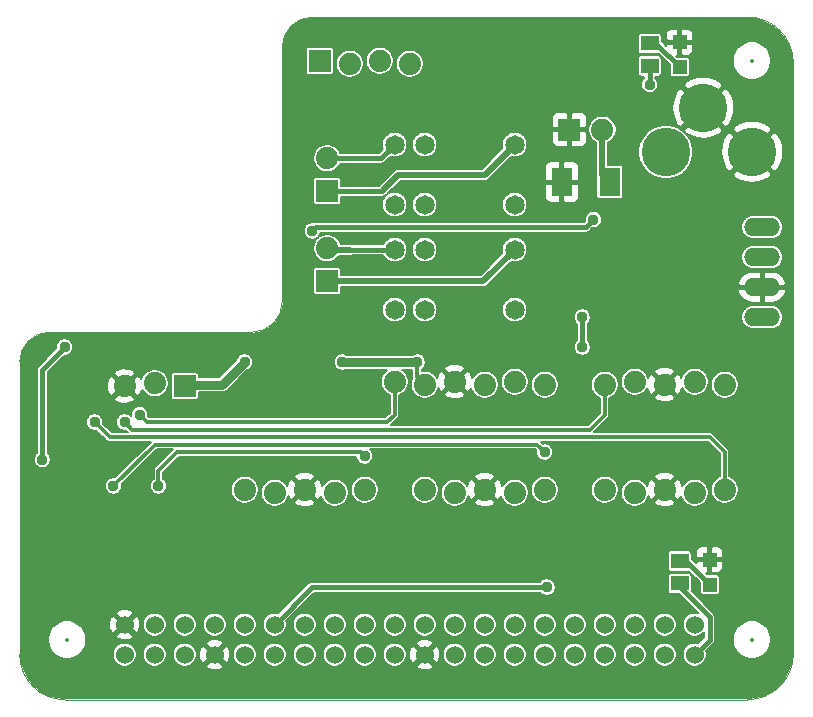
<source format=gbr>
%TF.GenerationSoftware,KiCad,Pcbnew,5.1.5+dfsg1-2~bpo10+1*%
%TF.CreationDate,2020-10-30T12:10:53+01:00*%
%TF.ProjectId,ms_auth_breakout,6d735f61-7574-4685-9f62-7265616b6f75,1.1.0*%
%TF.SameCoordinates,Original*%
%TF.FileFunction,Copper,L1,Top*%
%TF.FilePolarity,Positive*%
%FSLAX46Y46*%
G04 Gerber Fmt 4.6, Leading zero omitted, Abs format (unit mm)*
G04 Created by KiCad (PCBNEW 5.1.5+dfsg1-2~bpo10+1) date 2020-10-30 12:10:53 commit 8f6b4a8*
%MOMM*%
%LPD*%
G04 APERTURE LIST*
%ADD10C,0.050000*%
%ADD11C,1.524000*%
%ADD12C,1.879600*%
%ADD13R,1.879600X1.879600*%
%ADD14R,1.800000X2.400000*%
%ADD15R,1.200000X1.200000*%
%ADD16R,1.500000X1.300000*%
%ADD17C,4.114800*%
%ADD18O,3.048000X1.524000*%
%ADD19C,1.651000*%
%ADD20C,0.955600*%
%ADD21C,0.406400*%
%ADD22C,0.508000*%
%ADD23C,0.762000*%
%ADD24C,0.304800*%
%ADD25C,0.203200*%
%ADD26C,0.350000*%
G04 APERTURE END LIST*
D10*
X119557800Y-133896100D02*
G75*
G02X115747800Y-130086100I0J3810000D01*
G01*
X119557800Y-133896100D02*
X177342800Y-133896100D01*
X181254400Y-130086100D02*
G75*
G02X177342800Y-133896100I-3860800J50800D01*
G01*
X181254400Y-130086100D02*
X181254400Y-79921100D01*
X177342800Y-76111100D02*
G75*
G02X181254400Y-79921100I50800J-3860800D01*
G01*
X177342800Y-76111100D02*
X140512800Y-76111100D01*
X137972800Y-78651100D02*
G75*
G02X140512800Y-76111100I2540000J0D01*
G01*
X137972800Y-78651100D02*
X137972800Y-100241100D01*
X135432800Y-102781100D02*
G75*
G03X137972800Y-100241100I0J2540000D01*
G01*
X135432800Y-102781100D02*
X118287800Y-102781100D01*
X115747800Y-105321100D02*
G75*
G02X118287800Y-102781100I2540000J0D01*
G01*
X115747800Y-105321100D02*
X115747800Y-130086100D01*
D11*
X124637800Y-130086100D03*
X124637800Y-127546100D03*
X127177800Y-130086100D03*
X127177800Y-127546100D03*
X129717800Y-130086100D03*
X129717800Y-127546100D03*
X132257800Y-130086100D03*
X132257800Y-127546100D03*
X134797800Y-130086100D03*
X134797800Y-127546100D03*
X137337800Y-130086100D03*
X137337800Y-127546100D03*
X139877800Y-130086100D03*
X139877800Y-127546100D03*
X142417800Y-130086100D03*
X142417800Y-127546100D03*
X144957800Y-130086100D03*
X144957800Y-127546100D03*
X147497800Y-130086100D03*
X147497800Y-127546100D03*
X150037800Y-130086100D03*
X150037800Y-127546100D03*
X152577800Y-130086100D03*
X152577800Y-127546100D03*
X155117800Y-130086100D03*
X155117800Y-127546100D03*
X157657800Y-130086100D03*
X157657800Y-127546100D03*
X160197800Y-130086100D03*
X160197800Y-127546100D03*
X162737800Y-130086100D03*
X162737800Y-127546100D03*
X165277800Y-130086100D03*
X165277800Y-127546100D03*
X167817800Y-130086100D03*
X167817800Y-127546100D03*
X170357800Y-130086100D03*
X170357800Y-127546100D03*
X172897800Y-130086100D03*
X172897800Y-127546100D03*
D12*
X165087300Y-85636100D03*
D13*
X162293300Y-85636100D03*
D14*
X161665300Y-90081100D03*
X165715300Y-90081100D03*
D15*
X171627800Y-80336100D03*
X171627800Y-78236100D03*
X174167800Y-124151100D03*
X174167800Y-122051100D03*
D16*
X171627800Y-124051100D03*
X171627800Y-122151100D03*
X169087800Y-80236100D03*
X169087800Y-78336100D03*
D12*
X175437800Y-116116100D03*
X172897800Y-116370100D03*
X170357800Y-116116100D03*
X167817800Y-116370100D03*
X165277800Y-116116100D03*
X160197800Y-116116100D03*
X157657800Y-116370100D03*
X155117800Y-116116100D03*
X152577800Y-116370100D03*
X150037800Y-116116100D03*
X144957800Y-116116100D03*
X142417800Y-116370100D03*
X139877800Y-116116100D03*
X137337800Y-116370100D03*
X134797800Y-116116100D03*
X165277800Y-107226100D03*
X167817800Y-106972100D03*
X170357800Y-107226100D03*
X172897800Y-106972100D03*
X175437800Y-107226100D03*
X124637800Y-107353100D03*
X127177800Y-107099100D03*
D13*
X129717800Y-107353100D03*
D17*
X173627800Y-83779500D03*
X177770800Y-87515700D03*
X170450000Y-87541100D03*
D18*
X178612800Y-93891100D03*
X178612800Y-96431100D03*
X178612800Y-98971100D03*
X178612800Y-101511100D03*
D19*
X147497800Y-91986100D03*
X150037800Y-91986100D03*
X157657800Y-91986100D03*
X157657800Y-86906100D03*
X150037800Y-86906100D03*
X147497800Y-86906100D03*
X147497800Y-100876100D03*
X150037800Y-100876100D03*
X157657800Y-100876100D03*
X157657800Y-95796100D03*
X150037800Y-95796100D03*
X147497800Y-95796100D03*
D12*
X141782800Y-95669100D03*
D13*
X141782800Y-98463100D03*
D12*
X141782800Y-88049100D03*
D13*
X141782800Y-90843100D03*
D12*
X148767800Y-80048100D03*
X146227800Y-79794100D03*
X143687800Y-80048100D03*
D13*
X141147800Y-79794100D03*
D12*
X147497800Y-106972100D03*
X150037800Y-107226100D03*
X152577800Y-106972100D03*
X155117800Y-107226100D03*
X157657800Y-106972100D03*
X160197800Y-107226100D03*
D20*
X152577800Y-84366100D03*
X141782800Y-119291100D03*
X135432800Y-119291100D03*
X160197800Y-95796100D03*
X149402800Y-105321100D03*
X143052800Y-105321100D03*
X134797800Y-105321100D03*
X169087800Y-81826100D03*
X119557800Y-104051100D03*
X117652800Y-113576100D03*
X164325300Y-93256100D03*
X140512800Y-94208600D03*
X163372800Y-101511100D03*
X163372800Y-104051100D03*
X160388300Y-124371100D03*
X122097800Y-110401100D03*
X160197800Y-112941100D03*
X123685300Y-115798600D03*
X144957800Y-113258600D03*
X127495300Y-115798600D03*
X124637800Y-110401100D03*
X125907800Y-109766100D03*
D21*
X132257800Y-130086100D02*
X130987800Y-128816100D01*
X130987800Y-128816100D02*
X125907800Y-128816100D01*
X125907800Y-128816100D02*
X124637800Y-127546100D01*
X150037800Y-130086100D02*
X148767800Y-131356100D01*
X148767800Y-131356100D02*
X133527800Y-131356100D01*
X133527800Y-131356100D02*
X132257800Y-130086100D01*
X150037800Y-130086100D02*
X148767800Y-128816100D01*
D22*
X122732800Y-104051100D02*
X125272800Y-104051100D01*
X152577800Y-84366100D02*
X152577800Y-85001100D01*
D21*
X141782800Y-119291100D02*
X135432800Y-119291100D01*
D22*
X160197800Y-95796100D02*
X160197800Y-96431100D01*
D23*
X143052800Y-105321100D02*
X149402800Y-105321100D01*
X134797800Y-105321100D02*
X132892800Y-107226100D01*
X132892800Y-107226100D02*
X129844800Y-107226100D01*
D21*
X129844800Y-107226100D02*
X129717800Y-107353100D01*
D24*
X149402800Y-105321100D02*
X149402800Y-106591100D01*
X149402800Y-106591100D02*
X150037800Y-107226100D01*
D21*
X169087800Y-80236100D02*
X169087800Y-81826100D01*
D22*
X165087300Y-85636100D02*
X165087300Y-89453100D01*
X165087300Y-89453100D02*
X165715300Y-90081100D01*
D21*
X174167800Y-128816100D02*
X174167800Y-126911100D01*
X172897800Y-130086100D02*
X174167800Y-128816100D01*
X174167800Y-126911100D02*
X171627800Y-124371100D01*
X171627800Y-124371100D02*
X171627800Y-124051100D01*
X119557800Y-104051100D02*
X117652800Y-105956100D01*
X117652800Y-105956100D02*
X117652800Y-113576100D01*
X140830300Y-93891100D02*
X163690300Y-93891100D01*
X163690300Y-93891100D02*
X164325300Y-93256100D01*
X140830300Y-93891100D02*
X140512800Y-94208600D01*
X163372800Y-101511100D02*
X163372800Y-104051100D01*
X160388300Y-124371100D02*
X140512800Y-124371100D01*
X140512800Y-124371100D02*
X137337800Y-127546100D01*
D24*
X174167800Y-111671100D02*
X123367800Y-111671100D01*
X174167800Y-111671100D02*
X175437800Y-112941100D01*
X175437800Y-112941100D02*
X175437800Y-116116100D01*
X123367800Y-111671100D02*
X122097800Y-110401100D01*
X127177800Y-112306100D02*
X159562800Y-112306100D01*
X159562800Y-112306100D02*
X160197800Y-112941100D01*
X127177800Y-112306100D02*
X123685300Y-115798600D01*
X129082800Y-112941100D02*
X144640300Y-112941100D01*
X144640300Y-112941100D02*
X144957800Y-113258600D01*
X129082800Y-112941100D02*
X127495300Y-114528600D01*
X127495300Y-114528600D02*
X127495300Y-115798600D01*
X165277800Y-107226100D02*
X165277800Y-109766100D01*
X165277800Y-109766100D02*
X164007800Y-111036100D01*
X164007800Y-111036100D02*
X125272800Y-111036100D01*
X125272800Y-111036100D02*
X124637800Y-110401100D01*
X147497800Y-109766100D02*
X146862800Y-110401100D01*
X146862800Y-110401100D02*
X126542800Y-110401100D01*
X126542800Y-110401100D02*
X125907800Y-109766100D01*
X147497800Y-109766100D02*
X147497800Y-106972100D01*
D21*
X169087800Y-78336100D02*
X169727800Y-78436100D01*
X169727800Y-78436100D02*
X171627800Y-80336100D01*
X171627800Y-122151100D02*
X172267800Y-122251100D01*
X172267800Y-122251100D02*
X174167800Y-124151100D01*
D22*
X155117800Y-89446100D02*
X157657800Y-86906100D01*
X141782800Y-90716100D02*
X141782800Y-90843100D01*
X146545300Y-90716100D02*
X147815300Y-89446100D01*
X147815300Y-89446100D02*
X155117800Y-89446100D01*
D21*
X141782800Y-90843100D02*
X146418300Y-90843100D01*
X146418300Y-90843100D02*
X146545300Y-90716100D01*
D22*
X147497800Y-86906100D02*
X147243800Y-86906100D01*
D21*
X141782800Y-88049100D02*
X146354800Y-88049100D01*
X146354800Y-88049100D02*
X147497800Y-86906100D01*
D22*
X141782800Y-98463100D02*
X154990800Y-98463100D01*
X154990800Y-98463100D02*
X157657800Y-95796100D01*
X147497800Y-95796100D02*
X147243800Y-95796100D01*
X143687800Y-95796100D02*
X141909800Y-95796100D01*
X141909800Y-95796100D02*
X141782800Y-95669100D01*
D21*
X143687800Y-95796100D02*
X147497800Y-95796100D01*
D25*
G36*
X178070598Y-76299860D02*
G01*
X178770949Y-76501293D01*
X179418825Y-76834915D01*
X179989565Y-77288028D01*
X180461426Y-77843369D01*
X180816434Y-78479784D01*
X181041067Y-79173033D01*
X181127475Y-79902669D01*
X181127800Y-79922189D01*
X181127799Y-130079076D01*
X181046556Y-130808681D01*
X180826767Y-131503483D01*
X180476211Y-132142364D01*
X180008238Y-132700984D01*
X179440677Y-133158068D01*
X178795142Y-133496208D01*
X178096224Y-133702523D01*
X177364562Y-133769704D01*
X177349627Y-133769559D01*
X177349015Y-133769499D01*
X119563994Y-133769499D01*
X118842472Y-133698753D01*
X118154396Y-133491009D01*
X117519777Y-133153578D01*
X116962780Y-132699302D01*
X116504627Y-132145491D01*
X116162769Y-131513239D01*
X115950227Y-130826627D01*
X115874471Y-130105846D01*
X115874401Y-130085943D01*
X115874401Y-128655992D01*
X118135400Y-128655992D01*
X118135400Y-128976208D01*
X118197870Y-129290270D01*
X118320412Y-129586111D01*
X118498314Y-129852360D01*
X118724740Y-130078786D01*
X118990989Y-130256688D01*
X119286830Y-130379230D01*
X119600892Y-130441700D01*
X119921108Y-130441700D01*
X120235170Y-130379230D01*
X120531011Y-130256688D01*
X120797260Y-130078786D01*
X120890013Y-129986033D01*
X123621800Y-129986033D01*
X123621800Y-130186167D01*
X123660844Y-130382456D01*
X123737432Y-130567356D01*
X123848621Y-130733762D01*
X123990138Y-130875279D01*
X124156544Y-130986468D01*
X124341444Y-131063056D01*
X124537733Y-131102100D01*
X124737867Y-131102100D01*
X124934156Y-131063056D01*
X125119056Y-130986468D01*
X125285462Y-130875279D01*
X125426979Y-130733762D01*
X125538168Y-130567356D01*
X125614756Y-130382456D01*
X125653800Y-130186167D01*
X125653800Y-129986033D01*
X126161800Y-129986033D01*
X126161800Y-130186167D01*
X126200844Y-130382456D01*
X126277432Y-130567356D01*
X126388621Y-130733762D01*
X126530138Y-130875279D01*
X126696544Y-130986468D01*
X126881444Y-131063056D01*
X127077733Y-131102100D01*
X127277867Y-131102100D01*
X127474156Y-131063056D01*
X127659056Y-130986468D01*
X127825462Y-130875279D01*
X127966979Y-130733762D01*
X128078168Y-130567356D01*
X128154756Y-130382456D01*
X128193800Y-130186167D01*
X128193800Y-129986033D01*
X128701800Y-129986033D01*
X128701800Y-130186167D01*
X128740844Y-130382456D01*
X128817432Y-130567356D01*
X128928621Y-130733762D01*
X129070138Y-130875279D01*
X129236544Y-130986468D01*
X129421444Y-131063056D01*
X129617733Y-131102100D01*
X129817867Y-131102100D01*
X130014156Y-131063056D01*
X130142032Y-131010088D01*
X131512852Y-131010088D01*
X131584151Y-131228684D01*
X131820001Y-131338152D01*
X132072677Y-131399504D01*
X132332466Y-131410384D01*
X132589386Y-131370371D01*
X132833564Y-131281005D01*
X132931449Y-131228684D01*
X133002748Y-131010088D01*
X132257800Y-130265139D01*
X131512852Y-131010088D01*
X130142032Y-131010088D01*
X130199056Y-130986468D01*
X130365462Y-130875279D01*
X130506979Y-130733762D01*
X130618168Y-130567356D01*
X130694756Y-130382456D01*
X130733800Y-130186167D01*
X130733800Y-130160766D01*
X130933516Y-130160766D01*
X130973529Y-130417686D01*
X131062895Y-130661864D01*
X131115216Y-130759749D01*
X131333812Y-130831048D01*
X132078761Y-130086100D01*
X132436839Y-130086100D01*
X133181788Y-130831048D01*
X133400384Y-130759749D01*
X133509852Y-130523899D01*
X133571204Y-130271223D01*
X133582084Y-130011434D01*
X133578129Y-129986033D01*
X133781800Y-129986033D01*
X133781800Y-130186167D01*
X133820844Y-130382456D01*
X133897432Y-130567356D01*
X134008621Y-130733762D01*
X134150138Y-130875279D01*
X134316544Y-130986468D01*
X134501444Y-131063056D01*
X134697733Y-131102100D01*
X134897867Y-131102100D01*
X135094156Y-131063056D01*
X135279056Y-130986468D01*
X135445462Y-130875279D01*
X135586979Y-130733762D01*
X135698168Y-130567356D01*
X135774756Y-130382456D01*
X135813800Y-130186167D01*
X135813800Y-129986033D01*
X136321800Y-129986033D01*
X136321800Y-130186167D01*
X136360844Y-130382456D01*
X136437432Y-130567356D01*
X136548621Y-130733762D01*
X136690138Y-130875279D01*
X136856544Y-130986468D01*
X137041444Y-131063056D01*
X137237733Y-131102100D01*
X137437867Y-131102100D01*
X137634156Y-131063056D01*
X137819056Y-130986468D01*
X137985462Y-130875279D01*
X138126979Y-130733762D01*
X138238168Y-130567356D01*
X138314756Y-130382456D01*
X138353800Y-130186167D01*
X138353800Y-129986033D01*
X138861800Y-129986033D01*
X138861800Y-130186167D01*
X138900844Y-130382456D01*
X138977432Y-130567356D01*
X139088621Y-130733762D01*
X139230138Y-130875279D01*
X139396544Y-130986468D01*
X139581444Y-131063056D01*
X139777733Y-131102100D01*
X139977867Y-131102100D01*
X140174156Y-131063056D01*
X140359056Y-130986468D01*
X140525462Y-130875279D01*
X140666979Y-130733762D01*
X140778168Y-130567356D01*
X140854756Y-130382456D01*
X140893800Y-130186167D01*
X140893800Y-129986033D01*
X141401800Y-129986033D01*
X141401800Y-130186167D01*
X141440844Y-130382456D01*
X141517432Y-130567356D01*
X141628621Y-130733762D01*
X141770138Y-130875279D01*
X141936544Y-130986468D01*
X142121444Y-131063056D01*
X142317733Y-131102100D01*
X142517867Y-131102100D01*
X142714156Y-131063056D01*
X142899056Y-130986468D01*
X143065462Y-130875279D01*
X143206979Y-130733762D01*
X143318168Y-130567356D01*
X143394756Y-130382456D01*
X143433800Y-130186167D01*
X143433800Y-129986033D01*
X143941800Y-129986033D01*
X143941800Y-130186167D01*
X143980844Y-130382456D01*
X144057432Y-130567356D01*
X144168621Y-130733762D01*
X144310138Y-130875279D01*
X144476544Y-130986468D01*
X144661444Y-131063056D01*
X144857733Y-131102100D01*
X145057867Y-131102100D01*
X145254156Y-131063056D01*
X145439056Y-130986468D01*
X145605462Y-130875279D01*
X145746979Y-130733762D01*
X145858168Y-130567356D01*
X145934756Y-130382456D01*
X145973800Y-130186167D01*
X145973800Y-129986033D01*
X146481800Y-129986033D01*
X146481800Y-130186167D01*
X146520844Y-130382456D01*
X146597432Y-130567356D01*
X146708621Y-130733762D01*
X146850138Y-130875279D01*
X147016544Y-130986468D01*
X147201444Y-131063056D01*
X147397733Y-131102100D01*
X147597867Y-131102100D01*
X147794156Y-131063056D01*
X147922032Y-131010088D01*
X149292852Y-131010088D01*
X149364151Y-131228684D01*
X149600001Y-131338152D01*
X149852677Y-131399504D01*
X150112466Y-131410384D01*
X150369386Y-131370371D01*
X150613564Y-131281005D01*
X150711449Y-131228684D01*
X150782748Y-131010088D01*
X150037800Y-130265139D01*
X149292852Y-131010088D01*
X147922032Y-131010088D01*
X147979056Y-130986468D01*
X148145462Y-130875279D01*
X148286979Y-130733762D01*
X148398168Y-130567356D01*
X148474756Y-130382456D01*
X148513800Y-130186167D01*
X148513800Y-130160766D01*
X148713516Y-130160766D01*
X148753529Y-130417686D01*
X148842895Y-130661864D01*
X148895216Y-130759749D01*
X149113812Y-130831048D01*
X149858761Y-130086100D01*
X150216839Y-130086100D01*
X150961788Y-130831048D01*
X151180384Y-130759749D01*
X151289852Y-130523899D01*
X151351204Y-130271223D01*
X151362084Y-130011434D01*
X151358129Y-129986033D01*
X151561800Y-129986033D01*
X151561800Y-130186167D01*
X151600844Y-130382456D01*
X151677432Y-130567356D01*
X151788621Y-130733762D01*
X151930138Y-130875279D01*
X152096544Y-130986468D01*
X152281444Y-131063056D01*
X152477733Y-131102100D01*
X152677867Y-131102100D01*
X152874156Y-131063056D01*
X153059056Y-130986468D01*
X153225462Y-130875279D01*
X153366979Y-130733762D01*
X153478168Y-130567356D01*
X153554756Y-130382456D01*
X153593800Y-130186167D01*
X153593800Y-129986033D01*
X154101800Y-129986033D01*
X154101800Y-130186167D01*
X154140844Y-130382456D01*
X154217432Y-130567356D01*
X154328621Y-130733762D01*
X154470138Y-130875279D01*
X154636544Y-130986468D01*
X154821444Y-131063056D01*
X155017733Y-131102100D01*
X155217867Y-131102100D01*
X155414156Y-131063056D01*
X155599056Y-130986468D01*
X155765462Y-130875279D01*
X155906979Y-130733762D01*
X156018168Y-130567356D01*
X156094756Y-130382456D01*
X156133800Y-130186167D01*
X156133800Y-129986033D01*
X156641800Y-129986033D01*
X156641800Y-130186167D01*
X156680844Y-130382456D01*
X156757432Y-130567356D01*
X156868621Y-130733762D01*
X157010138Y-130875279D01*
X157176544Y-130986468D01*
X157361444Y-131063056D01*
X157557733Y-131102100D01*
X157757867Y-131102100D01*
X157954156Y-131063056D01*
X158139056Y-130986468D01*
X158305462Y-130875279D01*
X158446979Y-130733762D01*
X158558168Y-130567356D01*
X158634756Y-130382456D01*
X158673800Y-130186167D01*
X158673800Y-129986033D01*
X159181800Y-129986033D01*
X159181800Y-130186167D01*
X159220844Y-130382456D01*
X159297432Y-130567356D01*
X159408621Y-130733762D01*
X159550138Y-130875279D01*
X159716544Y-130986468D01*
X159901444Y-131063056D01*
X160097733Y-131102100D01*
X160297867Y-131102100D01*
X160494156Y-131063056D01*
X160679056Y-130986468D01*
X160845462Y-130875279D01*
X160986979Y-130733762D01*
X161098168Y-130567356D01*
X161174756Y-130382456D01*
X161213800Y-130186167D01*
X161213800Y-129986033D01*
X161721800Y-129986033D01*
X161721800Y-130186167D01*
X161760844Y-130382456D01*
X161837432Y-130567356D01*
X161948621Y-130733762D01*
X162090138Y-130875279D01*
X162256544Y-130986468D01*
X162441444Y-131063056D01*
X162637733Y-131102100D01*
X162837867Y-131102100D01*
X163034156Y-131063056D01*
X163219056Y-130986468D01*
X163385462Y-130875279D01*
X163526979Y-130733762D01*
X163638168Y-130567356D01*
X163714756Y-130382456D01*
X163753800Y-130186167D01*
X163753800Y-129986033D01*
X164261800Y-129986033D01*
X164261800Y-130186167D01*
X164300844Y-130382456D01*
X164377432Y-130567356D01*
X164488621Y-130733762D01*
X164630138Y-130875279D01*
X164796544Y-130986468D01*
X164981444Y-131063056D01*
X165177733Y-131102100D01*
X165377867Y-131102100D01*
X165574156Y-131063056D01*
X165759056Y-130986468D01*
X165925462Y-130875279D01*
X166066979Y-130733762D01*
X166178168Y-130567356D01*
X166254756Y-130382456D01*
X166293800Y-130186167D01*
X166293800Y-129986033D01*
X166801800Y-129986033D01*
X166801800Y-130186167D01*
X166840844Y-130382456D01*
X166917432Y-130567356D01*
X167028621Y-130733762D01*
X167170138Y-130875279D01*
X167336544Y-130986468D01*
X167521444Y-131063056D01*
X167717733Y-131102100D01*
X167917867Y-131102100D01*
X168114156Y-131063056D01*
X168299056Y-130986468D01*
X168465462Y-130875279D01*
X168606979Y-130733762D01*
X168718168Y-130567356D01*
X168794756Y-130382456D01*
X168833800Y-130186167D01*
X168833800Y-129986033D01*
X169341800Y-129986033D01*
X169341800Y-130186167D01*
X169380844Y-130382456D01*
X169457432Y-130567356D01*
X169568621Y-130733762D01*
X169710138Y-130875279D01*
X169876544Y-130986468D01*
X170061444Y-131063056D01*
X170257733Y-131102100D01*
X170457867Y-131102100D01*
X170654156Y-131063056D01*
X170839056Y-130986468D01*
X171005462Y-130875279D01*
X171146979Y-130733762D01*
X171258168Y-130567356D01*
X171334756Y-130382456D01*
X171373800Y-130186167D01*
X171373800Y-129986033D01*
X171334756Y-129789744D01*
X171258168Y-129604844D01*
X171146979Y-129438438D01*
X171005462Y-129296921D01*
X170839056Y-129185732D01*
X170654156Y-129109144D01*
X170457867Y-129070100D01*
X170257733Y-129070100D01*
X170061444Y-129109144D01*
X169876544Y-129185732D01*
X169710138Y-129296921D01*
X169568621Y-129438438D01*
X169457432Y-129604844D01*
X169380844Y-129789744D01*
X169341800Y-129986033D01*
X168833800Y-129986033D01*
X168794756Y-129789744D01*
X168718168Y-129604844D01*
X168606979Y-129438438D01*
X168465462Y-129296921D01*
X168299056Y-129185732D01*
X168114156Y-129109144D01*
X167917867Y-129070100D01*
X167717733Y-129070100D01*
X167521444Y-129109144D01*
X167336544Y-129185732D01*
X167170138Y-129296921D01*
X167028621Y-129438438D01*
X166917432Y-129604844D01*
X166840844Y-129789744D01*
X166801800Y-129986033D01*
X166293800Y-129986033D01*
X166254756Y-129789744D01*
X166178168Y-129604844D01*
X166066979Y-129438438D01*
X165925462Y-129296921D01*
X165759056Y-129185732D01*
X165574156Y-129109144D01*
X165377867Y-129070100D01*
X165177733Y-129070100D01*
X164981444Y-129109144D01*
X164796544Y-129185732D01*
X164630138Y-129296921D01*
X164488621Y-129438438D01*
X164377432Y-129604844D01*
X164300844Y-129789744D01*
X164261800Y-129986033D01*
X163753800Y-129986033D01*
X163714756Y-129789744D01*
X163638168Y-129604844D01*
X163526979Y-129438438D01*
X163385462Y-129296921D01*
X163219056Y-129185732D01*
X163034156Y-129109144D01*
X162837867Y-129070100D01*
X162637733Y-129070100D01*
X162441444Y-129109144D01*
X162256544Y-129185732D01*
X162090138Y-129296921D01*
X161948621Y-129438438D01*
X161837432Y-129604844D01*
X161760844Y-129789744D01*
X161721800Y-129986033D01*
X161213800Y-129986033D01*
X161174756Y-129789744D01*
X161098168Y-129604844D01*
X160986979Y-129438438D01*
X160845462Y-129296921D01*
X160679056Y-129185732D01*
X160494156Y-129109144D01*
X160297867Y-129070100D01*
X160097733Y-129070100D01*
X159901444Y-129109144D01*
X159716544Y-129185732D01*
X159550138Y-129296921D01*
X159408621Y-129438438D01*
X159297432Y-129604844D01*
X159220844Y-129789744D01*
X159181800Y-129986033D01*
X158673800Y-129986033D01*
X158634756Y-129789744D01*
X158558168Y-129604844D01*
X158446979Y-129438438D01*
X158305462Y-129296921D01*
X158139056Y-129185732D01*
X157954156Y-129109144D01*
X157757867Y-129070100D01*
X157557733Y-129070100D01*
X157361444Y-129109144D01*
X157176544Y-129185732D01*
X157010138Y-129296921D01*
X156868621Y-129438438D01*
X156757432Y-129604844D01*
X156680844Y-129789744D01*
X156641800Y-129986033D01*
X156133800Y-129986033D01*
X156094756Y-129789744D01*
X156018168Y-129604844D01*
X155906979Y-129438438D01*
X155765462Y-129296921D01*
X155599056Y-129185732D01*
X155414156Y-129109144D01*
X155217867Y-129070100D01*
X155017733Y-129070100D01*
X154821444Y-129109144D01*
X154636544Y-129185732D01*
X154470138Y-129296921D01*
X154328621Y-129438438D01*
X154217432Y-129604844D01*
X154140844Y-129789744D01*
X154101800Y-129986033D01*
X153593800Y-129986033D01*
X153554756Y-129789744D01*
X153478168Y-129604844D01*
X153366979Y-129438438D01*
X153225462Y-129296921D01*
X153059056Y-129185732D01*
X152874156Y-129109144D01*
X152677867Y-129070100D01*
X152477733Y-129070100D01*
X152281444Y-129109144D01*
X152096544Y-129185732D01*
X151930138Y-129296921D01*
X151788621Y-129438438D01*
X151677432Y-129604844D01*
X151600844Y-129789744D01*
X151561800Y-129986033D01*
X151358129Y-129986033D01*
X151322071Y-129754514D01*
X151232705Y-129510336D01*
X151180384Y-129412451D01*
X150961788Y-129341152D01*
X150216839Y-130086100D01*
X149858761Y-130086100D01*
X149113812Y-129341152D01*
X148895216Y-129412451D01*
X148785748Y-129648301D01*
X148724396Y-129900977D01*
X148713516Y-130160766D01*
X148513800Y-130160766D01*
X148513800Y-129986033D01*
X148474756Y-129789744D01*
X148398168Y-129604844D01*
X148286979Y-129438438D01*
X148145462Y-129296921D01*
X147979056Y-129185732D01*
X147922033Y-129162112D01*
X149292852Y-129162112D01*
X150037800Y-129907061D01*
X150782748Y-129162112D01*
X150711449Y-128943516D01*
X150475599Y-128834048D01*
X150222923Y-128772696D01*
X149963134Y-128761816D01*
X149706214Y-128801829D01*
X149462036Y-128891195D01*
X149364151Y-128943516D01*
X149292852Y-129162112D01*
X147922033Y-129162112D01*
X147794156Y-129109144D01*
X147597867Y-129070100D01*
X147397733Y-129070100D01*
X147201444Y-129109144D01*
X147016544Y-129185732D01*
X146850138Y-129296921D01*
X146708621Y-129438438D01*
X146597432Y-129604844D01*
X146520844Y-129789744D01*
X146481800Y-129986033D01*
X145973800Y-129986033D01*
X145934756Y-129789744D01*
X145858168Y-129604844D01*
X145746979Y-129438438D01*
X145605462Y-129296921D01*
X145439056Y-129185732D01*
X145254156Y-129109144D01*
X145057867Y-129070100D01*
X144857733Y-129070100D01*
X144661444Y-129109144D01*
X144476544Y-129185732D01*
X144310138Y-129296921D01*
X144168621Y-129438438D01*
X144057432Y-129604844D01*
X143980844Y-129789744D01*
X143941800Y-129986033D01*
X143433800Y-129986033D01*
X143394756Y-129789744D01*
X143318168Y-129604844D01*
X143206979Y-129438438D01*
X143065462Y-129296921D01*
X142899056Y-129185732D01*
X142714156Y-129109144D01*
X142517867Y-129070100D01*
X142317733Y-129070100D01*
X142121444Y-129109144D01*
X141936544Y-129185732D01*
X141770138Y-129296921D01*
X141628621Y-129438438D01*
X141517432Y-129604844D01*
X141440844Y-129789744D01*
X141401800Y-129986033D01*
X140893800Y-129986033D01*
X140854756Y-129789744D01*
X140778168Y-129604844D01*
X140666979Y-129438438D01*
X140525462Y-129296921D01*
X140359056Y-129185732D01*
X140174156Y-129109144D01*
X139977867Y-129070100D01*
X139777733Y-129070100D01*
X139581444Y-129109144D01*
X139396544Y-129185732D01*
X139230138Y-129296921D01*
X139088621Y-129438438D01*
X138977432Y-129604844D01*
X138900844Y-129789744D01*
X138861800Y-129986033D01*
X138353800Y-129986033D01*
X138314756Y-129789744D01*
X138238168Y-129604844D01*
X138126979Y-129438438D01*
X137985462Y-129296921D01*
X137819056Y-129185732D01*
X137634156Y-129109144D01*
X137437867Y-129070100D01*
X137237733Y-129070100D01*
X137041444Y-129109144D01*
X136856544Y-129185732D01*
X136690138Y-129296921D01*
X136548621Y-129438438D01*
X136437432Y-129604844D01*
X136360844Y-129789744D01*
X136321800Y-129986033D01*
X135813800Y-129986033D01*
X135774756Y-129789744D01*
X135698168Y-129604844D01*
X135586979Y-129438438D01*
X135445462Y-129296921D01*
X135279056Y-129185732D01*
X135094156Y-129109144D01*
X134897867Y-129070100D01*
X134697733Y-129070100D01*
X134501444Y-129109144D01*
X134316544Y-129185732D01*
X134150138Y-129296921D01*
X134008621Y-129438438D01*
X133897432Y-129604844D01*
X133820844Y-129789744D01*
X133781800Y-129986033D01*
X133578129Y-129986033D01*
X133542071Y-129754514D01*
X133452705Y-129510336D01*
X133400384Y-129412451D01*
X133181788Y-129341152D01*
X132436839Y-130086100D01*
X132078761Y-130086100D01*
X131333812Y-129341152D01*
X131115216Y-129412451D01*
X131005748Y-129648301D01*
X130944396Y-129900977D01*
X130933516Y-130160766D01*
X130733800Y-130160766D01*
X130733800Y-129986033D01*
X130694756Y-129789744D01*
X130618168Y-129604844D01*
X130506979Y-129438438D01*
X130365462Y-129296921D01*
X130199056Y-129185732D01*
X130142033Y-129162112D01*
X131512852Y-129162112D01*
X132257800Y-129907061D01*
X133002748Y-129162112D01*
X132931449Y-128943516D01*
X132695599Y-128834048D01*
X132442923Y-128772696D01*
X132183134Y-128761816D01*
X131926214Y-128801829D01*
X131682036Y-128891195D01*
X131584151Y-128943516D01*
X131512852Y-129162112D01*
X130142033Y-129162112D01*
X130014156Y-129109144D01*
X129817867Y-129070100D01*
X129617733Y-129070100D01*
X129421444Y-129109144D01*
X129236544Y-129185732D01*
X129070138Y-129296921D01*
X128928621Y-129438438D01*
X128817432Y-129604844D01*
X128740844Y-129789744D01*
X128701800Y-129986033D01*
X128193800Y-129986033D01*
X128154756Y-129789744D01*
X128078168Y-129604844D01*
X127966979Y-129438438D01*
X127825462Y-129296921D01*
X127659056Y-129185732D01*
X127474156Y-129109144D01*
X127277867Y-129070100D01*
X127077733Y-129070100D01*
X126881444Y-129109144D01*
X126696544Y-129185732D01*
X126530138Y-129296921D01*
X126388621Y-129438438D01*
X126277432Y-129604844D01*
X126200844Y-129789744D01*
X126161800Y-129986033D01*
X125653800Y-129986033D01*
X125614756Y-129789744D01*
X125538168Y-129604844D01*
X125426979Y-129438438D01*
X125285462Y-129296921D01*
X125119056Y-129185732D01*
X124934156Y-129109144D01*
X124737867Y-129070100D01*
X124537733Y-129070100D01*
X124341444Y-129109144D01*
X124156544Y-129185732D01*
X123990138Y-129296921D01*
X123848621Y-129438438D01*
X123737432Y-129604844D01*
X123660844Y-129789744D01*
X123621800Y-129986033D01*
X120890013Y-129986033D01*
X121023686Y-129852360D01*
X121201588Y-129586111D01*
X121324130Y-129290270D01*
X121386600Y-128976208D01*
X121386600Y-128655992D01*
X121349622Y-128470088D01*
X123892852Y-128470088D01*
X123964151Y-128688684D01*
X124200001Y-128798152D01*
X124452677Y-128859504D01*
X124712466Y-128870384D01*
X124969386Y-128830371D01*
X125213564Y-128741005D01*
X125311449Y-128688684D01*
X125382748Y-128470088D01*
X124637800Y-127725139D01*
X123892852Y-128470088D01*
X121349622Y-128470088D01*
X121324130Y-128341930D01*
X121201588Y-128046089D01*
X121023686Y-127779840D01*
X120864612Y-127620766D01*
X123313516Y-127620766D01*
X123353529Y-127877686D01*
X123442895Y-128121864D01*
X123495216Y-128219749D01*
X123713812Y-128291048D01*
X124458761Y-127546100D01*
X124816839Y-127546100D01*
X125561788Y-128291048D01*
X125780384Y-128219749D01*
X125889852Y-127983899D01*
X125951204Y-127731223D01*
X125962084Y-127471434D01*
X125958129Y-127446033D01*
X126161800Y-127446033D01*
X126161800Y-127646167D01*
X126200844Y-127842456D01*
X126277432Y-128027356D01*
X126388621Y-128193762D01*
X126530138Y-128335279D01*
X126696544Y-128446468D01*
X126881444Y-128523056D01*
X127077733Y-128562100D01*
X127277867Y-128562100D01*
X127474156Y-128523056D01*
X127659056Y-128446468D01*
X127825462Y-128335279D01*
X127966979Y-128193762D01*
X128078168Y-128027356D01*
X128154756Y-127842456D01*
X128193800Y-127646167D01*
X128193800Y-127446033D01*
X128701800Y-127446033D01*
X128701800Y-127646167D01*
X128740844Y-127842456D01*
X128817432Y-128027356D01*
X128928621Y-128193762D01*
X129070138Y-128335279D01*
X129236544Y-128446468D01*
X129421444Y-128523056D01*
X129617733Y-128562100D01*
X129817867Y-128562100D01*
X130014156Y-128523056D01*
X130199056Y-128446468D01*
X130365462Y-128335279D01*
X130506979Y-128193762D01*
X130618168Y-128027356D01*
X130694756Y-127842456D01*
X130733800Y-127646167D01*
X130733800Y-127446033D01*
X131241800Y-127446033D01*
X131241800Y-127646167D01*
X131280844Y-127842456D01*
X131357432Y-128027356D01*
X131468621Y-128193762D01*
X131610138Y-128335279D01*
X131776544Y-128446468D01*
X131961444Y-128523056D01*
X132157733Y-128562100D01*
X132357867Y-128562100D01*
X132554156Y-128523056D01*
X132739056Y-128446468D01*
X132905462Y-128335279D01*
X133046979Y-128193762D01*
X133158168Y-128027356D01*
X133234756Y-127842456D01*
X133273800Y-127646167D01*
X133273800Y-127446033D01*
X133781800Y-127446033D01*
X133781800Y-127646167D01*
X133820844Y-127842456D01*
X133897432Y-128027356D01*
X134008621Y-128193762D01*
X134150138Y-128335279D01*
X134316544Y-128446468D01*
X134501444Y-128523056D01*
X134697733Y-128562100D01*
X134897867Y-128562100D01*
X135094156Y-128523056D01*
X135279056Y-128446468D01*
X135445462Y-128335279D01*
X135586979Y-128193762D01*
X135698168Y-128027356D01*
X135774756Y-127842456D01*
X135813800Y-127646167D01*
X135813800Y-127446033D01*
X136321800Y-127446033D01*
X136321800Y-127646167D01*
X136360844Y-127842456D01*
X136437432Y-128027356D01*
X136548621Y-128193762D01*
X136690138Y-128335279D01*
X136856544Y-128446468D01*
X137041444Y-128523056D01*
X137237733Y-128562100D01*
X137437867Y-128562100D01*
X137634156Y-128523056D01*
X137819056Y-128446468D01*
X137985462Y-128335279D01*
X138126979Y-128193762D01*
X138238168Y-128027356D01*
X138314756Y-127842456D01*
X138353800Y-127646167D01*
X138353800Y-127446033D01*
X138861800Y-127446033D01*
X138861800Y-127646167D01*
X138900844Y-127842456D01*
X138977432Y-128027356D01*
X139088621Y-128193762D01*
X139230138Y-128335279D01*
X139396544Y-128446468D01*
X139581444Y-128523056D01*
X139777733Y-128562100D01*
X139977867Y-128562100D01*
X140174156Y-128523056D01*
X140359056Y-128446468D01*
X140525462Y-128335279D01*
X140666979Y-128193762D01*
X140778168Y-128027356D01*
X140854756Y-127842456D01*
X140893800Y-127646167D01*
X140893800Y-127446033D01*
X141401800Y-127446033D01*
X141401800Y-127646167D01*
X141440844Y-127842456D01*
X141517432Y-128027356D01*
X141628621Y-128193762D01*
X141770138Y-128335279D01*
X141936544Y-128446468D01*
X142121444Y-128523056D01*
X142317733Y-128562100D01*
X142517867Y-128562100D01*
X142714156Y-128523056D01*
X142899056Y-128446468D01*
X143065462Y-128335279D01*
X143206979Y-128193762D01*
X143318168Y-128027356D01*
X143394756Y-127842456D01*
X143433800Y-127646167D01*
X143433800Y-127446033D01*
X143941800Y-127446033D01*
X143941800Y-127646167D01*
X143980844Y-127842456D01*
X144057432Y-128027356D01*
X144168621Y-128193762D01*
X144310138Y-128335279D01*
X144476544Y-128446468D01*
X144661444Y-128523056D01*
X144857733Y-128562100D01*
X145057867Y-128562100D01*
X145254156Y-128523056D01*
X145439056Y-128446468D01*
X145605462Y-128335279D01*
X145746979Y-128193762D01*
X145858168Y-128027356D01*
X145934756Y-127842456D01*
X145973800Y-127646167D01*
X145973800Y-127446033D01*
X146481800Y-127446033D01*
X146481800Y-127646167D01*
X146520844Y-127842456D01*
X146597432Y-128027356D01*
X146708621Y-128193762D01*
X146850138Y-128335279D01*
X147016544Y-128446468D01*
X147201444Y-128523056D01*
X147397733Y-128562100D01*
X147597867Y-128562100D01*
X147794156Y-128523056D01*
X147979056Y-128446468D01*
X148145462Y-128335279D01*
X148286979Y-128193762D01*
X148398168Y-128027356D01*
X148474756Y-127842456D01*
X148513800Y-127646167D01*
X148513800Y-127446033D01*
X149021800Y-127446033D01*
X149021800Y-127646167D01*
X149060844Y-127842456D01*
X149137432Y-128027356D01*
X149248621Y-128193762D01*
X149390138Y-128335279D01*
X149556544Y-128446468D01*
X149741444Y-128523056D01*
X149937733Y-128562100D01*
X150137867Y-128562100D01*
X150334156Y-128523056D01*
X150519056Y-128446468D01*
X150685462Y-128335279D01*
X150826979Y-128193762D01*
X150938168Y-128027356D01*
X151014756Y-127842456D01*
X151053800Y-127646167D01*
X151053800Y-127446033D01*
X151561800Y-127446033D01*
X151561800Y-127646167D01*
X151600844Y-127842456D01*
X151677432Y-128027356D01*
X151788621Y-128193762D01*
X151930138Y-128335279D01*
X152096544Y-128446468D01*
X152281444Y-128523056D01*
X152477733Y-128562100D01*
X152677867Y-128562100D01*
X152874156Y-128523056D01*
X153059056Y-128446468D01*
X153225462Y-128335279D01*
X153366979Y-128193762D01*
X153478168Y-128027356D01*
X153554756Y-127842456D01*
X153593800Y-127646167D01*
X153593800Y-127446033D01*
X154101800Y-127446033D01*
X154101800Y-127646167D01*
X154140844Y-127842456D01*
X154217432Y-128027356D01*
X154328621Y-128193762D01*
X154470138Y-128335279D01*
X154636544Y-128446468D01*
X154821444Y-128523056D01*
X155017733Y-128562100D01*
X155217867Y-128562100D01*
X155414156Y-128523056D01*
X155599056Y-128446468D01*
X155765462Y-128335279D01*
X155906979Y-128193762D01*
X156018168Y-128027356D01*
X156094756Y-127842456D01*
X156133800Y-127646167D01*
X156133800Y-127446033D01*
X156641800Y-127446033D01*
X156641800Y-127646167D01*
X156680844Y-127842456D01*
X156757432Y-128027356D01*
X156868621Y-128193762D01*
X157010138Y-128335279D01*
X157176544Y-128446468D01*
X157361444Y-128523056D01*
X157557733Y-128562100D01*
X157757867Y-128562100D01*
X157954156Y-128523056D01*
X158139056Y-128446468D01*
X158305462Y-128335279D01*
X158446979Y-128193762D01*
X158558168Y-128027356D01*
X158634756Y-127842456D01*
X158673800Y-127646167D01*
X158673800Y-127446033D01*
X159181800Y-127446033D01*
X159181800Y-127646167D01*
X159220844Y-127842456D01*
X159297432Y-128027356D01*
X159408621Y-128193762D01*
X159550138Y-128335279D01*
X159716544Y-128446468D01*
X159901444Y-128523056D01*
X160097733Y-128562100D01*
X160297867Y-128562100D01*
X160494156Y-128523056D01*
X160679056Y-128446468D01*
X160845462Y-128335279D01*
X160986979Y-128193762D01*
X161098168Y-128027356D01*
X161174756Y-127842456D01*
X161213800Y-127646167D01*
X161213800Y-127446033D01*
X161721800Y-127446033D01*
X161721800Y-127646167D01*
X161760844Y-127842456D01*
X161837432Y-128027356D01*
X161948621Y-128193762D01*
X162090138Y-128335279D01*
X162256544Y-128446468D01*
X162441444Y-128523056D01*
X162637733Y-128562100D01*
X162837867Y-128562100D01*
X163034156Y-128523056D01*
X163219056Y-128446468D01*
X163385462Y-128335279D01*
X163526979Y-128193762D01*
X163638168Y-128027356D01*
X163714756Y-127842456D01*
X163753800Y-127646167D01*
X163753800Y-127446033D01*
X164261800Y-127446033D01*
X164261800Y-127646167D01*
X164300844Y-127842456D01*
X164377432Y-128027356D01*
X164488621Y-128193762D01*
X164630138Y-128335279D01*
X164796544Y-128446468D01*
X164981444Y-128523056D01*
X165177733Y-128562100D01*
X165377867Y-128562100D01*
X165574156Y-128523056D01*
X165759056Y-128446468D01*
X165925462Y-128335279D01*
X166066979Y-128193762D01*
X166178168Y-128027356D01*
X166254756Y-127842456D01*
X166293800Y-127646167D01*
X166293800Y-127446033D01*
X166801800Y-127446033D01*
X166801800Y-127646167D01*
X166840844Y-127842456D01*
X166917432Y-128027356D01*
X167028621Y-128193762D01*
X167170138Y-128335279D01*
X167336544Y-128446468D01*
X167521444Y-128523056D01*
X167717733Y-128562100D01*
X167917867Y-128562100D01*
X168114156Y-128523056D01*
X168299056Y-128446468D01*
X168465462Y-128335279D01*
X168606979Y-128193762D01*
X168718168Y-128027356D01*
X168794756Y-127842456D01*
X168833800Y-127646167D01*
X168833800Y-127446033D01*
X169341800Y-127446033D01*
X169341800Y-127646167D01*
X169380844Y-127842456D01*
X169457432Y-128027356D01*
X169568621Y-128193762D01*
X169710138Y-128335279D01*
X169876544Y-128446468D01*
X170061444Y-128523056D01*
X170257733Y-128562100D01*
X170457867Y-128562100D01*
X170654156Y-128523056D01*
X170839056Y-128446468D01*
X171005462Y-128335279D01*
X171146979Y-128193762D01*
X171258168Y-128027356D01*
X171334756Y-127842456D01*
X171373800Y-127646167D01*
X171373800Y-127446033D01*
X171334756Y-127249744D01*
X171258168Y-127064844D01*
X171146979Y-126898438D01*
X171005462Y-126756921D01*
X170839056Y-126645732D01*
X170654156Y-126569144D01*
X170457867Y-126530100D01*
X170257733Y-126530100D01*
X170061444Y-126569144D01*
X169876544Y-126645732D01*
X169710138Y-126756921D01*
X169568621Y-126898438D01*
X169457432Y-127064844D01*
X169380844Y-127249744D01*
X169341800Y-127446033D01*
X168833800Y-127446033D01*
X168794756Y-127249744D01*
X168718168Y-127064844D01*
X168606979Y-126898438D01*
X168465462Y-126756921D01*
X168299056Y-126645732D01*
X168114156Y-126569144D01*
X167917867Y-126530100D01*
X167717733Y-126530100D01*
X167521444Y-126569144D01*
X167336544Y-126645732D01*
X167170138Y-126756921D01*
X167028621Y-126898438D01*
X166917432Y-127064844D01*
X166840844Y-127249744D01*
X166801800Y-127446033D01*
X166293800Y-127446033D01*
X166254756Y-127249744D01*
X166178168Y-127064844D01*
X166066979Y-126898438D01*
X165925462Y-126756921D01*
X165759056Y-126645732D01*
X165574156Y-126569144D01*
X165377867Y-126530100D01*
X165177733Y-126530100D01*
X164981444Y-126569144D01*
X164796544Y-126645732D01*
X164630138Y-126756921D01*
X164488621Y-126898438D01*
X164377432Y-127064844D01*
X164300844Y-127249744D01*
X164261800Y-127446033D01*
X163753800Y-127446033D01*
X163714756Y-127249744D01*
X163638168Y-127064844D01*
X163526979Y-126898438D01*
X163385462Y-126756921D01*
X163219056Y-126645732D01*
X163034156Y-126569144D01*
X162837867Y-126530100D01*
X162637733Y-126530100D01*
X162441444Y-126569144D01*
X162256544Y-126645732D01*
X162090138Y-126756921D01*
X161948621Y-126898438D01*
X161837432Y-127064844D01*
X161760844Y-127249744D01*
X161721800Y-127446033D01*
X161213800Y-127446033D01*
X161174756Y-127249744D01*
X161098168Y-127064844D01*
X160986979Y-126898438D01*
X160845462Y-126756921D01*
X160679056Y-126645732D01*
X160494156Y-126569144D01*
X160297867Y-126530100D01*
X160097733Y-126530100D01*
X159901444Y-126569144D01*
X159716544Y-126645732D01*
X159550138Y-126756921D01*
X159408621Y-126898438D01*
X159297432Y-127064844D01*
X159220844Y-127249744D01*
X159181800Y-127446033D01*
X158673800Y-127446033D01*
X158634756Y-127249744D01*
X158558168Y-127064844D01*
X158446979Y-126898438D01*
X158305462Y-126756921D01*
X158139056Y-126645732D01*
X157954156Y-126569144D01*
X157757867Y-126530100D01*
X157557733Y-126530100D01*
X157361444Y-126569144D01*
X157176544Y-126645732D01*
X157010138Y-126756921D01*
X156868621Y-126898438D01*
X156757432Y-127064844D01*
X156680844Y-127249744D01*
X156641800Y-127446033D01*
X156133800Y-127446033D01*
X156094756Y-127249744D01*
X156018168Y-127064844D01*
X155906979Y-126898438D01*
X155765462Y-126756921D01*
X155599056Y-126645732D01*
X155414156Y-126569144D01*
X155217867Y-126530100D01*
X155017733Y-126530100D01*
X154821444Y-126569144D01*
X154636544Y-126645732D01*
X154470138Y-126756921D01*
X154328621Y-126898438D01*
X154217432Y-127064844D01*
X154140844Y-127249744D01*
X154101800Y-127446033D01*
X153593800Y-127446033D01*
X153554756Y-127249744D01*
X153478168Y-127064844D01*
X153366979Y-126898438D01*
X153225462Y-126756921D01*
X153059056Y-126645732D01*
X152874156Y-126569144D01*
X152677867Y-126530100D01*
X152477733Y-126530100D01*
X152281444Y-126569144D01*
X152096544Y-126645732D01*
X151930138Y-126756921D01*
X151788621Y-126898438D01*
X151677432Y-127064844D01*
X151600844Y-127249744D01*
X151561800Y-127446033D01*
X151053800Y-127446033D01*
X151014756Y-127249744D01*
X150938168Y-127064844D01*
X150826979Y-126898438D01*
X150685462Y-126756921D01*
X150519056Y-126645732D01*
X150334156Y-126569144D01*
X150137867Y-126530100D01*
X149937733Y-126530100D01*
X149741444Y-126569144D01*
X149556544Y-126645732D01*
X149390138Y-126756921D01*
X149248621Y-126898438D01*
X149137432Y-127064844D01*
X149060844Y-127249744D01*
X149021800Y-127446033D01*
X148513800Y-127446033D01*
X148474756Y-127249744D01*
X148398168Y-127064844D01*
X148286979Y-126898438D01*
X148145462Y-126756921D01*
X147979056Y-126645732D01*
X147794156Y-126569144D01*
X147597867Y-126530100D01*
X147397733Y-126530100D01*
X147201444Y-126569144D01*
X147016544Y-126645732D01*
X146850138Y-126756921D01*
X146708621Y-126898438D01*
X146597432Y-127064844D01*
X146520844Y-127249744D01*
X146481800Y-127446033D01*
X145973800Y-127446033D01*
X145934756Y-127249744D01*
X145858168Y-127064844D01*
X145746979Y-126898438D01*
X145605462Y-126756921D01*
X145439056Y-126645732D01*
X145254156Y-126569144D01*
X145057867Y-126530100D01*
X144857733Y-126530100D01*
X144661444Y-126569144D01*
X144476544Y-126645732D01*
X144310138Y-126756921D01*
X144168621Y-126898438D01*
X144057432Y-127064844D01*
X143980844Y-127249744D01*
X143941800Y-127446033D01*
X143433800Y-127446033D01*
X143394756Y-127249744D01*
X143318168Y-127064844D01*
X143206979Y-126898438D01*
X143065462Y-126756921D01*
X142899056Y-126645732D01*
X142714156Y-126569144D01*
X142517867Y-126530100D01*
X142317733Y-126530100D01*
X142121444Y-126569144D01*
X141936544Y-126645732D01*
X141770138Y-126756921D01*
X141628621Y-126898438D01*
X141517432Y-127064844D01*
X141440844Y-127249744D01*
X141401800Y-127446033D01*
X140893800Y-127446033D01*
X140854756Y-127249744D01*
X140778168Y-127064844D01*
X140666979Y-126898438D01*
X140525462Y-126756921D01*
X140359056Y-126645732D01*
X140174156Y-126569144D01*
X139977867Y-126530100D01*
X139777733Y-126530100D01*
X139581444Y-126569144D01*
X139396544Y-126645732D01*
X139230138Y-126756921D01*
X139088621Y-126898438D01*
X138977432Y-127064844D01*
X138900844Y-127249744D01*
X138861800Y-127446033D01*
X138353800Y-127446033D01*
X138314756Y-127249744D01*
X138304791Y-127225686D01*
X140702178Y-124828300D01*
X159813663Y-124828300D01*
X159819874Y-124837595D01*
X159921805Y-124939526D01*
X160041663Y-125019613D01*
X160174842Y-125074777D01*
X160316224Y-125102900D01*
X160460376Y-125102900D01*
X160601758Y-125074777D01*
X160734937Y-125019613D01*
X160854795Y-124939526D01*
X160956726Y-124837595D01*
X161036813Y-124717737D01*
X161091977Y-124584558D01*
X161120100Y-124443176D01*
X161120100Y-124299024D01*
X161091977Y-124157642D01*
X161036813Y-124024463D01*
X160956726Y-123904605D01*
X160854795Y-123802674D01*
X160734937Y-123722587D01*
X160601758Y-123667423D01*
X160460376Y-123639300D01*
X160316224Y-123639300D01*
X160174842Y-123667423D01*
X160041663Y-123722587D01*
X159921805Y-123802674D01*
X159819874Y-123904605D01*
X159813663Y-123913900D01*
X140535249Y-123913900D01*
X140512799Y-123911689D01*
X140490349Y-123913900D01*
X140490340Y-123913900D01*
X140423173Y-123920515D01*
X140336991Y-123946659D01*
X140257564Y-123989113D01*
X140214491Y-124024463D01*
X140187947Y-124046247D01*
X140173630Y-124063692D01*
X137658214Y-126579109D01*
X137634156Y-126569144D01*
X137437867Y-126530100D01*
X137237733Y-126530100D01*
X137041444Y-126569144D01*
X136856544Y-126645732D01*
X136690138Y-126756921D01*
X136548621Y-126898438D01*
X136437432Y-127064844D01*
X136360844Y-127249744D01*
X136321800Y-127446033D01*
X135813800Y-127446033D01*
X135774756Y-127249744D01*
X135698168Y-127064844D01*
X135586979Y-126898438D01*
X135445462Y-126756921D01*
X135279056Y-126645732D01*
X135094156Y-126569144D01*
X134897867Y-126530100D01*
X134697733Y-126530100D01*
X134501444Y-126569144D01*
X134316544Y-126645732D01*
X134150138Y-126756921D01*
X134008621Y-126898438D01*
X133897432Y-127064844D01*
X133820844Y-127249744D01*
X133781800Y-127446033D01*
X133273800Y-127446033D01*
X133234756Y-127249744D01*
X133158168Y-127064844D01*
X133046979Y-126898438D01*
X132905462Y-126756921D01*
X132739056Y-126645732D01*
X132554156Y-126569144D01*
X132357867Y-126530100D01*
X132157733Y-126530100D01*
X131961444Y-126569144D01*
X131776544Y-126645732D01*
X131610138Y-126756921D01*
X131468621Y-126898438D01*
X131357432Y-127064844D01*
X131280844Y-127249744D01*
X131241800Y-127446033D01*
X130733800Y-127446033D01*
X130694756Y-127249744D01*
X130618168Y-127064844D01*
X130506979Y-126898438D01*
X130365462Y-126756921D01*
X130199056Y-126645732D01*
X130014156Y-126569144D01*
X129817867Y-126530100D01*
X129617733Y-126530100D01*
X129421444Y-126569144D01*
X129236544Y-126645732D01*
X129070138Y-126756921D01*
X128928621Y-126898438D01*
X128817432Y-127064844D01*
X128740844Y-127249744D01*
X128701800Y-127446033D01*
X128193800Y-127446033D01*
X128154756Y-127249744D01*
X128078168Y-127064844D01*
X127966979Y-126898438D01*
X127825462Y-126756921D01*
X127659056Y-126645732D01*
X127474156Y-126569144D01*
X127277867Y-126530100D01*
X127077733Y-126530100D01*
X126881444Y-126569144D01*
X126696544Y-126645732D01*
X126530138Y-126756921D01*
X126388621Y-126898438D01*
X126277432Y-127064844D01*
X126200844Y-127249744D01*
X126161800Y-127446033D01*
X125958129Y-127446033D01*
X125922071Y-127214514D01*
X125832705Y-126970336D01*
X125780384Y-126872451D01*
X125561788Y-126801152D01*
X124816839Y-127546100D01*
X124458761Y-127546100D01*
X123713812Y-126801152D01*
X123495216Y-126872451D01*
X123385748Y-127108301D01*
X123324396Y-127360977D01*
X123313516Y-127620766D01*
X120864612Y-127620766D01*
X120797260Y-127553414D01*
X120531011Y-127375512D01*
X120235170Y-127252970D01*
X119921108Y-127190500D01*
X119600892Y-127190500D01*
X119286830Y-127252970D01*
X118990989Y-127375512D01*
X118724740Y-127553414D01*
X118498314Y-127779840D01*
X118320412Y-128046089D01*
X118197870Y-128341930D01*
X118135400Y-128655992D01*
X115874401Y-128655992D01*
X115874401Y-126622112D01*
X123892852Y-126622112D01*
X124637800Y-127367061D01*
X125382748Y-126622112D01*
X125311449Y-126403516D01*
X125075599Y-126294048D01*
X124822923Y-126232696D01*
X124563134Y-126221816D01*
X124306214Y-126261829D01*
X124062036Y-126351195D01*
X123964151Y-126403516D01*
X123892852Y-126622112D01*
X115874401Y-126622112D01*
X115874401Y-123401100D01*
X170622572Y-123401100D01*
X170622572Y-124701100D01*
X170627476Y-124750893D01*
X170642000Y-124798772D01*
X170665586Y-124842897D01*
X170697327Y-124881573D01*
X170736003Y-124913314D01*
X170780128Y-124936900D01*
X170828007Y-124951424D01*
X170877800Y-124956328D01*
X171566451Y-124956328D01*
X173175569Y-126565447D01*
X172997867Y-126530100D01*
X172797733Y-126530100D01*
X172601444Y-126569144D01*
X172416544Y-126645732D01*
X172250138Y-126756921D01*
X172108621Y-126898438D01*
X171997432Y-127064844D01*
X171920844Y-127249744D01*
X171881800Y-127446033D01*
X171881800Y-127646167D01*
X171920844Y-127842456D01*
X171997432Y-128027356D01*
X172108621Y-128193762D01*
X172250138Y-128335279D01*
X172416544Y-128446468D01*
X172601444Y-128523056D01*
X172797733Y-128562100D01*
X172997867Y-128562100D01*
X173194156Y-128523056D01*
X173379056Y-128446468D01*
X173545462Y-128335279D01*
X173686979Y-128193762D01*
X173710600Y-128158410D01*
X173710600Y-128626722D01*
X173218214Y-129119109D01*
X173194156Y-129109144D01*
X172997867Y-129070100D01*
X172797733Y-129070100D01*
X172601444Y-129109144D01*
X172416544Y-129185732D01*
X172250138Y-129296921D01*
X172108621Y-129438438D01*
X171997432Y-129604844D01*
X171920844Y-129789744D01*
X171881800Y-129986033D01*
X171881800Y-130186167D01*
X171920844Y-130382456D01*
X171997432Y-130567356D01*
X172108621Y-130733762D01*
X172250138Y-130875279D01*
X172416544Y-130986468D01*
X172601444Y-131063056D01*
X172797733Y-131102100D01*
X172997867Y-131102100D01*
X173194156Y-131063056D01*
X173379056Y-130986468D01*
X173545462Y-130875279D01*
X173686979Y-130733762D01*
X173798168Y-130567356D01*
X173874756Y-130382456D01*
X173913800Y-130186167D01*
X173913800Y-129986033D01*
X173874756Y-129789744D01*
X173864791Y-129765686D01*
X174475209Y-129155269D01*
X174492653Y-129140953D01*
X174506970Y-129123508D01*
X174549787Y-129071337D01*
X174592240Y-128991910D01*
X174592241Y-128991909D01*
X174618385Y-128905727D01*
X174625000Y-128838560D01*
X174625000Y-128838551D01*
X174627211Y-128816101D01*
X174625000Y-128793651D01*
X174625000Y-128655992D01*
X176123600Y-128655992D01*
X176123600Y-128976208D01*
X176186070Y-129290270D01*
X176308612Y-129586111D01*
X176486514Y-129852360D01*
X176712940Y-130078786D01*
X176979189Y-130256688D01*
X177275030Y-130379230D01*
X177589092Y-130441700D01*
X177909308Y-130441700D01*
X178223370Y-130379230D01*
X178519211Y-130256688D01*
X178785460Y-130078786D01*
X179011886Y-129852360D01*
X179189788Y-129586111D01*
X179312330Y-129290270D01*
X179374800Y-128976208D01*
X179374800Y-128655992D01*
X179312330Y-128341930D01*
X179189788Y-128046089D01*
X179011886Y-127779840D01*
X178785460Y-127553414D01*
X178519211Y-127375512D01*
X178223370Y-127252970D01*
X177909308Y-127190500D01*
X177589092Y-127190500D01*
X177275030Y-127252970D01*
X176979189Y-127375512D01*
X176712940Y-127553414D01*
X176486514Y-127779840D01*
X176308612Y-128046089D01*
X176186070Y-128341930D01*
X176123600Y-128655992D01*
X174625000Y-128655992D01*
X174625000Y-126933549D01*
X174627211Y-126911099D01*
X174625000Y-126888649D01*
X174625000Y-126888640D01*
X174618385Y-126821473D01*
X174592241Y-126735291D01*
X174572478Y-126698317D01*
X174549787Y-126655863D01*
X174506970Y-126603692D01*
X174492653Y-126586247D01*
X174475208Y-126571930D01*
X172630459Y-124727182D01*
X172633028Y-124701100D01*
X172633028Y-123401100D01*
X172628124Y-123351307D01*
X172613600Y-123303428D01*
X172590014Y-123259303D01*
X172558273Y-123220627D01*
X172519597Y-123188886D01*
X172475472Y-123165300D01*
X172427593Y-123150776D01*
X172377800Y-123145872D01*
X170877800Y-123145872D01*
X170828007Y-123150776D01*
X170780128Y-123165300D01*
X170736003Y-123188886D01*
X170697327Y-123220627D01*
X170665586Y-123259303D01*
X170642000Y-123303428D01*
X170627476Y-123351307D01*
X170622572Y-123401100D01*
X115874401Y-123401100D01*
X115874401Y-121501100D01*
X170622572Y-121501100D01*
X170622572Y-122801100D01*
X170627476Y-122850893D01*
X170642000Y-122898772D01*
X170665586Y-122942897D01*
X170697327Y-122981573D01*
X170736003Y-123013314D01*
X170780128Y-123036900D01*
X170828007Y-123051424D01*
X170877800Y-123056328D01*
X172377800Y-123056328D01*
X172422089Y-123051966D01*
X173312572Y-123942450D01*
X173312572Y-124751100D01*
X173317476Y-124800893D01*
X173332000Y-124848772D01*
X173355586Y-124892897D01*
X173387327Y-124931573D01*
X173426003Y-124963314D01*
X173470128Y-124986900D01*
X173518007Y-125001424D01*
X173567800Y-125006328D01*
X174767800Y-125006328D01*
X174817593Y-125001424D01*
X174865472Y-124986900D01*
X174909597Y-124963314D01*
X174948273Y-124931573D01*
X174980014Y-124892897D01*
X175003600Y-124848772D01*
X175018124Y-124800893D01*
X175023028Y-124751100D01*
X175023028Y-123551100D01*
X175018124Y-123501307D01*
X175003600Y-123453428D01*
X174980014Y-123409303D01*
X174948273Y-123370627D01*
X174909597Y-123338886D01*
X174865472Y-123315300D01*
X174817593Y-123300776D01*
X174767800Y-123295872D01*
X173959150Y-123295872D01*
X173872614Y-123209335D01*
X173901700Y-123209100D01*
X174041200Y-123069600D01*
X174041200Y-122177700D01*
X174294400Y-122177700D01*
X174294400Y-123069600D01*
X174433900Y-123209100D01*
X174767800Y-123211800D01*
X174877187Y-123201026D01*
X174982371Y-123169119D01*
X175079308Y-123117305D01*
X175164275Y-123047575D01*
X175234005Y-122962608D01*
X175285819Y-122865671D01*
X175317726Y-122760487D01*
X175328500Y-122651100D01*
X175325800Y-122317200D01*
X175186300Y-122177700D01*
X174294400Y-122177700D01*
X174041200Y-122177700D01*
X173149300Y-122177700D01*
X173009800Y-122317200D01*
X173009565Y-122346287D01*
X172633028Y-121969751D01*
X172633028Y-121501100D01*
X172628124Y-121451307D01*
X172628062Y-121451100D01*
X173007100Y-121451100D01*
X173009800Y-121785000D01*
X173149300Y-121924500D01*
X174041200Y-121924500D01*
X174041200Y-121032600D01*
X174294400Y-121032600D01*
X174294400Y-121924500D01*
X175186300Y-121924500D01*
X175325800Y-121785000D01*
X175328500Y-121451100D01*
X175317726Y-121341713D01*
X175285819Y-121236529D01*
X175234005Y-121139592D01*
X175164275Y-121054625D01*
X175079308Y-120984895D01*
X174982371Y-120933081D01*
X174877187Y-120901174D01*
X174767800Y-120890400D01*
X174433900Y-120893100D01*
X174294400Y-121032600D01*
X174041200Y-121032600D01*
X173901700Y-120893100D01*
X173567800Y-120890400D01*
X173458413Y-120901174D01*
X173353229Y-120933081D01*
X173256292Y-120984895D01*
X173171325Y-121054625D01*
X173101595Y-121139592D01*
X173049781Y-121236529D01*
X173017874Y-121341713D01*
X173007100Y-121451100D01*
X172628062Y-121451100D01*
X172613600Y-121403428D01*
X172590014Y-121359303D01*
X172558273Y-121320627D01*
X172519597Y-121288886D01*
X172475472Y-121265300D01*
X172427593Y-121250776D01*
X172377800Y-121245872D01*
X170877800Y-121245872D01*
X170828007Y-121250776D01*
X170780128Y-121265300D01*
X170736003Y-121288886D01*
X170697327Y-121320627D01*
X170665586Y-121359303D01*
X170642000Y-121403428D01*
X170627476Y-121451307D01*
X170622572Y-121501100D01*
X115874401Y-121501100D01*
X115874401Y-113504024D01*
X116921000Y-113504024D01*
X116921000Y-113648176D01*
X116949123Y-113789558D01*
X117004287Y-113922737D01*
X117084374Y-114042595D01*
X117186305Y-114144526D01*
X117306163Y-114224613D01*
X117439342Y-114279777D01*
X117580724Y-114307900D01*
X117724876Y-114307900D01*
X117866258Y-114279777D01*
X117999437Y-114224613D01*
X118119295Y-114144526D01*
X118221226Y-114042595D01*
X118301313Y-113922737D01*
X118356477Y-113789558D01*
X118384600Y-113648176D01*
X118384600Y-113504024D01*
X118356477Y-113362642D01*
X118301313Y-113229463D01*
X118221226Y-113109605D01*
X118119295Y-113007674D01*
X118110000Y-113001463D01*
X118110000Y-110329024D01*
X121366000Y-110329024D01*
X121366000Y-110473176D01*
X121394123Y-110614558D01*
X121449287Y-110747737D01*
X121529374Y-110867595D01*
X121631305Y-110969526D01*
X121751163Y-111049613D01*
X121884342Y-111104777D01*
X122025724Y-111132900D01*
X122169876Y-111132900D01*
X122240763Y-111118799D01*
X123066318Y-111944354D01*
X123079042Y-111959858D01*
X123140924Y-112010644D01*
X123211525Y-112048381D01*
X123270302Y-112066210D01*
X123288131Y-112071619D01*
X123296135Y-112072407D01*
X123347840Y-112077500D01*
X123347846Y-112077500D01*
X123367799Y-112079465D01*
X123387752Y-112077500D01*
X126831663Y-112077500D01*
X123828263Y-115080901D01*
X123757376Y-115066800D01*
X123613224Y-115066800D01*
X123471842Y-115094923D01*
X123338663Y-115150087D01*
X123218805Y-115230174D01*
X123116874Y-115332105D01*
X123036787Y-115451963D01*
X122981623Y-115585142D01*
X122953500Y-115726524D01*
X122953500Y-115870676D01*
X122981623Y-116012058D01*
X123036787Y-116145237D01*
X123116874Y-116265095D01*
X123218805Y-116367026D01*
X123338663Y-116447113D01*
X123471842Y-116502277D01*
X123613224Y-116530400D01*
X123757376Y-116530400D01*
X123898758Y-116502277D01*
X124031937Y-116447113D01*
X124151795Y-116367026D01*
X124253726Y-116265095D01*
X124333813Y-116145237D01*
X124388977Y-116012058D01*
X124417100Y-115870676D01*
X124417100Y-115726524D01*
X124402999Y-115655637D01*
X127346137Y-112712500D01*
X128736663Y-112712500D01*
X127222046Y-114227118D01*
X127206542Y-114239842D01*
X127155756Y-114301725D01*
X127118019Y-114372326D01*
X127094781Y-114448933D01*
X127088900Y-114508641D01*
X127088900Y-114508647D01*
X127086935Y-114528600D01*
X127088900Y-114548553D01*
X127088901Y-115190019D01*
X127028805Y-115230174D01*
X126926874Y-115332105D01*
X126846787Y-115451963D01*
X126791623Y-115585142D01*
X126763500Y-115726524D01*
X126763500Y-115870676D01*
X126791623Y-116012058D01*
X126846787Y-116145237D01*
X126926874Y-116265095D01*
X127028805Y-116367026D01*
X127148663Y-116447113D01*
X127281842Y-116502277D01*
X127423224Y-116530400D01*
X127567376Y-116530400D01*
X127708758Y-116502277D01*
X127841937Y-116447113D01*
X127961795Y-116367026D01*
X128063726Y-116265095D01*
X128143813Y-116145237D01*
X128198977Y-116012058D01*
X128201669Y-115998521D01*
X133604000Y-115998521D01*
X133604000Y-116233679D01*
X133649877Y-116464319D01*
X133739868Y-116681576D01*
X133870515Y-116877103D01*
X134036797Y-117043385D01*
X134232324Y-117174032D01*
X134449581Y-117264023D01*
X134680221Y-117309900D01*
X134915379Y-117309900D01*
X135146019Y-117264023D01*
X135363276Y-117174032D01*
X135558803Y-117043385D01*
X135725085Y-116877103D01*
X135855732Y-116681576D01*
X135945723Y-116464319D01*
X135987852Y-116252521D01*
X136144000Y-116252521D01*
X136144000Y-116487679D01*
X136189877Y-116718319D01*
X136279868Y-116935576D01*
X136410515Y-117131103D01*
X136576797Y-117297385D01*
X136772324Y-117428032D01*
X136989581Y-117518023D01*
X137220221Y-117563900D01*
X137455379Y-117563900D01*
X137686019Y-117518023D01*
X137903276Y-117428032D01*
X138098803Y-117297385D01*
X138229139Y-117167049D01*
X139005891Y-117167049D01*
X139098713Y-117403807D01*
X139364902Y-117531056D01*
X139650801Y-117603930D01*
X139945423Y-117619627D01*
X140237447Y-117577544D01*
X140515651Y-117479299D01*
X140656887Y-117403807D01*
X140749709Y-117167049D01*
X139877800Y-116295139D01*
X139005891Y-117167049D01*
X138229139Y-117167049D01*
X138265085Y-117131103D01*
X138395732Y-116935576D01*
X138485723Y-116718319D01*
X138491594Y-116688802D01*
X138514601Y-116753951D01*
X138590093Y-116895187D01*
X138826851Y-116988009D01*
X139698761Y-116116100D01*
X140056839Y-116116100D01*
X140928749Y-116988009D01*
X141165507Y-116895187D01*
X141264053Y-116689041D01*
X141269877Y-116718319D01*
X141359868Y-116935576D01*
X141490515Y-117131103D01*
X141656797Y-117297385D01*
X141852324Y-117428032D01*
X142069581Y-117518023D01*
X142300221Y-117563900D01*
X142535379Y-117563900D01*
X142766019Y-117518023D01*
X142983276Y-117428032D01*
X143178803Y-117297385D01*
X143345085Y-117131103D01*
X143475732Y-116935576D01*
X143565723Y-116718319D01*
X143611600Y-116487679D01*
X143611600Y-116252521D01*
X143565723Y-116021881D01*
X143556047Y-115998521D01*
X143764000Y-115998521D01*
X143764000Y-116233679D01*
X143809877Y-116464319D01*
X143899868Y-116681576D01*
X144030515Y-116877103D01*
X144196797Y-117043385D01*
X144392324Y-117174032D01*
X144609581Y-117264023D01*
X144840221Y-117309900D01*
X145075379Y-117309900D01*
X145306019Y-117264023D01*
X145523276Y-117174032D01*
X145718803Y-117043385D01*
X145885085Y-116877103D01*
X146015732Y-116681576D01*
X146105723Y-116464319D01*
X146151600Y-116233679D01*
X146151600Y-115998521D01*
X148844000Y-115998521D01*
X148844000Y-116233679D01*
X148889877Y-116464319D01*
X148979868Y-116681576D01*
X149110515Y-116877103D01*
X149276797Y-117043385D01*
X149472324Y-117174032D01*
X149689581Y-117264023D01*
X149920221Y-117309900D01*
X150155379Y-117309900D01*
X150386019Y-117264023D01*
X150603276Y-117174032D01*
X150798803Y-117043385D01*
X150965085Y-116877103D01*
X151095732Y-116681576D01*
X151185723Y-116464319D01*
X151227852Y-116252521D01*
X151384000Y-116252521D01*
X151384000Y-116487679D01*
X151429877Y-116718319D01*
X151519868Y-116935576D01*
X151650515Y-117131103D01*
X151816797Y-117297385D01*
X152012324Y-117428032D01*
X152229581Y-117518023D01*
X152460221Y-117563900D01*
X152695379Y-117563900D01*
X152926019Y-117518023D01*
X153143276Y-117428032D01*
X153338803Y-117297385D01*
X153469139Y-117167049D01*
X154245891Y-117167049D01*
X154338713Y-117403807D01*
X154604902Y-117531056D01*
X154890801Y-117603930D01*
X155185423Y-117619627D01*
X155477447Y-117577544D01*
X155755651Y-117479299D01*
X155896887Y-117403807D01*
X155989709Y-117167049D01*
X155117800Y-116295139D01*
X154245891Y-117167049D01*
X153469139Y-117167049D01*
X153505085Y-117131103D01*
X153635732Y-116935576D01*
X153725723Y-116718319D01*
X153731594Y-116688802D01*
X153754601Y-116753951D01*
X153830093Y-116895187D01*
X154066851Y-116988009D01*
X154938761Y-116116100D01*
X155296839Y-116116100D01*
X156168749Y-116988009D01*
X156405507Y-116895187D01*
X156504053Y-116689041D01*
X156509877Y-116718319D01*
X156599868Y-116935576D01*
X156730515Y-117131103D01*
X156896797Y-117297385D01*
X157092324Y-117428032D01*
X157309581Y-117518023D01*
X157540221Y-117563900D01*
X157775379Y-117563900D01*
X158006019Y-117518023D01*
X158223276Y-117428032D01*
X158418803Y-117297385D01*
X158585085Y-117131103D01*
X158715732Y-116935576D01*
X158805723Y-116718319D01*
X158851600Y-116487679D01*
X158851600Y-116252521D01*
X158805723Y-116021881D01*
X158796047Y-115998521D01*
X159004000Y-115998521D01*
X159004000Y-116233679D01*
X159049877Y-116464319D01*
X159139868Y-116681576D01*
X159270515Y-116877103D01*
X159436797Y-117043385D01*
X159632324Y-117174032D01*
X159849581Y-117264023D01*
X160080221Y-117309900D01*
X160315379Y-117309900D01*
X160546019Y-117264023D01*
X160763276Y-117174032D01*
X160958803Y-117043385D01*
X161125085Y-116877103D01*
X161255732Y-116681576D01*
X161345723Y-116464319D01*
X161391600Y-116233679D01*
X161391600Y-115998521D01*
X164084000Y-115998521D01*
X164084000Y-116233679D01*
X164129877Y-116464319D01*
X164219868Y-116681576D01*
X164350515Y-116877103D01*
X164516797Y-117043385D01*
X164712324Y-117174032D01*
X164929581Y-117264023D01*
X165160221Y-117309900D01*
X165395379Y-117309900D01*
X165626019Y-117264023D01*
X165843276Y-117174032D01*
X166038803Y-117043385D01*
X166205085Y-116877103D01*
X166335732Y-116681576D01*
X166425723Y-116464319D01*
X166467852Y-116252521D01*
X166624000Y-116252521D01*
X166624000Y-116487679D01*
X166669877Y-116718319D01*
X166759868Y-116935576D01*
X166890515Y-117131103D01*
X167056797Y-117297385D01*
X167252324Y-117428032D01*
X167469581Y-117518023D01*
X167700221Y-117563900D01*
X167935379Y-117563900D01*
X168166019Y-117518023D01*
X168383276Y-117428032D01*
X168578803Y-117297385D01*
X168709139Y-117167049D01*
X169485891Y-117167049D01*
X169578713Y-117403807D01*
X169844902Y-117531056D01*
X170130801Y-117603930D01*
X170425423Y-117619627D01*
X170717447Y-117577544D01*
X170995651Y-117479299D01*
X171136887Y-117403807D01*
X171229709Y-117167049D01*
X170357800Y-116295139D01*
X169485891Y-117167049D01*
X168709139Y-117167049D01*
X168745085Y-117131103D01*
X168875732Y-116935576D01*
X168965723Y-116718319D01*
X168971594Y-116688802D01*
X168994601Y-116753951D01*
X169070093Y-116895187D01*
X169306851Y-116988009D01*
X170178761Y-116116100D01*
X170536839Y-116116100D01*
X171408749Y-116988009D01*
X171645507Y-116895187D01*
X171744053Y-116689041D01*
X171749877Y-116718319D01*
X171839868Y-116935576D01*
X171970515Y-117131103D01*
X172136797Y-117297385D01*
X172332324Y-117428032D01*
X172549581Y-117518023D01*
X172780221Y-117563900D01*
X173015379Y-117563900D01*
X173246019Y-117518023D01*
X173463276Y-117428032D01*
X173658803Y-117297385D01*
X173825085Y-117131103D01*
X173955732Y-116935576D01*
X174045723Y-116718319D01*
X174091600Y-116487679D01*
X174091600Y-116252521D01*
X174045723Y-116021881D01*
X173955732Y-115804624D01*
X173825085Y-115609097D01*
X173658803Y-115442815D01*
X173463276Y-115312168D01*
X173246019Y-115222177D01*
X173015379Y-115176300D01*
X172780221Y-115176300D01*
X172549581Y-115222177D01*
X172332324Y-115312168D01*
X172136797Y-115442815D01*
X171970515Y-115609097D01*
X171839868Y-115804624D01*
X171829717Y-115829130D01*
X171819244Y-115756453D01*
X171720999Y-115478249D01*
X171645507Y-115337013D01*
X171408749Y-115244191D01*
X170536839Y-116116100D01*
X170178761Y-116116100D01*
X169306851Y-115244191D01*
X169070093Y-115337013D01*
X168942844Y-115603202D01*
X168885495Y-115828194D01*
X168875732Y-115804624D01*
X168745085Y-115609097D01*
X168578803Y-115442815D01*
X168383276Y-115312168D01*
X168166019Y-115222177D01*
X167935379Y-115176300D01*
X167700221Y-115176300D01*
X167469581Y-115222177D01*
X167252324Y-115312168D01*
X167056797Y-115442815D01*
X166890515Y-115609097D01*
X166759868Y-115804624D01*
X166669877Y-116021881D01*
X166624000Y-116252521D01*
X166467852Y-116252521D01*
X166471600Y-116233679D01*
X166471600Y-115998521D01*
X166425723Y-115767881D01*
X166335732Y-115550624D01*
X166205085Y-115355097D01*
X166038803Y-115188815D01*
X165853727Y-115065151D01*
X169485891Y-115065151D01*
X170357800Y-115937061D01*
X171229709Y-115065151D01*
X171136887Y-114828393D01*
X170870698Y-114701144D01*
X170584799Y-114628270D01*
X170290177Y-114612573D01*
X169998153Y-114654656D01*
X169719949Y-114752901D01*
X169578713Y-114828393D01*
X169485891Y-115065151D01*
X165853727Y-115065151D01*
X165843276Y-115058168D01*
X165626019Y-114968177D01*
X165395379Y-114922300D01*
X165160221Y-114922300D01*
X164929581Y-114968177D01*
X164712324Y-115058168D01*
X164516797Y-115188815D01*
X164350515Y-115355097D01*
X164219868Y-115550624D01*
X164129877Y-115767881D01*
X164084000Y-115998521D01*
X161391600Y-115998521D01*
X161345723Y-115767881D01*
X161255732Y-115550624D01*
X161125085Y-115355097D01*
X160958803Y-115188815D01*
X160763276Y-115058168D01*
X160546019Y-114968177D01*
X160315379Y-114922300D01*
X160080221Y-114922300D01*
X159849581Y-114968177D01*
X159632324Y-115058168D01*
X159436797Y-115188815D01*
X159270515Y-115355097D01*
X159139868Y-115550624D01*
X159049877Y-115767881D01*
X159004000Y-115998521D01*
X158796047Y-115998521D01*
X158715732Y-115804624D01*
X158585085Y-115609097D01*
X158418803Y-115442815D01*
X158223276Y-115312168D01*
X158006019Y-115222177D01*
X157775379Y-115176300D01*
X157540221Y-115176300D01*
X157309581Y-115222177D01*
X157092324Y-115312168D01*
X156896797Y-115442815D01*
X156730515Y-115609097D01*
X156599868Y-115804624D01*
X156589717Y-115829130D01*
X156579244Y-115756453D01*
X156480999Y-115478249D01*
X156405507Y-115337013D01*
X156168749Y-115244191D01*
X155296839Y-116116100D01*
X154938761Y-116116100D01*
X154066851Y-115244191D01*
X153830093Y-115337013D01*
X153702844Y-115603202D01*
X153645495Y-115828194D01*
X153635732Y-115804624D01*
X153505085Y-115609097D01*
X153338803Y-115442815D01*
X153143276Y-115312168D01*
X152926019Y-115222177D01*
X152695379Y-115176300D01*
X152460221Y-115176300D01*
X152229581Y-115222177D01*
X152012324Y-115312168D01*
X151816797Y-115442815D01*
X151650515Y-115609097D01*
X151519868Y-115804624D01*
X151429877Y-116021881D01*
X151384000Y-116252521D01*
X151227852Y-116252521D01*
X151231600Y-116233679D01*
X151231600Y-115998521D01*
X151185723Y-115767881D01*
X151095732Y-115550624D01*
X150965085Y-115355097D01*
X150798803Y-115188815D01*
X150613727Y-115065151D01*
X154245891Y-115065151D01*
X155117800Y-115937061D01*
X155989709Y-115065151D01*
X155896887Y-114828393D01*
X155630698Y-114701144D01*
X155344799Y-114628270D01*
X155050177Y-114612573D01*
X154758153Y-114654656D01*
X154479949Y-114752901D01*
X154338713Y-114828393D01*
X154245891Y-115065151D01*
X150613727Y-115065151D01*
X150603276Y-115058168D01*
X150386019Y-114968177D01*
X150155379Y-114922300D01*
X149920221Y-114922300D01*
X149689581Y-114968177D01*
X149472324Y-115058168D01*
X149276797Y-115188815D01*
X149110515Y-115355097D01*
X148979868Y-115550624D01*
X148889877Y-115767881D01*
X148844000Y-115998521D01*
X146151600Y-115998521D01*
X146105723Y-115767881D01*
X146015732Y-115550624D01*
X145885085Y-115355097D01*
X145718803Y-115188815D01*
X145523276Y-115058168D01*
X145306019Y-114968177D01*
X145075379Y-114922300D01*
X144840221Y-114922300D01*
X144609581Y-114968177D01*
X144392324Y-115058168D01*
X144196797Y-115188815D01*
X144030515Y-115355097D01*
X143899868Y-115550624D01*
X143809877Y-115767881D01*
X143764000Y-115998521D01*
X143556047Y-115998521D01*
X143475732Y-115804624D01*
X143345085Y-115609097D01*
X143178803Y-115442815D01*
X142983276Y-115312168D01*
X142766019Y-115222177D01*
X142535379Y-115176300D01*
X142300221Y-115176300D01*
X142069581Y-115222177D01*
X141852324Y-115312168D01*
X141656797Y-115442815D01*
X141490515Y-115609097D01*
X141359868Y-115804624D01*
X141349717Y-115829130D01*
X141339244Y-115756453D01*
X141240999Y-115478249D01*
X141165507Y-115337013D01*
X140928749Y-115244191D01*
X140056839Y-116116100D01*
X139698761Y-116116100D01*
X138826851Y-115244191D01*
X138590093Y-115337013D01*
X138462844Y-115603202D01*
X138405495Y-115828194D01*
X138395732Y-115804624D01*
X138265085Y-115609097D01*
X138098803Y-115442815D01*
X137903276Y-115312168D01*
X137686019Y-115222177D01*
X137455379Y-115176300D01*
X137220221Y-115176300D01*
X136989581Y-115222177D01*
X136772324Y-115312168D01*
X136576797Y-115442815D01*
X136410515Y-115609097D01*
X136279868Y-115804624D01*
X136189877Y-116021881D01*
X136144000Y-116252521D01*
X135987852Y-116252521D01*
X135991600Y-116233679D01*
X135991600Y-115998521D01*
X135945723Y-115767881D01*
X135855732Y-115550624D01*
X135725085Y-115355097D01*
X135558803Y-115188815D01*
X135373727Y-115065151D01*
X139005891Y-115065151D01*
X139877800Y-115937061D01*
X140749709Y-115065151D01*
X140656887Y-114828393D01*
X140390698Y-114701144D01*
X140104799Y-114628270D01*
X139810177Y-114612573D01*
X139518153Y-114654656D01*
X139239949Y-114752901D01*
X139098713Y-114828393D01*
X139005891Y-115065151D01*
X135373727Y-115065151D01*
X135363276Y-115058168D01*
X135146019Y-114968177D01*
X134915379Y-114922300D01*
X134680221Y-114922300D01*
X134449581Y-114968177D01*
X134232324Y-115058168D01*
X134036797Y-115188815D01*
X133870515Y-115355097D01*
X133739868Y-115550624D01*
X133649877Y-115767881D01*
X133604000Y-115998521D01*
X128201669Y-115998521D01*
X128227100Y-115870676D01*
X128227100Y-115726524D01*
X128198977Y-115585142D01*
X128143813Y-115451963D01*
X128063726Y-115332105D01*
X127961795Y-115230174D01*
X127901700Y-115190020D01*
X127901700Y-114696936D01*
X129251137Y-113347500D01*
X144229347Y-113347500D01*
X144254123Y-113472058D01*
X144309287Y-113605237D01*
X144389374Y-113725095D01*
X144491305Y-113827026D01*
X144611163Y-113907113D01*
X144744342Y-113962277D01*
X144885724Y-113990400D01*
X145029876Y-113990400D01*
X145171258Y-113962277D01*
X145304437Y-113907113D01*
X145424295Y-113827026D01*
X145526226Y-113725095D01*
X145606313Y-113605237D01*
X145661477Y-113472058D01*
X145689600Y-113330676D01*
X145689600Y-113186524D01*
X145661477Y-113045142D01*
X145606313Y-112911963D01*
X145526226Y-112792105D01*
X145446621Y-112712500D01*
X159394464Y-112712500D01*
X159480101Y-112798137D01*
X159466000Y-112869024D01*
X159466000Y-113013176D01*
X159494123Y-113154558D01*
X159549287Y-113287737D01*
X159629374Y-113407595D01*
X159731305Y-113509526D01*
X159851163Y-113589613D01*
X159984342Y-113644777D01*
X160125724Y-113672900D01*
X160269876Y-113672900D01*
X160411258Y-113644777D01*
X160544437Y-113589613D01*
X160664295Y-113509526D01*
X160766226Y-113407595D01*
X160846313Y-113287737D01*
X160901477Y-113154558D01*
X160929600Y-113013176D01*
X160929600Y-112869024D01*
X160901477Y-112727642D01*
X160846313Y-112594463D01*
X160766226Y-112474605D01*
X160664295Y-112372674D01*
X160544437Y-112292587D01*
X160411258Y-112237423D01*
X160269876Y-112209300D01*
X160125724Y-112209300D01*
X160054837Y-112223401D01*
X159908936Y-112077500D01*
X173999464Y-112077500D01*
X175031400Y-113109436D01*
X175031401Y-114992276D01*
X174872324Y-115058168D01*
X174676797Y-115188815D01*
X174510515Y-115355097D01*
X174379868Y-115550624D01*
X174289877Y-115767881D01*
X174244000Y-115998521D01*
X174244000Y-116233679D01*
X174289877Y-116464319D01*
X174379868Y-116681576D01*
X174510515Y-116877103D01*
X174676797Y-117043385D01*
X174872324Y-117174032D01*
X175089581Y-117264023D01*
X175320221Y-117309900D01*
X175555379Y-117309900D01*
X175786019Y-117264023D01*
X176003276Y-117174032D01*
X176198803Y-117043385D01*
X176365085Y-116877103D01*
X176495732Y-116681576D01*
X176585723Y-116464319D01*
X176631600Y-116233679D01*
X176631600Y-115998521D01*
X176585723Y-115767881D01*
X176495732Y-115550624D01*
X176365085Y-115355097D01*
X176198803Y-115188815D01*
X176003276Y-115058168D01*
X175844200Y-114992276D01*
X175844200Y-112961052D01*
X175846165Y-112941099D01*
X175844200Y-112921146D01*
X175844200Y-112921140D01*
X175838319Y-112861432D01*
X175815081Y-112784825D01*
X175777344Y-112714224D01*
X175726558Y-112652342D01*
X175711054Y-112639618D01*
X174469281Y-111397845D01*
X174456558Y-111382342D01*
X174394676Y-111331556D01*
X174324075Y-111293819D01*
X174247468Y-111270581D01*
X174187760Y-111264700D01*
X174187753Y-111264700D01*
X174167800Y-111262735D01*
X174147847Y-111264700D01*
X164353936Y-111264700D01*
X165551054Y-110067582D01*
X165566558Y-110054858D01*
X165617344Y-109992976D01*
X165655081Y-109922375D01*
X165678319Y-109845768D01*
X165684200Y-109786060D01*
X165684200Y-109786054D01*
X165686165Y-109766101D01*
X165684200Y-109746148D01*
X165684200Y-108349924D01*
X165843276Y-108284032D01*
X165853726Y-108277049D01*
X169485891Y-108277049D01*
X169578713Y-108513807D01*
X169844902Y-108641056D01*
X170130801Y-108713930D01*
X170425423Y-108729627D01*
X170717447Y-108687544D01*
X170995651Y-108589299D01*
X171136887Y-108513807D01*
X171229709Y-108277049D01*
X170357800Y-107405139D01*
X169485891Y-108277049D01*
X165853726Y-108277049D01*
X166038803Y-108153385D01*
X166205085Y-107987103D01*
X166335732Y-107791576D01*
X166425723Y-107574319D01*
X166471600Y-107343679D01*
X166471600Y-107108521D01*
X166425723Y-106877881D01*
X166416047Y-106854521D01*
X166624000Y-106854521D01*
X166624000Y-107089679D01*
X166669877Y-107320319D01*
X166759868Y-107537576D01*
X166890515Y-107733103D01*
X167056797Y-107899385D01*
X167252324Y-108030032D01*
X167469581Y-108120023D01*
X167700221Y-108165900D01*
X167935379Y-108165900D01*
X168166019Y-108120023D01*
X168383276Y-108030032D01*
X168578803Y-107899385D01*
X168745085Y-107733103D01*
X168875732Y-107537576D01*
X168885883Y-107513070D01*
X168896356Y-107585747D01*
X168994601Y-107863951D01*
X169070093Y-108005187D01*
X169306851Y-108098009D01*
X170178761Y-107226100D01*
X170536839Y-107226100D01*
X171408749Y-108098009D01*
X171645507Y-108005187D01*
X171772756Y-107738998D01*
X171830105Y-107514006D01*
X171839868Y-107537576D01*
X171970515Y-107733103D01*
X172136797Y-107899385D01*
X172332324Y-108030032D01*
X172549581Y-108120023D01*
X172780221Y-108165900D01*
X173015379Y-108165900D01*
X173246019Y-108120023D01*
X173463276Y-108030032D01*
X173658803Y-107899385D01*
X173825085Y-107733103D01*
X173955732Y-107537576D01*
X174045723Y-107320319D01*
X174087852Y-107108521D01*
X174244000Y-107108521D01*
X174244000Y-107343679D01*
X174289877Y-107574319D01*
X174379868Y-107791576D01*
X174510515Y-107987103D01*
X174676797Y-108153385D01*
X174872324Y-108284032D01*
X175089581Y-108374023D01*
X175320221Y-108419900D01*
X175555379Y-108419900D01*
X175786019Y-108374023D01*
X176003276Y-108284032D01*
X176198803Y-108153385D01*
X176365085Y-107987103D01*
X176495732Y-107791576D01*
X176585723Y-107574319D01*
X176631600Y-107343679D01*
X176631600Y-107108521D01*
X176585723Y-106877881D01*
X176495732Y-106660624D01*
X176365085Y-106465097D01*
X176198803Y-106298815D01*
X176003276Y-106168168D01*
X175786019Y-106078177D01*
X175555379Y-106032300D01*
X175320221Y-106032300D01*
X175089581Y-106078177D01*
X174872324Y-106168168D01*
X174676797Y-106298815D01*
X174510515Y-106465097D01*
X174379868Y-106660624D01*
X174289877Y-106877881D01*
X174244000Y-107108521D01*
X174087852Y-107108521D01*
X174091600Y-107089679D01*
X174091600Y-106854521D01*
X174045723Y-106623881D01*
X173955732Y-106406624D01*
X173825085Y-106211097D01*
X173658803Y-106044815D01*
X173463276Y-105914168D01*
X173246019Y-105824177D01*
X173015379Y-105778300D01*
X172780221Y-105778300D01*
X172549581Y-105824177D01*
X172332324Y-105914168D01*
X172136797Y-106044815D01*
X171970515Y-106211097D01*
X171839868Y-106406624D01*
X171749877Y-106623881D01*
X171744006Y-106653398D01*
X171720999Y-106588249D01*
X171645507Y-106447013D01*
X171408749Y-106354191D01*
X170536839Y-107226100D01*
X170178761Y-107226100D01*
X169306851Y-106354191D01*
X169070093Y-106447013D01*
X168971547Y-106653159D01*
X168965723Y-106623881D01*
X168875732Y-106406624D01*
X168745085Y-106211097D01*
X168709139Y-106175151D01*
X169485891Y-106175151D01*
X170357800Y-107047061D01*
X171229709Y-106175151D01*
X171136887Y-105938393D01*
X170870698Y-105811144D01*
X170584799Y-105738270D01*
X170290177Y-105722573D01*
X169998153Y-105764656D01*
X169719949Y-105862901D01*
X169578713Y-105938393D01*
X169485891Y-106175151D01*
X168709139Y-106175151D01*
X168578803Y-106044815D01*
X168383276Y-105914168D01*
X168166019Y-105824177D01*
X167935379Y-105778300D01*
X167700221Y-105778300D01*
X167469581Y-105824177D01*
X167252324Y-105914168D01*
X167056797Y-106044815D01*
X166890515Y-106211097D01*
X166759868Y-106406624D01*
X166669877Y-106623881D01*
X166624000Y-106854521D01*
X166416047Y-106854521D01*
X166335732Y-106660624D01*
X166205085Y-106465097D01*
X166038803Y-106298815D01*
X165843276Y-106168168D01*
X165626019Y-106078177D01*
X165395379Y-106032300D01*
X165160221Y-106032300D01*
X164929581Y-106078177D01*
X164712324Y-106168168D01*
X164516797Y-106298815D01*
X164350515Y-106465097D01*
X164219868Y-106660624D01*
X164129877Y-106877881D01*
X164084000Y-107108521D01*
X164084000Y-107343679D01*
X164129877Y-107574319D01*
X164219868Y-107791576D01*
X164350515Y-107987103D01*
X164516797Y-108153385D01*
X164712324Y-108284032D01*
X164871400Y-108349924D01*
X164871401Y-109597763D01*
X163839464Y-110629700D01*
X147208936Y-110629700D01*
X147771061Y-110067576D01*
X147786558Y-110054858D01*
X147799277Y-110039360D01*
X147799282Y-110039355D01*
X147816517Y-110018354D01*
X147837344Y-109992976D01*
X147875081Y-109922375D01*
X147898319Y-109845768D01*
X147904200Y-109786060D01*
X147904200Y-109786053D01*
X147906165Y-109766100D01*
X147904200Y-109746147D01*
X147904200Y-108095924D01*
X148063276Y-108030032D01*
X148258803Y-107899385D01*
X148425085Y-107733103D01*
X148555732Y-107537576D01*
X148645723Y-107320319D01*
X148691600Y-107089679D01*
X148691600Y-106854521D01*
X148645723Y-106623881D01*
X148555732Y-106406624D01*
X148425085Y-106211097D01*
X148258803Y-106044815D01*
X148126032Y-105956100D01*
X148996400Y-105956100D01*
X148996401Y-106571138D01*
X148994435Y-106591100D01*
X148998531Y-106632693D01*
X148979868Y-106660624D01*
X148889877Y-106877881D01*
X148844000Y-107108521D01*
X148844000Y-107343679D01*
X148889877Y-107574319D01*
X148979868Y-107791576D01*
X149110515Y-107987103D01*
X149276797Y-108153385D01*
X149472324Y-108284032D01*
X149689581Y-108374023D01*
X149920221Y-108419900D01*
X150155379Y-108419900D01*
X150386019Y-108374023D01*
X150603276Y-108284032D01*
X150798803Y-108153385D01*
X150929139Y-108023049D01*
X151705891Y-108023049D01*
X151798713Y-108259807D01*
X152064902Y-108387056D01*
X152350801Y-108459930D01*
X152645423Y-108475627D01*
X152937447Y-108433544D01*
X153215651Y-108335299D01*
X153356887Y-108259807D01*
X153449709Y-108023049D01*
X152577800Y-107151139D01*
X151705891Y-108023049D01*
X150929139Y-108023049D01*
X150965085Y-107987103D01*
X151095732Y-107791576D01*
X151185723Y-107574319D01*
X151191594Y-107544802D01*
X151214601Y-107609951D01*
X151290093Y-107751187D01*
X151526851Y-107844009D01*
X152398761Y-106972100D01*
X152756839Y-106972100D01*
X153628749Y-107844009D01*
X153865507Y-107751187D01*
X153964053Y-107545041D01*
X153969877Y-107574319D01*
X154059868Y-107791576D01*
X154190515Y-107987103D01*
X154356797Y-108153385D01*
X154552324Y-108284032D01*
X154769581Y-108374023D01*
X155000221Y-108419900D01*
X155235379Y-108419900D01*
X155466019Y-108374023D01*
X155683276Y-108284032D01*
X155878803Y-108153385D01*
X156045085Y-107987103D01*
X156175732Y-107791576D01*
X156265723Y-107574319D01*
X156311600Y-107343679D01*
X156311600Y-107108521D01*
X156265723Y-106877881D01*
X156256047Y-106854521D01*
X156464000Y-106854521D01*
X156464000Y-107089679D01*
X156509877Y-107320319D01*
X156599868Y-107537576D01*
X156730515Y-107733103D01*
X156896797Y-107899385D01*
X157092324Y-108030032D01*
X157309581Y-108120023D01*
X157540221Y-108165900D01*
X157775379Y-108165900D01*
X158006019Y-108120023D01*
X158223276Y-108030032D01*
X158418803Y-107899385D01*
X158585085Y-107733103D01*
X158715732Y-107537576D01*
X158805723Y-107320319D01*
X158847852Y-107108521D01*
X159004000Y-107108521D01*
X159004000Y-107343679D01*
X159049877Y-107574319D01*
X159139868Y-107791576D01*
X159270515Y-107987103D01*
X159436797Y-108153385D01*
X159632324Y-108284032D01*
X159849581Y-108374023D01*
X160080221Y-108419900D01*
X160315379Y-108419900D01*
X160546019Y-108374023D01*
X160763276Y-108284032D01*
X160958803Y-108153385D01*
X161125085Y-107987103D01*
X161255732Y-107791576D01*
X161345723Y-107574319D01*
X161391600Y-107343679D01*
X161391600Y-107108521D01*
X161345723Y-106877881D01*
X161255732Y-106660624D01*
X161125085Y-106465097D01*
X160958803Y-106298815D01*
X160763276Y-106168168D01*
X160546019Y-106078177D01*
X160315379Y-106032300D01*
X160080221Y-106032300D01*
X159849581Y-106078177D01*
X159632324Y-106168168D01*
X159436797Y-106298815D01*
X159270515Y-106465097D01*
X159139868Y-106660624D01*
X159049877Y-106877881D01*
X159004000Y-107108521D01*
X158847852Y-107108521D01*
X158851600Y-107089679D01*
X158851600Y-106854521D01*
X158805723Y-106623881D01*
X158715732Y-106406624D01*
X158585085Y-106211097D01*
X158418803Y-106044815D01*
X158223276Y-105914168D01*
X158006019Y-105824177D01*
X157775379Y-105778300D01*
X157540221Y-105778300D01*
X157309581Y-105824177D01*
X157092324Y-105914168D01*
X156896797Y-106044815D01*
X156730515Y-106211097D01*
X156599868Y-106406624D01*
X156509877Y-106623881D01*
X156464000Y-106854521D01*
X156256047Y-106854521D01*
X156175732Y-106660624D01*
X156045085Y-106465097D01*
X155878803Y-106298815D01*
X155683276Y-106168168D01*
X155466019Y-106078177D01*
X155235379Y-106032300D01*
X155000221Y-106032300D01*
X154769581Y-106078177D01*
X154552324Y-106168168D01*
X154356797Y-106298815D01*
X154190515Y-106465097D01*
X154059868Y-106660624D01*
X154049717Y-106685130D01*
X154039244Y-106612453D01*
X153940999Y-106334249D01*
X153865507Y-106193013D01*
X153628749Y-106100191D01*
X152756839Y-106972100D01*
X152398761Y-106972100D01*
X151526851Y-106100191D01*
X151290093Y-106193013D01*
X151162844Y-106459202D01*
X151105495Y-106684194D01*
X151095732Y-106660624D01*
X150965085Y-106465097D01*
X150798803Y-106298815D01*
X150603276Y-106168168D01*
X150386019Y-106078177D01*
X150155379Y-106032300D01*
X149920221Y-106032300D01*
X149809200Y-106054383D01*
X149809200Y-105929680D01*
X149821964Y-105921151D01*
X151705891Y-105921151D01*
X152577800Y-106793061D01*
X153449709Y-105921151D01*
X153356887Y-105684393D01*
X153090698Y-105557144D01*
X152804799Y-105484270D01*
X152510177Y-105468573D01*
X152218153Y-105510656D01*
X151939949Y-105608901D01*
X151798713Y-105684393D01*
X151705891Y-105921151D01*
X149821964Y-105921151D01*
X149869295Y-105889526D01*
X149971226Y-105787595D01*
X150051313Y-105667737D01*
X150106477Y-105534558D01*
X150134600Y-105393176D01*
X150134600Y-105249024D01*
X150106477Y-105107642D01*
X150051313Y-104974463D01*
X149971226Y-104854605D01*
X149869295Y-104752674D01*
X149749437Y-104672587D01*
X149616258Y-104617423D01*
X149474876Y-104589300D01*
X149330724Y-104589300D01*
X149189342Y-104617423D01*
X149056163Y-104672587D01*
X149035939Y-104686100D01*
X143419661Y-104686100D01*
X143399437Y-104672587D01*
X143266258Y-104617423D01*
X143124876Y-104589300D01*
X142980724Y-104589300D01*
X142839342Y-104617423D01*
X142706163Y-104672587D01*
X142586305Y-104752674D01*
X142484374Y-104854605D01*
X142404287Y-104974463D01*
X142349123Y-105107642D01*
X142321000Y-105249024D01*
X142321000Y-105393176D01*
X142349123Y-105534558D01*
X142404287Y-105667737D01*
X142484374Y-105787595D01*
X142586305Y-105889526D01*
X142706163Y-105969613D01*
X142839342Y-106024777D01*
X142980724Y-106052900D01*
X143124876Y-106052900D01*
X143266258Y-106024777D01*
X143399437Y-105969613D01*
X143419661Y-105956100D01*
X146869568Y-105956100D01*
X146736797Y-106044815D01*
X146570515Y-106211097D01*
X146439868Y-106406624D01*
X146349877Y-106623881D01*
X146304000Y-106854521D01*
X146304000Y-107089679D01*
X146349877Y-107320319D01*
X146439868Y-107537576D01*
X146570515Y-107733103D01*
X146736797Y-107899385D01*
X146932324Y-108030032D01*
X147091401Y-108095924D01*
X147091400Y-109597763D01*
X146694464Y-109994700D01*
X126711137Y-109994700D01*
X126625500Y-109909063D01*
X126639600Y-109838176D01*
X126639600Y-109694024D01*
X126611477Y-109552642D01*
X126556313Y-109419463D01*
X126476226Y-109299605D01*
X126374295Y-109197674D01*
X126254437Y-109117587D01*
X126121258Y-109062423D01*
X125979876Y-109034300D01*
X125835724Y-109034300D01*
X125694342Y-109062423D01*
X125561163Y-109117587D01*
X125441305Y-109197674D01*
X125339374Y-109299605D01*
X125259287Y-109419463D01*
X125204123Y-109552642D01*
X125176000Y-109694024D01*
X125176000Y-109838176D01*
X125192439Y-109920818D01*
X125104295Y-109832674D01*
X124984437Y-109752587D01*
X124851258Y-109697423D01*
X124709876Y-109669300D01*
X124565724Y-109669300D01*
X124424342Y-109697423D01*
X124291163Y-109752587D01*
X124171305Y-109832674D01*
X124069374Y-109934605D01*
X123989287Y-110054463D01*
X123934123Y-110187642D01*
X123906000Y-110329024D01*
X123906000Y-110473176D01*
X123934123Y-110614558D01*
X123989287Y-110747737D01*
X124069374Y-110867595D01*
X124171305Y-110969526D01*
X124291163Y-111049613D01*
X124424342Y-111104777D01*
X124565724Y-111132900D01*
X124709876Y-111132900D01*
X124780763Y-111118800D01*
X124926663Y-111264700D01*
X123536136Y-111264700D01*
X122815499Y-110544063D01*
X122829600Y-110473176D01*
X122829600Y-110329024D01*
X122801477Y-110187642D01*
X122746313Y-110054463D01*
X122666226Y-109934605D01*
X122564295Y-109832674D01*
X122444437Y-109752587D01*
X122311258Y-109697423D01*
X122169876Y-109669300D01*
X122025724Y-109669300D01*
X121884342Y-109697423D01*
X121751163Y-109752587D01*
X121631305Y-109832674D01*
X121529374Y-109934605D01*
X121449287Y-110054463D01*
X121394123Y-110187642D01*
X121366000Y-110329024D01*
X118110000Y-110329024D01*
X118110000Y-108404049D01*
X123765891Y-108404049D01*
X123858713Y-108640807D01*
X124124902Y-108768056D01*
X124410801Y-108840930D01*
X124705423Y-108856627D01*
X124997447Y-108814544D01*
X125275651Y-108716299D01*
X125416887Y-108640807D01*
X125509709Y-108404049D01*
X124637800Y-107532139D01*
X123765891Y-108404049D01*
X118110000Y-108404049D01*
X118110000Y-107420723D01*
X123134273Y-107420723D01*
X123176356Y-107712747D01*
X123274601Y-107990951D01*
X123350093Y-108132187D01*
X123586851Y-108225009D01*
X124458761Y-107353100D01*
X124816839Y-107353100D01*
X125688749Y-108225009D01*
X125925507Y-108132187D01*
X126052756Y-107865998D01*
X126110105Y-107641006D01*
X126119868Y-107664576D01*
X126250515Y-107860103D01*
X126416797Y-108026385D01*
X126612324Y-108157032D01*
X126829581Y-108247023D01*
X127060221Y-108292900D01*
X127295379Y-108292900D01*
X127526019Y-108247023D01*
X127743276Y-108157032D01*
X127938803Y-108026385D01*
X128105085Y-107860103D01*
X128235732Y-107664576D01*
X128325723Y-107447319D01*
X128371600Y-107216679D01*
X128371600Y-106981521D01*
X128325723Y-106750881D01*
X128235732Y-106533624D01*
X128155335Y-106413300D01*
X128522772Y-106413300D01*
X128522772Y-108292900D01*
X128527676Y-108342693D01*
X128542200Y-108390572D01*
X128565786Y-108434697D01*
X128597527Y-108473373D01*
X128636203Y-108505114D01*
X128680328Y-108528700D01*
X128728207Y-108543224D01*
X128778000Y-108548128D01*
X130657600Y-108548128D01*
X130707393Y-108543224D01*
X130755272Y-108528700D01*
X130799397Y-108505114D01*
X130838073Y-108473373D01*
X130869814Y-108434697D01*
X130893400Y-108390572D01*
X130907924Y-108342693D01*
X130912828Y-108292900D01*
X130912828Y-107861100D01*
X132861619Y-107861100D01*
X132892800Y-107864171D01*
X132923981Y-107861100D01*
X132923992Y-107861100D01*
X133017282Y-107851912D01*
X133136980Y-107815602D01*
X133247294Y-107756637D01*
X133343985Y-107677285D01*
X133363874Y-107653050D01*
X134987403Y-106029522D01*
X135011258Y-106024777D01*
X135144437Y-105969613D01*
X135264295Y-105889526D01*
X135366226Y-105787595D01*
X135446313Y-105667737D01*
X135501477Y-105534558D01*
X135529600Y-105393176D01*
X135529600Y-105249024D01*
X135501477Y-105107642D01*
X135446313Y-104974463D01*
X135366226Y-104854605D01*
X135264295Y-104752674D01*
X135144437Y-104672587D01*
X135011258Y-104617423D01*
X134869876Y-104589300D01*
X134725724Y-104589300D01*
X134584342Y-104617423D01*
X134451163Y-104672587D01*
X134331305Y-104752674D01*
X134229374Y-104854605D01*
X134149287Y-104974463D01*
X134094123Y-105107642D01*
X134089378Y-105131497D01*
X132629776Y-106591100D01*
X130912828Y-106591100D01*
X130912828Y-106413300D01*
X130907924Y-106363507D01*
X130893400Y-106315628D01*
X130869814Y-106271503D01*
X130838073Y-106232827D01*
X130799397Y-106201086D01*
X130755272Y-106177500D01*
X130707393Y-106162976D01*
X130657600Y-106158072D01*
X128778000Y-106158072D01*
X128728207Y-106162976D01*
X128680328Y-106177500D01*
X128636203Y-106201086D01*
X128597527Y-106232827D01*
X128565786Y-106271503D01*
X128542200Y-106315628D01*
X128527676Y-106363507D01*
X128522772Y-106413300D01*
X128155335Y-106413300D01*
X128105085Y-106338097D01*
X127938803Y-106171815D01*
X127743276Y-106041168D01*
X127526019Y-105951177D01*
X127295379Y-105905300D01*
X127060221Y-105905300D01*
X126829581Y-105951177D01*
X126612324Y-106041168D01*
X126416797Y-106171815D01*
X126250515Y-106338097D01*
X126119868Y-106533624D01*
X126029877Y-106750881D01*
X126024006Y-106780398D01*
X126000999Y-106715249D01*
X125925507Y-106574013D01*
X125688749Y-106481191D01*
X124816839Y-107353100D01*
X124458761Y-107353100D01*
X123586851Y-106481191D01*
X123350093Y-106574013D01*
X123222844Y-106840202D01*
X123149970Y-107126101D01*
X123134273Y-107420723D01*
X118110000Y-107420723D01*
X118110000Y-106302151D01*
X123765891Y-106302151D01*
X124637800Y-107174061D01*
X125509709Y-106302151D01*
X125416887Y-106065393D01*
X125150698Y-105938144D01*
X124864799Y-105865270D01*
X124570177Y-105849573D01*
X124278153Y-105891656D01*
X123999949Y-105989901D01*
X123858713Y-106065393D01*
X123765891Y-106302151D01*
X118110000Y-106302151D01*
X118110000Y-106145477D01*
X119474759Y-104780719D01*
X119485724Y-104782900D01*
X119629876Y-104782900D01*
X119771258Y-104754777D01*
X119904437Y-104699613D01*
X120024295Y-104619526D01*
X120126226Y-104517595D01*
X120206313Y-104397737D01*
X120261477Y-104264558D01*
X120289600Y-104123176D01*
X120289600Y-103979024D01*
X120261477Y-103837642D01*
X120206313Y-103704463D01*
X120126226Y-103584605D01*
X120024295Y-103482674D01*
X119904437Y-103402587D01*
X119771258Y-103347423D01*
X119629876Y-103319300D01*
X119485724Y-103319300D01*
X119344342Y-103347423D01*
X119211163Y-103402587D01*
X119091305Y-103482674D01*
X118989374Y-103584605D01*
X118909287Y-103704463D01*
X118854123Y-103837642D01*
X118826000Y-103979024D01*
X118826000Y-104123176D01*
X118828181Y-104134141D01*
X117345397Y-105616926D01*
X117327947Y-105631247D01*
X117270813Y-105700865D01*
X117228359Y-105780292D01*
X117202215Y-105866474D01*
X117195600Y-105933641D01*
X117195600Y-105933650D01*
X117193389Y-105956100D01*
X117195600Y-105978550D01*
X117195601Y-113001463D01*
X117186305Y-113007674D01*
X117084374Y-113109605D01*
X117004287Y-113229463D01*
X116949123Y-113362642D01*
X116921000Y-113504024D01*
X115874401Y-113504024D01*
X115874401Y-105327294D01*
X115920960Y-104852454D01*
X116057063Y-104401656D01*
X116278134Y-103985882D01*
X116575753Y-103620964D01*
X116938584Y-103320805D01*
X117352805Y-103096836D01*
X117802642Y-102957588D01*
X118276922Y-102907740D01*
X118287957Y-102907701D01*
X135439015Y-102907701D01*
X135439238Y-102907679D01*
X135450975Y-102907638D01*
X135456475Y-102907079D01*
X135462006Y-102907118D01*
X135463765Y-102906945D01*
X135956772Y-102855128D01*
X135967965Y-102852831D01*
X135979282Y-102850672D01*
X135980975Y-102850160D01*
X136454527Y-102703571D01*
X136465078Y-102699136D01*
X136475744Y-102694827D01*
X136477305Y-102693996D01*
X136913365Y-102458219D01*
X136922891Y-102451794D01*
X136932478Y-102445521D01*
X136933843Y-102444407D01*
X136933849Y-102444403D01*
X136933854Y-102444398D01*
X137315808Y-102128419D01*
X137323885Y-102120285D01*
X137332092Y-102112249D01*
X137333219Y-102110887D01*
X137646529Y-101726730D01*
X137652885Y-101717163D01*
X137659361Y-101707706D01*
X137660202Y-101706151D01*
X137892929Y-101268455D01*
X137897298Y-101257854D01*
X137901822Y-101247300D01*
X137902345Y-101245611D01*
X138045624Y-100771046D01*
X138045874Y-100769779D01*
X146418300Y-100769779D01*
X146418300Y-100982421D01*
X146459785Y-101190978D01*
X146541160Y-101387435D01*
X146659298Y-101564241D01*
X146809659Y-101714602D01*
X146986465Y-101832740D01*
X147182922Y-101914115D01*
X147391479Y-101955600D01*
X147604121Y-101955600D01*
X147812678Y-101914115D01*
X148009135Y-101832740D01*
X148185941Y-101714602D01*
X148336302Y-101564241D01*
X148454440Y-101387435D01*
X148535815Y-101190978D01*
X148577300Y-100982421D01*
X148577300Y-100769779D01*
X148958300Y-100769779D01*
X148958300Y-100982421D01*
X148999785Y-101190978D01*
X149081160Y-101387435D01*
X149199298Y-101564241D01*
X149349659Y-101714602D01*
X149526465Y-101832740D01*
X149722922Y-101914115D01*
X149931479Y-101955600D01*
X150144121Y-101955600D01*
X150352678Y-101914115D01*
X150549135Y-101832740D01*
X150725941Y-101714602D01*
X150876302Y-101564241D01*
X150994440Y-101387435D01*
X151075815Y-101190978D01*
X151117300Y-100982421D01*
X151117300Y-100769779D01*
X156578300Y-100769779D01*
X156578300Y-100982421D01*
X156619785Y-101190978D01*
X156701160Y-101387435D01*
X156819298Y-101564241D01*
X156969659Y-101714602D01*
X157146465Y-101832740D01*
X157342922Y-101914115D01*
X157551479Y-101955600D01*
X157764121Y-101955600D01*
X157972678Y-101914115D01*
X158169135Y-101832740D01*
X158345941Y-101714602D01*
X158496302Y-101564241D01*
X158579969Y-101439024D01*
X162641000Y-101439024D01*
X162641000Y-101583176D01*
X162669123Y-101724558D01*
X162724287Y-101857737D01*
X162804374Y-101977595D01*
X162906305Y-102079526D01*
X162915600Y-102085737D01*
X162915601Y-103476463D01*
X162906305Y-103482674D01*
X162804374Y-103584605D01*
X162724287Y-103704463D01*
X162669123Y-103837642D01*
X162641000Y-103979024D01*
X162641000Y-104123176D01*
X162669123Y-104264558D01*
X162724287Y-104397737D01*
X162804374Y-104517595D01*
X162906305Y-104619526D01*
X163026163Y-104699613D01*
X163159342Y-104754777D01*
X163300724Y-104782900D01*
X163444876Y-104782900D01*
X163586258Y-104754777D01*
X163719437Y-104699613D01*
X163839295Y-104619526D01*
X163941226Y-104517595D01*
X164021313Y-104397737D01*
X164076477Y-104264558D01*
X164104600Y-104123176D01*
X164104600Y-103979024D01*
X164076477Y-103837642D01*
X164021313Y-103704463D01*
X163941226Y-103584605D01*
X163839295Y-103482674D01*
X163830000Y-103476463D01*
X163830000Y-102085737D01*
X163839295Y-102079526D01*
X163941226Y-101977595D01*
X164021313Y-101857737D01*
X164076477Y-101724558D01*
X164104600Y-101583176D01*
X164104600Y-101511100D01*
X176829885Y-101511100D01*
X176849502Y-101710271D01*
X176907598Y-101901787D01*
X177001940Y-102078290D01*
X177128904Y-102232996D01*
X177283610Y-102359960D01*
X177460113Y-102454302D01*
X177651629Y-102512398D01*
X177800898Y-102527100D01*
X179424702Y-102527100D01*
X179573971Y-102512398D01*
X179765487Y-102454302D01*
X179941990Y-102359960D01*
X180096696Y-102232996D01*
X180223660Y-102078290D01*
X180318002Y-101901787D01*
X180376098Y-101710271D01*
X180395715Y-101511100D01*
X180376098Y-101311929D01*
X180318002Y-101120413D01*
X180223660Y-100943910D01*
X180096696Y-100789204D01*
X179941990Y-100662240D01*
X179765487Y-100567898D01*
X179573971Y-100509802D01*
X179424702Y-100495100D01*
X177800898Y-100495100D01*
X177651629Y-100509802D01*
X177460113Y-100567898D01*
X177283610Y-100662240D01*
X177128904Y-100789204D01*
X177001940Y-100943910D01*
X176907598Y-101120413D01*
X176849502Y-101311929D01*
X176829885Y-101511100D01*
X164104600Y-101511100D01*
X164104600Y-101439024D01*
X164076477Y-101297642D01*
X164021313Y-101164463D01*
X163941226Y-101044605D01*
X163839295Y-100942674D01*
X163719437Y-100862587D01*
X163586258Y-100807423D01*
X163444876Y-100779300D01*
X163300724Y-100779300D01*
X163159342Y-100807423D01*
X163026163Y-100862587D01*
X162906305Y-100942674D01*
X162804374Y-101044605D01*
X162724287Y-101164463D01*
X162669123Y-101297642D01*
X162641000Y-101439024D01*
X158579969Y-101439024D01*
X158614440Y-101387435D01*
X158695815Y-101190978D01*
X158737300Y-100982421D01*
X158737300Y-100769779D01*
X158695815Y-100561222D01*
X158614440Y-100364765D01*
X158496302Y-100187959D01*
X158345941Y-100037598D01*
X158169135Y-99919460D01*
X157972678Y-99838085D01*
X157764121Y-99796600D01*
X157551479Y-99796600D01*
X157342922Y-99838085D01*
X157146465Y-99919460D01*
X156969659Y-100037598D01*
X156819298Y-100187959D01*
X156701160Y-100364765D01*
X156619785Y-100561222D01*
X156578300Y-100769779D01*
X151117300Y-100769779D01*
X151075815Y-100561222D01*
X150994440Y-100364765D01*
X150876302Y-100187959D01*
X150725941Y-100037598D01*
X150549135Y-99919460D01*
X150352678Y-99838085D01*
X150144121Y-99796600D01*
X149931479Y-99796600D01*
X149722922Y-99838085D01*
X149526465Y-99919460D01*
X149349659Y-100037598D01*
X149199298Y-100187959D01*
X149081160Y-100364765D01*
X148999785Y-100561222D01*
X148958300Y-100769779D01*
X148577300Y-100769779D01*
X148535815Y-100561222D01*
X148454440Y-100364765D01*
X148336302Y-100187959D01*
X148185941Y-100037598D01*
X148009135Y-99919460D01*
X147812678Y-99838085D01*
X147604121Y-99796600D01*
X147391479Y-99796600D01*
X147182922Y-99838085D01*
X146986465Y-99919460D01*
X146809659Y-100037598D01*
X146659298Y-100187959D01*
X146541160Y-100364765D01*
X146459785Y-100561222D01*
X146418300Y-100769779D01*
X138045874Y-100769779D01*
X138047860Y-100759751D01*
X138050238Y-100748568D01*
X138050423Y-100746809D01*
X138098797Y-100253454D01*
X138098797Y-100253448D01*
X138099401Y-100247315D01*
X138099401Y-97523300D01*
X140587772Y-97523300D01*
X140587772Y-99402900D01*
X140592676Y-99452693D01*
X140607200Y-99500572D01*
X140630786Y-99544697D01*
X140662527Y-99583373D01*
X140701203Y-99615114D01*
X140745328Y-99638700D01*
X140793207Y-99653224D01*
X140843000Y-99658128D01*
X142722600Y-99658128D01*
X142772393Y-99653224D01*
X142820272Y-99638700D01*
X142864397Y-99615114D01*
X142903073Y-99583373D01*
X142934814Y-99544697D01*
X142958400Y-99500572D01*
X142972924Y-99452693D01*
X142977828Y-99402900D01*
X142977828Y-99301683D01*
X176572866Y-99301683D01*
X176582832Y-99359278D01*
X176682925Y-99599188D01*
X176827899Y-99814961D01*
X177012183Y-99998304D01*
X177228694Y-100142173D01*
X177469113Y-100241038D01*
X177724200Y-100291100D01*
X178486200Y-100291100D01*
X178486200Y-99097700D01*
X178739400Y-99097700D01*
X178739400Y-100291100D01*
X179501400Y-100291100D01*
X179756487Y-100241038D01*
X179996906Y-100142173D01*
X180213417Y-99998304D01*
X180397701Y-99814961D01*
X180542675Y-99599188D01*
X180642768Y-99359278D01*
X180652734Y-99301683D01*
X180548492Y-99097700D01*
X178739400Y-99097700D01*
X178486200Y-99097700D01*
X176677108Y-99097700D01*
X176572866Y-99301683D01*
X142977828Y-99301683D01*
X142977828Y-98971100D01*
X154965856Y-98971100D01*
X154990800Y-98973557D01*
X155015744Y-98971100D01*
X155015747Y-98971100D01*
X155090385Y-98963749D01*
X155186143Y-98934701D01*
X155274395Y-98887529D01*
X155351748Y-98824048D01*
X155367655Y-98804665D01*
X155531803Y-98640517D01*
X176572866Y-98640517D01*
X176677108Y-98844500D01*
X178486200Y-98844500D01*
X178486200Y-97651100D01*
X178739400Y-97651100D01*
X178739400Y-98844500D01*
X180548492Y-98844500D01*
X180652734Y-98640517D01*
X180642768Y-98582922D01*
X180542675Y-98343012D01*
X180397701Y-98127239D01*
X180213417Y-97943896D01*
X179996906Y-97800027D01*
X179756487Y-97701162D01*
X179501400Y-97651100D01*
X178739400Y-97651100D01*
X178486200Y-97651100D01*
X177724200Y-97651100D01*
X177469113Y-97701162D01*
X177228694Y-97800027D01*
X177012183Y-97943896D01*
X176827899Y-98127239D01*
X176682925Y-98343012D01*
X176582832Y-98582922D01*
X176572866Y-98640517D01*
X155531803Y-98640517D01*
X157339587Y-96832733D01*
X157342922Y-96834115D01*
X157551479Y-96875600D01*
X157764121Y-96875600D01*
X157972678Y-96834115D01*
X158169135Y-96752740D01*
X158345941Y-96634602D01*
X158496302Y-96484241D01*
X158531809Y-96431100D01*
X176829885Y-96431100D01*
X176849502Y-96630271D01*
X176907598Y-96821787D01*
X177001940Y-96998290D01*
X177128904Y-97152996D01*
X177283610Y-97279960D01*
X177460113Y-97374302D01*
X177651629Y-97432398D01*
X177800898Y-97447100D01*
X179424702Y-97447100D01*
X179573971Y-97432398D01*
X179765487Y-97374302D01*
X179941990Y-97279960D01*
X180096696Y-97152996D01*
X180223660Y-96998290D01*
X180318002Y-96821787D01*
X180376098Y-96630271D01*
X180395715Y-96431100D01*
X180376098Y-96231929D01*
X180318002Y-96040413D01*
X180223660Y-95863910D01*
X180096696Y-95709204D01*
X179941990Y-95582240D01*
X179765487Y-95487898D01*
X179573971Y-95429802D01*
X179424702Y-95415100D01*
X177800898Y-95415100D01*
X177651629Y-95429802D01*
X177460113Y-95487898D01*
X177283610Y-95582240D01*
X177128904Y-95709204D01*
X177001940Y-95863910D01*
X176907598Y-96040413D01*
X176849502Y-96231929D01*
X176829885Y-96431100D01*
X158531809Y-96431100D01*
X158614440Y-96307435D01*
X158695815Y-96110978D01*
X158737300Y-95902421D01*
X158737300Y-95689779D01*
X158695815Y-95481222D01*
X158614440Y-95284765D01*
X158496302Y-95107959D01*
X158345941Y-94957598D01*
X158169135Y-94839460D01*
X157972678Y-94758085D01*
X157764121Y-94716600D01*
X157551479Y-94716600D01*
X157342922Y-94758085D01*
X157146465Y-94839460D01*
X156969659Y-94957598D01*
X156819298Y-95107959D01*
X156701160Y-95284765D01*
X156619785Y-95481222D01*
X156578300Y-95689779D01*
X156578300Y-95902421D01*
X156619785Y-96110978D01*
X156621167Y-96114313D01*
X154780380Y-97955100D01*
X142977828Y-97955100D01*
X142977828Y-97523300D01*
X142972924Y-97473507D01*
X142958400Y-97425628D01*
X142934814Y-97381503D01*
X142903073Y-97342827D01*
X142864397Y-97311086D01*
X142820272Y-97287500D01*
X142772393Y-97272976D01*
X142722600Y-97268072D01*
X140843000Y-97268072D01*
X140793207Y-97272976D01*
X140745328Y-97287500D01*
X140701203Y-97311086D01*
X140662527Y-97342827D01*
X140630786Y-97381503D01*
X140607200Y-97425628D01*
X140592676Y-97473507D01*
X140587772Y-97523300D01*
X138099401Y-97523300D01*
X138099401Y-95551521D01*
X140589000Y-95551521D01*
X140589000Y-95786679D01*
X140634877Y-96017319D01*
X140724868Y-96234576D01*
X140855515Y-96430103D01*
X141021797Y-96596385D01*
X141217324Y-96727032D01*
X141434581Y-96817023D01*
X141665221Y-96862900D01*
X141900379Y-96862900D01*
X142131019Y-96817023D01*
X142348276Y-96727032D01*
X142543803Y-96596385D01*
X142710085Y-96430103D01*
X142794278Y-96304100D01*
X143712747Y-96304100D01*
X143787385Y-96296749D01*
X143883143Y-96267701D01*
X143910085Y-96253300D01*
X146518737Y-96253300D01*
X146541160Y-96307435D01*
X146659298Y-96484241D01*
X146809659Y-96634602D01*
X146986465Y-96752740D01*
X147182922Y-96834115D01*
X147391479Y-96875600D01*
X147604121Y-96875600D01*
X147812678Y-96834115D01*
X148009135Y-96752740D01*
X148185941Y-96634602D01*
X148336302Y-96484241D01*
X148454440Y-96307435D01*
X148535815Y-96110978D01*
X148577300Y-95902421D01*
X148577300Y-95689779D01*
X148958300Y-95689779D01*
X148958300Y-95902421D01*
X148999785Y-96110978D01*
X149081160Y-96307435D01*
X149199298Y-96484241D01*
X149349659Y-96634602D01*
X149526465Y-96752740D01*
X149722922Y-96834115D01*
X149931479Y-96875600D01*
X150144121Y-96875600D01*
X150352678Y-96834115D01*
X150549135Y-96752740D01*
X150725941Y-96634602D01*
X150876302Y-96484241D01*
X150994440Y-96307435D01*
X151075815Y-96110978D01*
X151117300Y-95902421D01*
X151117300Y-95689779D01*
X151075815Y-95481222D01*
X150994440Y-95284765D01*
X150876302Y-95107959D01*
X150725941Y-94957598D01*
X150549135Y-94839460D01*
X150352678Y-94758085D01*
X150144121Y-94716600D01*
X149931479Y-94716600D01*
X149722922Y-94758085D01*
X149526465Y-94839460D01*
X149349659Y-94957598D01*
X149199298Y-95107959D01*
X149081160Y-95284765D01*
X148999785Y-95481222D01*
X148958300Y-95689779D01*
X148577300Y-95689779D01*
X148535815Y-95481222D01*
X148454440Y-95284765D01*
X148336302Y-95107959D01*
X148185941Y-94957598D01*
X148009135Y-94839460D01*
X147812678Y-94758085D01*
X147604121Y-94716600D01*
X147391479Y-94716600D01*
X147182922Y-94758085D01*
X146986465Y-94839460D01*
X146809659Y-94957598D01*
X146659298Y-95107959D01*
X146541160Y-95284765D01*
X146518737Y-95338900D01*
X143910085Y-95338900D01*
X143883143Y-95324499D01*
X143787385Y-95295451D01*
X143712747Y-95288100D01*
X142917145Y-95288100D01*
X142840732Y-95103624D01*
X142710085Y-94908097D01*
X142543803Y-94741815D01*
X142348276Y-94611168D01*
X142131019Y-94521177D01*
X141900379Y-94475300D01*
X141665221Y-94475300D01*
X141434581Y-94521177D01*
X141217324Y-94611168D01*
X141021797Y-94741815D01*
X140855515Y-94908097D01*
X140724868Y-95103624D01*
X140634877Y-95320881D01*
X140589000Y-95551521D01*
X138099401Y-95551521D01*
X138099401Y-94136524D01*
X139781000Y-94136524D01*
X139781000Y-94280676D01*
X139809123Y-94422058D01*
X139864287Y-94555237D01*
X139944374Y-94675095D01*
X140046305Y-94777026D01*
X140166163Y-94857113D01*
X140299342Y-94912277D01*
X140440724Y-94940400D01*
X140584876Y-94940400D01*
X140726258Y-94912277D01*
X140859437Y-94857113D01*
X140979295Y-94777026D01*
X141081226Y-94675095D01*
X141161313Y-94555237D01*
X141216477Y-94422058D01*
X141231149Y-94348300D01*
X163667850Y-94348300D01*
X163690300Y-94350511D01*
X163712750Y-94348300D01*
X163712760Y-94348300D01*
X163779927Y-94341685D01*
X163866109Y-94315541D01*
X163945536Y-94273087D01*
X164015153Y-94215953D01*
X164029474Y-94198503D01*
X164242259Y-93985719D01*
X164253224Y-93987900D01*
X164397376Y-93987900D01*
X164538758Y-93959777D01*
X164671937Y-93904613D01*
X164692160Y-93891100D01*
X176829885Y-93891100D01*
X176849502Y-94090271D01*
X176907598Y-94281787D01*
X177001940Y-94458290D01*
X177128904Y-94612996D01*
X177283610Y-94739960D01*
X177460113Y-94834302D01*
X177651629Y-94892398D01*
X177800898Y-94907100D01*
X179424702Y-94907100D01*
X179573971Y-94892398D01*
X179765487Y-94834302D01*
X179941990Y-94739960D01*
X180096696Y-94612996D01*
X180223660Y-94458290D01*
X180318002Y-94281787D01*
X180376098Y-94090271D01*
X180395715Y-93891100D01*
X180376098Y-93691929D01*
X180318002Y-93500413D01*
X180223660Y-93323910D01*
X180096696Y-93169204D01*
X179941990Y-93042240D01*
X179765487Y-92947898D01*
X179573971Y-92889802D01*
X179424702Y-92875100D01*
X177800898Y-92875100D01*
X177651629Y-92889802D01*
X177460113Y-92947898D01*
X177283610Y-93042240D01*
X177128904Y-93169204D01*
X177001940Y-93323910D01*
X176907598Y-93500413D01*
X176849502Y-93691929D01*
X176829885Y-93891100D01*
X164692160Y-93891100D01*
X164791795Y-93824526D01*
X164893726Y-93722595D01*
X164973813Y-93602737D01*
X165028977Y-93469558D01*
X165057100Y-93328176D01*
X165057100Y-93184024D01*
X165028977Y-93042642D01*
X164973813Y-92909463D01*
X164893726Y-92789605D01*
X164791795Y-92687674D01*
X164671937Y-92607587D01*
X164538758Y-92552423D01*
X164397376Y-92524300D01*
X164253224Y-92524300D01*
X164111842Y-92552423D01*
X163978663Y-92607587D01*
X163858805Y-92687674D01*
X163756874Y-92789605D01*
X163676787Y-92909463D01*
X163621623Y-93042642D01*
X163593500Y-93184024D01*
X163593500Y-93328176D01*
X163595681Y-93339141D01*
X163500923Y-93433900D01*
X140852750Y-93433900D01*
X140830300Y-93431689D01*
X140807850Y-93433900D01*
X140807840Y-93433900D01*
X140740673Y-93440515D01*
X140654491Y-93466659D01*
X140621783Y-93484141D01*
X140584876Y-93476800D01*
X140440724Y-93476800D01*
X140299342Y-93504923D01*
X140166163Y-93560087D01*
X140046305Y-93640174D01*
X139944374Y-93742105D01*
X139864287Y-93861963D01*
X139809123Y-93995142D01*
X139781000Y-94136524D01*
X138099401Y-94136524D01*
X138099401Y-89903300D01*
X140587772Y-89903300D01*
X140587772Y-91782900D01*
X140592676Y-91832693D01*
X140607200Y-91880572D01*
X140630786Y-91924697D01*
X140662527Y-91963373D01*
X140701203Y-91995114D01*
X140745328Y-92018700D01*
X140793207Y-92033224D01*
X140843000Y-92038128D01*
X142722600Y-92038128D01*
X142772393Y-92033224D01*
X142820272Y-92018700D01*
X142864397Y-91995114D01*
X142903073Y-91963373D01*
X142934814Y-91924697D01*
X142958400Y-91880572D01*
X142972924Y-91832693D01*
X142977828Y-91782900D01*
X142977828Y-91300300D01*
X146395850Y-91300300D01*
X146418300Y-91302511D01*
X146440750Y-91300300D01*
X146440760Y-91300300D01*
X146507927Y-91293685D01*
X146594109Y-91267541D01*
X146673536Y-91225087D01*
X146706455Y-91198071D01*
X146740643Y-91187700D01*
X146802757Y-91154500D01*
X146659298Y-91297959D01*
X146541160Y-91474765D01*
X146459785Y-91671222D01*
X146418300Y-91879779D01*
X146418300Y-92092421D01*
X146459785Y-92300978D01*
X146541160Y-92497435D01*
X146659298Y-92674241D01*
X146809659Y-92824602D01*
X146986465Y-92942740D01*
X147182922Y-93024115D01*
X147391479Y-93065600D01*
X147604121Y-93065600D01*
X147812678Y-93024115D01*
X148009135Y-92942740D01*
X148185941Y-92824602D01*
X148336302Y-92674241D01*
X148454440Y-92497435D01*
X148535815Y-92300978D01*
X148577300Y-92092421D01*
X148577300Y-91879779D01*
X148958300Y-91879779D01*
X148958300Y-92092421D01*
X148999785Y-92300978D01*
X149081160Y-92497435D01*
X149199298Y-92674241D01*
X149349659Y-92824602D01*
X149526465Y-92942740D01*
X149722922Y-93024115D01*
X149931479Y-93065600D01*
X150144121Y-93065600D01*
X150352678Y-93024115D01*
X150549135Y-92942740D01*
X150725941Y-92824602D01*
X150876302Y-92674241D01*
X150994440Y-92497435D01*
X151075815Y-92300978D01*
X151117300Y-92092421D01*
X151117300Y-91879779D01*
X156578300Y-91879779D01*
X156578300Y-92092421D01*
X156619785Y-92300978D01*
X156701160Y-92497435D01*
X156819298Y-92674241D01*
X156969659Y-92824602D01*
X157146465Y-92942740D01*
X157342922Y-93024115D01*
X157551479Y-93065600D01*
X157764121Y-93065600D01*
X157972678Y-93024115D01*
X158169135Y-92942740D01*
X158345941Y-92824602D01*
X158496302Y-92674241D01*
X158614440Y-92497435D01*
X158695815Y-92300978D01*
X158737300Y-92092421D01*
X158737300Y-91879779D01*
X158695815Y-91671222D01*
X158614440Y-91474765D01*
X158496302Y-91297959D01*
X158479443Y-91281100D01*
X160204600Y-91281100D01*
X160215374Y-91390487D01*
X160247281Y-91495671D01*
X160299095Y-91592608D01*
X160368825Y-91677575D01*
X160453792Y-91747305D01*
X160550729Y-91799119D01*
X160655913Y-91831026D01*
X160765300Y-91841800D01*
X161399200Y-91839100D01*
X161538700Y-91699600D01*
X161538700Y-90207700D01*
X161791900Y-90207700D01*
X161791900Y-91699600D01*
X161931400Y-91839100D01*
X162565300Y-91841800D01*
X162674687Y-91831026D01*
X162779871Y-91799119D01*
X162876808Y-91747305D01*
X162961775Y-91677575D01*
X163031505Y-91592608D01*
X163083319Y-91495671D01*
X163115226Y-91390487D01*
X163126000Y-91281100D01*
X163123300Y-90347200D01*
X162983800Y-90207700D01*
X161791900Y-90207700D01*
X161538700Y-90207700D01*
X160346800Y-90207700D01*
X160207300Y-90347200D01*
X160204600Y-91281100D01*
X158479443Y-91281100D01*
X158345941Y-91147598D01*
X158169135Y-91029460D01*
X157972678Y-90948085D01*
X157764121Y-90906600D01*
X157551479Y-90906600D01*
X157342922Y-90948085D01*
X157146465Y-91029460D01*
X156969659Y-91147598D01*
X156819298Y-91297959D01*
X156701160Y-91474765D01*
X156619785Y-91671222D01*
X156578300Y-91879779D01*
X151117300Y-91879779D01*
X151075815Y-91671222D01*
X150994440Y-91474765D01*
X150876302Y-91297959D01*
X150725941Y-91147598D01*
X150549135Y-91029460D01*
X150352678Y-90948085D01*
X150144121Y-90906600D01*
X149931479Y-90906600D01*
X149722922Y-90948085D01*
X149526465Y-91029460D01*
X149349659Y-91147598D01*
X149199298Y-91297959D01*
X149081160Y-91474765D01*
X148999785Y-91671222D01*
X148958300Y-91879779D01*
X148577300Y-91879779D01*
X148535815Y-91671222D01*
X148454440Y-91474765D01*
X148336302Y-91297959D01*
X148185941Y-91147598D01*
X148009135Y-91029460D01*
X147812678Y-90948085D01*
X147604121Y-90906600D01*
X147391479Y-90906600D01*
X147182922Y-90948085D01*
X146986465Y-91029460D01*
X146866823Y-91109402D01*
X146886870Y-91092950D01*
X148025721Y-89954100D01*
X155092856Y-89954100D01*
X155117800Y-89956557D01*
X155142744Y-89954100D01*
X155142747Y-89954100D01*
X155217385Y-89946749D01*
X155313143Y-89917701D01*
X155401395Y-89870529D01*
X155478748Y-89807048D01*
X155494655Y-89787665D01*
X156401220Y-88881100D01*
X160204600Y-88881100D01*
X160207300Y-89815000D01*
X160346800Y-89954500D01*
X161538700Y-89954500D01*
X161538700Y-88462600D01*
X161791900Y-88462600D01*
X161791900Y-89954500D01*
X162983800Y-89954500D01*
X163123300Y-89815000D01*
X163126000Y-88881100D01*
X163115226Y-88771713D01*
X163083319Y-88666529D01*
X163031505Y-88569592D01*
X162961775Y-88484625D01*
X162876808Y-88414895D01*
X162779871Y-88363081D01*
X162674687Y-88331174D01*
X162565300Y-88320400D01*
X161931400Y-88323100D01*
X161791900Y-88462600D01*
X161538700Y-88462600D01*
X161399200Y-88323100D01*
X160765300Y-88320400D01*
X160655913Y-88331174D01*
X160550729Y-88363081D01*
X160453792Y-88414895D01*
X160368825Y-88484625D01*
X160299095Y-88569592D01*
X160247281Y-88666529D01*
X160215374Y-88771713D01*
X160204600Y-88881100D01*
X156401220Y-88881100D01*
X157339587Y-87942734D01*
X157342922Y-87944115D01*
X157551479Y-87985600D01*
X157764121Y-87985600D01*
X157972678Y-87944115D01*
X158169135Y-87862740D01*
X158345941Y-87744602D01*
X158496302Y-87594241D01*
X158614440Y-87417435D01*
X158695815Y-87220978D01*
X158737300Y-87012421D01*
X158737300Y-86799779D01*
X158695815Y-86591222D01*
X158689469Y-86575900D01*
X160792800Y-86575900D01*
X160803574Y-86685287D01*
X160835481Y-86790471D01*
X160887295Y-86887408D01*
X160957025Y-86972375D01*
X161041992Y-87042105D01*
X161138929Y-87093919D01*
X161244113Y-87125826D01*
X161353500Y-87136600D01*
X162027200Y-87133900D01*
X162166700Y-86994400D01*
X162166700Y-85762700D01*
X162419900Y-85762700D01*
X162419900Y-86994400D01*
X162559400Y-87133900D01*
X163233100Y-87136600D01*
X163342487Y-87125826D01*
X163447671Y-87093919D01*
X163544608Y-87042105D01*
X163629575Y-86972375D01*
X163699305Y-86887408D01*
X163751119Y-86790471D01*
X163783026Y-86685287D01*
X163793800Y-86575900D01*
X163791100Y-85902200D01*
X163651600Y-85762700D01*
X162419900Y-85762700D01*
X162166700Y-85762700D01*
X160935000Y-85762700D01*
X160795500Y-85902200D01*
X160792800Y-86575900D01*
X158689469Y-86575900D01*
X158614440Y-86394765D01*
X158496302Y-86217959D01*
X158345941Y-86067598D01*
X158169135Y-85949460D01*
X157972678Y-85868085D01*
X157764121Y-85826600D01*
X157551479Y-85826600D01*
X157342922Y-85868085D01*
X157146465Y-85949460D01*
X156969659Y-86067598D01*
X156819298Y-86217959D01*
X156701160Y-86394765D01*
X156619785Y-86591222D01*
X156578300Y-86799779D01*
X156578300Y-87012421D01*
X156619785Y-87220978D01*
X156621166Y-87224313D01*
X154907380Y-88938100D01*
X147840243Y-88938100D01*
X147815299Y-88935643D01*
X147790355Y-88938100D01*
X147790353Y-88938100D01*
X147715715Y-88945451D01*
X147619957Y-88974499D01*
X147619955Y-88974500D01*
X147531704Y-89021671D01*
X147523175Y-89028671D01*
X147454352Y-89085152D01*
X147438450Y-89104529D01*
X146168450Y-90374530D01*
X146159119Y-90385900D01*
X142977828Y-90385900D01*
X142977828Y-89903300D01*
X142972924Y-89853507D01*
X142958400Y-89805628D01*
X142934814Y-89761503D01*
X142903073Y-89722827D01*
X142864397Y-89691086D01*
X142820272Y-89667500D01*
X142772393Y-89652976D01*
X142722600Y-89648072D01*
X140843000Y-89648072D01*
X140793207Y-89652976D01*
X140745328Y-89667500D01*
X140701203Y-89691086D01*
X140662527Y-89722827D01*
X140630786Y-89761503D01*
X140607200Y-89805628D01*
X140592676Y-89853507D01*
X140587772Y-89903300D01*
X138099401Y-89903300D01*
X138099401Y-87931521D01*
X140589000Y-87931521D01*
X140589000Y-88166679D01*
X140634877Y-88397319D01*
X140724868Y-88614576D01*
X140855515Y-88810103D01*
X141021797Y-88976385D01*
X141217324Y-89107032D01*
X141434581Y-89197023D01*
X141665221Y-89242900D01*
X141900379Y-89242900D01*
X142131019Y-89197023D01*
X142348276Y-89107032D01*
X142543803Y-88976385D01*
X142710085Y-88810103D01*
X142840732Y-88614576D01*
X142885581Y-88506300D01*
X146332350Y-88506300D01*
X146354800Y-88508511D01*
X146377250Y-88506300D01*
X146377260Y-88506300D01*
X146444427Y-88499685D01*
X146530609Y-88473541D01*
X146610036Y-88431087D01*
X146679653Y-88373953D01*
X146693974Y-88356503D01*
X147128786Y-87921691D01*
X147182922Y-87944115D01*
X147391479Y-87985600D01*
X147604121Y-87985600D01*
X147812678Y-87944115D01*
X148009135Y-87862740D01*
X148185941Y-87744602D01*
X148336302Y-87594241D01*
X148454440Y-87417435D01*
X148535815Y-87220978D01*
X148577300Y-87012421D01*
X148577300Y-86799779D01*
X148958300Y-86799779D01*
X148958300Y-87012421D01*
X148999785Y-87220978D01*
X149081160Y-87417435D01*
X149199298Y-87594241D01*
X149349659Y-87744602D01*
X149526465Y-87862740D01*
X149722922Y-87944115D01*
X149931479Y-87985600D01*
X150144121Y-87985600D01*
X150352678Y-87944115D01*
X150549135Y-87862740D01*
X150725941Y-87744602D01*
X150876302Y-87594241D01*
X150994440Y-87417435D01*
X151075815Y-87220978D01*
X151117300Y-87012421D01*
X151117300Y-86799779D01*
X151075815Y-86591222D01*
X150994440Y-86394765D01*
X150876302Y-86217959D01*
X150725941Y-86067598D01*
X150549135Y-85949460D01*
X150352678Y-85868085D01*
X150144121Y-85826600D01*
X149931479Y-85826600D01*
X149722922Y-85868085D01*
X149526465Y-85949460D01*
X149349659Y-86067598D01*
X149199298Y-86217959D01*
X149081160Y-86394765D01*
X148999785Y-86591222D01*
X148958300Y-86799779D01*
X148577300Y-86799779D01*
X148535815Y-86591222D01*
X148454440Y-86394765D01*
X148336302Y-86217959D01*
X148185941Y-86067598D01*
X148009135Y-85949460D01*
X147812678Y-85868085D01*
X147604121Y-85826600D01*
X147391479Y-85826600D01*
X147182922Y-85868085D01*
X146986465Y-85949460D01*
X146809659Y-86067598D01*
X146659298Y-86217959D01*
X146541160Y-86394765D01*
X146459785Y-86591222D01*
X146418300Y-86799779D01*
X146418300Y-87012421D01*
X146459785Y-87220978D01*
X146482209Y-87275114D01*
X146165423Y-87591900D01*
X142885581Y-87591900D01*
X142840732Y-87483624D01*
X142710085Y-87288097D01*
X142543803Y-87121815D01*
X142348276Y-86991168D01*
X142131019Y-86901177D01*
X141900379Y-86855300D01*
X141665221Y-86855300D01*
X141434581Y-86901177D01*
X141217324Y-86991168D01*
X141021797Y-87121815D01*
X140855515Y-87288097D01*
X140724868Y-87483624D01*
X140634877Y-87700881D01*
X140589000Y-87931521D01*
X138099401Y-87931521D01*
X138099401Y-85518521D01*
X163893500Y-85518521D01*
X163893500Y-85753679D01*
X163939377Y-85984319D01*
X164029368Y-86201576D01*
X164160015Y-86397103D01*
X164326297Y-86563385D01*
X164521824Y-86694032D01*
X164579300Y-86717840D01*
X164579301Y-88784085D01*
X164564976Y-88831307D01*
X164560072Y-88881100D01*
X164560072Y-91281100D01*
X164564976Y-91330893D01*
X164579500Y-91378772D01*
X164603086Y-91422897D01*
X164634827Y-91461573D01*
X164673503Y-91493314D01*
X164717628Y-91516900D01*
X164765507Y-91531424D01*
X164815300Y-91536328D01*
X166615300Y-91536328D01*
X166665093Y-91531424D01*
X166712972Y-91516900D01*
X166757097Y-91493314D01*
X166795773Y-91461573D01*
X166827514Y-91422897D01*
X166851100Y-91378772D01*
X166865624Y-91330893D01*
X166870528Y-91281100D01*
X166870528Y-88881100D01*
X166865624Y-88831307D01*
X166851100Y-88783428D01*
X166827514Y-88739303D01*
X166795773Y-88700627D01*
X166757097Y-88668886D01*
X166712972Y-88645300D01*
X166665093Y-88630776D01*
X166615300Y-88625872D01*
X165595300Y-88625872D01*
X165595300Y-87313447D01*
X168138600Y-87313447D01*
X168138600Y-87768753D01*
X168227426Y-88215311D01*
X168401664Y-88635959D01*
X168654618Y-89014532D01*
X168976568Y-89336482D01*
X169355141Y-89589436D01*
X169775789Y-89763674D01*
X170222347Y-89852500D01*
X170677653Y-89852500D01*
X171124211Y-89763674D01*
X171544859Y-89589436D01*
X171884319Y-89362616D01*
X176102924Y-89362616D01*
X176330283Y-89713786D01*
X176786787Y-89952581D01*
X177281107Y-90097728D01*
X177794245Y-90143650D01*
X178306482Y-90088581D01*
X178798133Y-89934637D01*
X179211317Y-89713786D01*
X179438676Y-89362616D01*
X177770800Y-87694739D01*
X176102924Y-89362616D01*
X171884319Y-89362616D01*
X171923432Y-89336482D01*
X172245382Y-89014532D01*
X172498336Y-88635959D01*
X172672574Y-88215311D01*
X172761400Y-87768753D01*
X172761400Y-87539145D01*
X175142850Y-87539145D01*
X175197919Y-88051382D01*
X175351863Y-88543033D01*
X175572714Y-88956217D01*
X175923884Y-89183576D01*
X177591761Y-87515700D01*
X177949839Y-87515700D01*
X179617716Y-89183576D01*
X179968886Y-88956217D01*
X180207681Y-88499713D01*
X180352828Y-88005393D01*
X180398750Y-87492255D01*
X180343681Y-86980018D01*
X180189737Y-86488367D01*
X179968886Y-86075183D01*
X179617716Y-85847824D01*
X177949839Y-87515700D01*
X177591761Y-87515700D01*
X175923884Y-85847824D01*
X175572714Y-86075183D01*
X175333919Y-86531687D01*
X175188772Y-87026007D01*
X175142850Y-87539145D01*
X172761400Y-87539145D01*
X172761400Y-87313447D01*
X172672574Y-86866889D01*
X172498336Y-86446241D01*
X172245382Y-86067668D01*
X171923432Y-85745718D01*
X171744884Y-85626416D01*
X171959924Y-85626416D01*
X172187283Y-85977586D01*
X172643787Y-86216381D01*
X173138107Y-86361528D01*
X173651245Y-86407450D01*
X174163482Y-86352381D01*
X174655133Y-86198437D01*
X175068317Y-85977586D01*
X175268245Y-85668784D01*
X176102924Y-85668784D01*
X177770800Y-87336661D01*
X179438676Y-85668784D01*
X179211317Y-85317614D01*
X178754813Y-85078819D01*
X178260493Y-84933672D01*
X177747355Y-84887750D01*
X177235118Y-84942819D01*
X176743467Y-85096763D01*
X176330283Y-85317614D01*
X176102924Y-85668784D01*
X175268245Y-85668784D01*
X175295676Y-85626416D01*
X173627800Y-83958539D01*
X171959924Y-85626416D01*
X171744884Y-85626416D01*
X171544859Y-85492764D01*
X171124211Y-85318526D01*
X170677653Y-85229700D01*
X170222347Y-85229700D01*
X169775789Y-85318526D01*
X169355141Y-85492764D01*
X168976568Y-85745718D01*
X168654618Y-86067668D01*
X168401664Y-86446241D01*
X168227426Y-86866889D01*
X168138600Y-87313447D01*
X165595300Y-87313447D01*
X165595300Y-86717839D01*
X165652776Y-86694032D01*
X165848303Y-86563385D01*
X166014585Y-86397103D01*
X166145232Y-86201576D01*
X166235223Y-85984319D01*
X166281100Y-85753679D01*
X166281100Y-85518521D01*
X166235223Y-85287881D01*
X166145232Y-85070624D01*
X166014585Y-84875097D01*
X165848303Y-84708815D01*
X165652776Y-84578168D01*
X165435519Y-84488177D01*
X165204879Y-84442300D01*
X164969721Y-84442300D01*
X164739081Y-84488177D01*
X164521824Y-84578168D01*
X164326297Y-84708815D01*
X164160015Y-84875097D01*
X164029368Y-85070624D01*
X163939377Y-85287881D01*
X163893500Y-85518521D01*
X138099401Y-85518521D01*
X138099401Y-84696300D01*
X160792800Y-84696300D01*
X160795500Y-85370000D01*
X160935000Y-85509500D01*
X162166700Y-85509500D01*
X162166700Y-84277800D01*
X162419900Y-84277800D01*
X162419900Y-85509500D01*
X163651600Y-85509500D01*
X163791100Y-85370000D01*
X163793800Y-84696300D01*
X163783026Y-84586913D01*
X163751119Y-84481729D01*
X163699305Y-84384792D01*
X163629575Y-84299825D01*
X163544608Y-84230095D01*
X163447671Y-84178281D01*
X163342487Y-84146374D01*
X163233100Y-84135600D01*
X162559400Y-84138300D01*
X162419900Y-84277800D01*
X162166700Y-84277800D01*
X162027200Y-84138300D01*
X161353500Y-84135600D01*
X161244113Y-84146374D01*
X161138929Y-84178281D01*
X161041992Y-84230095D01*
X160957025Y-84299825D01*
X160887295Y-84384792D01*
X160835481Y-84481729D01*
X160803574Y-84586913D01*
X160792800Y-84696300D01*
X138099401Y-84696300D01*
X138099401Y-83802945D01*
X170999850Y-83802945D01*
X171054919Y-84315182D01*
X171208863Y-84806833D01*
X171429714Y-85220017D01*
X171780884Y-85447376D01*
X173448761Y-83779500D01*
X173806839Y-83779500D01*
X175474716Y-85447376D01*
X175825886Y-85220017D01*
X176064681Y-84763513D01*
X176209828Y-84269193D01*
X176255750Y-83756055D01*
X176200681Y-83243818D01*
X176046737Y-82752167D01*
X175825886Y-82338983D01*
X175474716Y-82111624D01*
X173806839Y-83779500D01*
X173448761Y-83779500D01*
X171780884Y-82111624D01*
X171429714Y-82338983D01*
X171190919Y-82795487D01*
X171045772Y-83289807D01*
X170999850Y-83802945D01*
X138099401Y-83802945D01*
X138099401Y-78854300D01*
X139952772Y-78854300D01*
X139952772Y-80733900D01*
X139957676Y-80783693D01*
X139972200Y-80831572D01*
X139995786Y-80875697D01*
X140027527Y-80914373D01*
X140066203Y-80946114D01*
X140110328Y-80969700D01*
X140158207Y-80984224D01*
X140208000Y-80989128D01*
X142087600Y-80989128D01*
X142137393Y-80984224D01*
X142185272Y-80969700D01*
X142229397Y-80946114D01*
X142268073Y-80914373D01*
X142299814Y-80875697D01*
X142323400Y-80831572D01*
X142337924Y-80783693D01*
X142342828Y-80733900D01*
X142342828Y-79930521D01*
X142494000Y-79930521D01*
X142494000Y-80165679D01*
X142539877Y-80396319D01*
X142629868Y-80613576D01*
X142760515Y-80809103D01*
X142926797Y-80975385D01*
X143122324Y-81106032D01*
X143339581Y-81196023D01*
X143570221Y-81241900D01*
X143805379Y-81241900D01*
X144036019Y-81196023D01*
X144253276Y-81106032D01*
X144448803Y-80975385D01*
X144615085Y-80809103D01*
X144745732Y-80613576D01*
X144835723Y-80396319D01*
X144881600Y-80165679D01*
X144881600Y-79930521D01*
X144835723Y-79699881D01*
X144826047Y-79676521D01*
X145034000Y-79676521D01*
X145034000Y-79911679D01*
X145079877Y-80142319D01*
X145169868Y-80359576D01*
X145300515Y-80555103D01*
X145466797Y-80721385D01*
X145662324Y-80852032D01*
X145879581Y-80942023D01*
X146110221Y-80987900D01*
X146345379Y-80987900D01*
X146576019Y-80942023D01*
X146793276Y-80852032D01*
X146988803Y-80721385D01*
X147155085Y-80555103D01*
X147285732Y-80359576D01*
X147375723Y-80142319D01*
X147417852Y-79930521D01*
X147574000Y-79930521D01*
X147574000Y-80165679D01*
X147619877Y-80396319D01*
X147709868Y-80613576D01*
X147840515Y-80809103D01*
X148006797Y-80975385D01*
X148202324Y-81106032D01*
X148419581Y-81196023D01*
X148650221Y-81241900D01*
X148885379Y-81241900D01*
X149116019Y-81196023D01*
X149333276Y-81106032D01*
X149528803Y-80975385D01*
X149695085Y-80809103D01*
X149825732Y-80613576D01*
X149915723Y-80396319D01*
X149961600Y-80165679D01*
X149961600Y-79930521D01*
X149915723Y-79699881D01*
X149868594Y-79586100D01*
X168082572Y-79586100D01*
X168082572Y-80886100D01*
X168087476Y-80935893D01*
X168102000Y-80983772D01*
X168125586Y-81027897D01*
X168157327Y-81066573D01*
X168196003Y-81098314D01*
X168240128Y-81121900D01*
X168288007Y-81136424D01*
X168337800Y-81141328D01*
X168630601Y-81141328D01*
X168630601Y-81251463D01*
X168621305Y-81257674D01*
X168519374Y-81359605D01*
X168439287Y-81479463D01*
X168384123Y-81612642D01*
X168356000Y-81754024D01*
X168356000Y-81898176D01*
X168384123Y-82039558D01*
X168439287Y-82172737D01*
X168519374Y-82292595D01*
X168621305Y-82394526D01*
X168741163Y-82474613D01*
X168874342Y-82529777D01*
X169015724Y-82557900D01*
X169159876Y-82557900D01*
X169301258Y-82529777D01*
X169434437Y-82474613D01*
X169554295Y-82394526D01*
X169656226Y-82292595D01*
X169736313Y-82172737D01*
X169791477Y-82039558D01*
X169812755Y-81932584D01*
X171959924Y-81932584D01*
X173627800Y-83600461D01*
X175295676Y-81932584D01*
X175068317Y-81581414D01*
X174611813Y-81342619D01*
X174117493Y-81197472D01*
X173604355Y-81151550D01*
X173092118Y-81206619D01*
X172600467Y-81360563D01*
X172187283Y-81581414D01*
X171959924Y-81932584D01*
X169812755Y-81932584D01*
X169819600Y-81898176D01*
X169819600Y-81754024D01*
X169791477Y-81612642D01*
X169736313Y-81479463D01*
X169656226Y-81359605D01*
X169554295Y-81257674D01*
X169545000Y-81251463D01*
X169545000Y-81141328D01*
X169837800Y-81141328D01*
X169887593Y-81136424D01*
X169935472Y-81121900D01*
X169979597Y-81098314D01*
X170018273Y-81066573D01*
X170050014Y-81027897D01*
X170073600Y-80983772D01*
X170088124Y-80935893D01*
X170093028Y-80886100D01*
X170093028Y-79586100D01*
X170088124Y-79536307D01*
X170073600Y-79488428D01*
X170050014Y-79444303D01*
X170018273Y-79405627D01*
X169979597Y-79373886D01*
X169935472Y-79350300D01*
X169887593Y-79335776D01*
X169837800Y-79330872D01*
X168337800Y-79330872D01*
X168288007Y-79335776D01*
X168240128Y-79350300D01*
X168196003Y-79373886D01*
X168157327Y-79405627D01*
X168125586Y-79444303D01*
X168102000Y-79488428D01*
X168087476Y-79536307D01*
X168082572Y-79586100D01*
X149868594Y-79586100D01*
X149825732Y-79482624D01*
X149695085Y-79287097D01*
X149528803Y-79120815D01*
X149333276Y-78990168D01*
X149116019Y-78900177D01*
X148885379Y-78854300D01*
X148650221Y-78854300D01*
X148419581Y-78900177D01*
X148202324Y-78990168D01*
X148006797Y-79120815D01*
X147840515Y-79287097D01*
X147709868Y-79482624D01*
X147619877Y-79699881D01*
X147574000Y-79930521D01*
X147417852Y-79930521D01*
X147421600Y-79911679D01*
X147421600Y-79676521D01*
X147375723Y-79445881D01*
X147285732Y-79228624D01*
X147155085Y-79033097D01*
X146988803Y-78866815D01*
X146793276Y-78736168D01*
X146576019Y-78646177D01*
X146345379Y-78600300D01*
X146110221Y-78600300D01*
X145879581Y-78646177D01*
X145662324Y-78736168D01*
X145466797Y-78866815D01*
X145300515Y-79033097D01*
X145169868Y-79228624D01*
X145079877Y-79445881D01*
X145034000Y-79676521D01*
X144826047Y-79676521D01*
X144745732Y-79482624D01*
X144615085Y-79287097D01*
X144448803Y-79120815D01*
X144253276Y-78990168D01*
X144036019Y-78900177D01*
X143805379Y-78854300D01*
X143570221Y-78854300D01*
X143339581Y-78900177D01*
X143122324Y-78990168D01*
X142926797Y-79120815D01*
X142760515Y-79287097D01*
X142629868Y-79482624D01*
X142539877Y-79699881D01*
X142494000Y-79930521D01*
X142342828Y-79930521D01*
X142342828Y-78854300D01*
X142337924Y-78804507D01*
X142323400Y-78756628D01*
X142299814Y-78712503D01*
X142268073Y-78673827D01*
X142229397Y-78642086D01*
X142185272Y-78618500D01*
X142137393Y-78603976D01*
X142087600Y-78599072D01*
X140208000Y-78599072D01*
X140158207Y-78603976D01*
X140110328Y-78618500D01*
X140066203Y-78642086D01*
X140027527Y-78673827D01*
X139995786Y-78712503D01*
X139972200Y-78756628D01*
X139957676Y-78804507D01*
X139952772Y-78854300D01*
X138099401Y-78854300D01*
X138099401Y-78657294D01*
X138145960Y-78182454D01*
X138282063Y-77731656D01*
X138306285Y-77686100D01*
X168082572Y-77686100D01*
X168082572Y-78986100D01*
X168087476Y-79035893D01*
X168102000Y-79083772D01*
X168125586Y-79127897D01*
X168157327Y-79166573D01*
X168196003Y-79198314D01*
X168240128Y-79221900D01*
X168288007Y-79236424D01*
X168337800Y-79241328D01*
X169837800Y-79241328D01*
X169882089Y-79236966D01*
X170772572Y-80127450D01*
X170772572Y-80936100D01*
X170777476Y-80985893D01*
X170792000Y-81033772D01*
X170815586Y-81077897D01*
X170847327Y-81116573D01*
X170886003Y-81148314D01*
X170930128Y-81171900D01*
X170978007Y-81186424D01*
X171027800Y-81191328D01*
X172227800Y-81191328D01*
X172277593Y-81186424D01*
X172325472Y-81171900D01*
X172369597Y-81148314D01*
X172408273Y-81116573D01*
X172440014Y-81077897D01*
X172463600Y-81033772D01*
X172478124Y-80985893D01*
X172483028Y-80936100D01*
X172483028Y-79736100D01*
X172478124Y-79686307D01*
X172463600Y-79638428D01*
X172461229Y-79633992D01*
X176123600Y-79633992D01*
X176123600Y-79954208D01*
X176186070Y-80268270D01*
X176308612Y-80564111D01*
X176486514Y-80830360D01*
X176712940Y-81056786D01*
X176979189Y-81234688D01*
X177275030Y-81357230D01*
X177589092Y-81419700D01*
X177909308Y-81419700D01*
X178223370Y-81357230D01*
X178519211Y-81234688D01*
X178785460Y-81056786D01*
X179011886Y-80830360D01*
X179189788Y-80564111D01*
X179312330Y-80268270D01*
X179374800Y-79954208D01*
X179374800Y-79633992D01*
X179312330Y-79319930D01*
X179189788Y-79024089D01*
X179011886Y-78757840D01*
X178785460Y-78531414D01*
X178519211Y-78353512D01*
X178223370Y-78230970D01*
X177909308Y-78168500D01*
X177589092Y-78168500D01*
X177275030Y-78230970D01*
X176979189Y-78353512D01*
X176712940Y-78531414D01*
X176486514Y-78757840D01*
X176308612Y-79024089D01*
X176186070Y-79319930D01*
X176123600Y-79633992D01*
X172461229Y-79633992D01*
X172440014Y-79594303D01*
X172408273Y-79555627D01*
X172369597Y-79523886D01*
X172325472Y-79500300D01*
X172277593Y-79485776D01*
X172227800Y-79480872D01*
X171419150Y-79480872D01*
X171332614Y-79394335D01*
X171361700Y-79394100D01*
X171501200Y-79254600D01*
X171501200Y-78362700D01*
X171754400Y-78362700D01*
X171754400Y-79254600D01*
X171893900Y-79394100D01*
X172227800Y-79396800D01*
X172337187Y-79386026D01*
X172442371Y-79354119D01*
X172539308Y-79302305D01*
X172624275Y-79232575D01*
X172694005Y-79147608D01*
X172745819Y-79050671D01*
X172777726Y-78945487D01*
X172788500Y-78836100D01*
X172785800Y-78502200D01*
X172646300Y-78362700D01*
X171754400Y-78362700D01*
X171501200Y-78362700D01*
X170609300Y-78362700D01*
X170469800Y-78502200D01*
X170469565Y-78531287D01*
X170093028Y-78154751D01*
X170093028Y-77686100D01*
X170088124Y-77636307D01*
X170088062Y-77636100D01*
X170467100Y-77636100D01*
X170469800Y-77970000D01*
X170609300Y-78109500D01*
X171501200Y-78109500D01*
X171501200Y-77217600D01*
X171754400Y-77217600D01*
X171754400Y-78109500D01*
X172646300Y-78109500D01*
X172785800Y-77970000D01*
X172788500Y-77636100D01*
X172777726Y-77526713D01*
X172745819Y-77421529D01*
X172694005Y-77324592D01*
X172624275Y-77239625D01*
X172539308Y-77169895D01*
X172442371Y-77118081D01*
X172337187Y-77086174D01*
X172227800Y-77075400D01*
X171893900Y-77078100D01*
X171754400Y-77217600D01*
X171501200Y-77217600D01*
X171361700Y-77078100D01*
X171027800Y-77075400D01*
X170918413Y-77086174D01*
X170813229Y-77118081D01*
X170716292Y-77169895D01*
X170631325Y-77239625D01*
X170561595Y-77324592D01*
X170509781Y-77421529D01*
X170477874Y-77526713D01*
X170467100Y-77636100D01*
X170088062Y-77636100D01*
X170073600Y-77588428D01*
X170050014Y-77544303D01*
X170018273Y-77505627D01*
X169979597Y-77473886D01*
X169935472Y-77450300D01*
X169887593Y-77435776D01*
X169837800Y-77430872D01*
X168337800Y-77430872D01*
X168288007Y-77435776D01*
X168240128Y-77450300D01*
X168196003Y-77473886D01*
X168157327Y-77505627D01*
X168125586Y-77544303D01*
X168102000Y-77588428D01*
X168087476Y-77636307D01*
X168082572Y-77686100D01*
X138306285Y-77686100D01*
X138503134Y-77315882D01*
X138800753Y-76950964D01*
X139163584Y-76650805D01*
X139577805Y-76426836D01*
X140027642Y-76287588D01*
X140501922Y-76237740D01*
X140512957Y-76237701D01*
X177337448Y-76237701D01*
X178070598Y-76299860D01*
G37*
X178070598Y-76299860D02*
X178770949Y-76501293D01*
X179418825Y-76834915D01*
X179989565Y-77288028D01*
X180461426Y-77843369D01*
X180816434Y-78479784D01*
X181041067Y-79173033D01*
X181127475Y-79902669D01*
X181127800Y-79922189D01*
X181127799Y-130079076D01*
X181046556Y-130808681D01*
X180826767Y-131503483D01*
X180476211Y-132142364D01*
X180008238Y-132700984D01*
X179440677Y-133158068D01*
X178795142Y-133496208D01*
X178096224Y-133702523D01*
X177364562Y-133769704D01*
X177349627Y-133769559D01*
X177349015Y-133769499D01*
X119563994Y-133769499D01*
X118842472Y-133698753D01*
X118154396Y-133491009D01*
X117519777Y-133153578D01*
X116962780Y-132699302D01*
X116504627Y-132145491D01*
X116162769Y-131513239D01*
X115950227Y-130826627D01*
X115874471Y-130105846D01*
X115874401Y-130085943D01*
X115874401Y-128655992D01*
X118135400Y-128655992D01*
X118135400Y-128976208D01*
X118197870Y-129290270D01*
X118320412Y-129586111D01*
X118498314Y-129852360D01*
X118724740Y-130078786D01*
X118990989Y-130256688D01*
X119286830Y-130379230D01*
X119600892Y-130441700D01*
X119921108Y-130441700D01*
X120235170Y-130379230D01*
X120531011Y-130256688D01*
X120797260Y-130078786D01*
X120890013Y-129986033D01*
X123621800Y-129986033D01*
X123621800Y-130186167D01*
X123660844Y-130382456D01*
X123737432Y-130567356D01*
X123848621Y-130733762D01*
X123990138Y-130875279D01*
X124156544Y-130986468D01*
X124341444Y-131063056D01*
X124537733Y-131102100D01*
X124737867Y-131102100D01*
X124934156Y-131063056D01*
X125119056Y-130986468D01*
X125285462Y-130875279D01*
X125426979Y-130733762D01*
X125538168Y-130567356D01*
X125614756Y-130382456D01*
X125653800Y-130186167D01*
X125653800Y-129986033D01*
X126161800Y-129986033D01*
X126161800Y-130186167D01*
X126200844Y-130382456D01*
X126277432Y-130567356D01*
X126388621Y-130733762D01*
X126530138Y-130875279D01*
X126696544Y-130986468D01*
X126881444Y-131063056D01*
X127077733Y-131102100D01*
X127277867Y-131102100D01*
X127474156Y-131063056D01*
X127659056Y-130986468D01*
X127825462Y-130875279D01*
X127966979Y-130733762D01*
X128078168Y-130567356D01*
X128154756Y-130382456D01*
X128193800Y-130186167D01*
X128193800Y-129986033D01*
X128701800Y-129986033D01*
X128701800Y-130186167D01*
X128740844Y-130382456D01*
X128817432Y-130567356D01*
X128928621Y-130733762D01*
X129070138Y-130875279D01*
X129236544Y-130986468D01*
X129421444Y-131063056D01*
X129617733Y-131102100D01*
X129817867Y-131102100D01*
X130014156Y-131063056D01*
X130142032Y-131010088D01*
X131512852Y-131010088D01*
X131584151Y-131228684D01*
X131820001Y-131338152D01*
X132072677Y-131399504D01*
X132332466Y-131410384D01*
X132589386Y-131370371D01*
X132833564Y-131281005D01*
X132931449Y-131228684D01*
X133002748Y-131010088D01*
X132257800Y-130265139D01*
X131512852Y-131010088D01*
X130142032Y-131010088D01*
X130199056Y-130986468D01*
X130365462Y-130875279D01*
X130506979Y-130733762D01*
X130618168Y-130567356D01*
X130694756Y-130382456D01*
X130733800Y-130186167D01*
X130733800Y-130160766D01*
X130933516Y-130160766D01*
X130973529Y-130417686D01*
X131062895Y-130661864D01*
X131115216Y-130759749D01*
X131333812Y-130831048D01*
X132078761Y-130086100D01*
X132436839Y-130086100D01*
X133181788Y-130831048D01*
X133400384Y-130759749D01*
X133509852Y-130523899D01*
X133571204Y-130271223D01*
X133582084Y-130011434D01*
X133578129Y-129986033D01*
X133781800Y-129986033D01*
X133781800Y-130186167D01*
X133820844Y-130382456D01*
X133897432Y-130567356D01*
X134008621Y-130733762D01*
X134150138Y-130875279D01*
X134316544Y-130986468D01*
X134501444Y-131063056D01*
X134697733Y-131102100D01*
X134897867Y-131102100D01*
X135094156Y-131063056D01*
X135279056Y-130986468D01*
X135445462Y-130875279D01*
X135586979Y-130733762D01*
X135698168Y-130567356D01*
X135774756Y-130382456D01*
X135813800Y-130186167D01*
X135813800Y-129986033D01*
X136321800Y-129986033D01*
X136321800Y-130186167D01*
X136360844Y-130382456D01*
X136437432Y-130567356D01*
X136548621Y-130733762D01*
X136690138Y-130875279D01*
X136856544Y-130986468D01*
X137041444Y-131063056D01*
X137237733Y-131102100D01*
X137437867Y-131102100D01*
X137634156Y-131063056D01*
X137819056Y-130986468D01*
X137985462Y-130875279D01*
X138126979Y-130733762D01*
X138238168Y-130567356D01*
X138314756Y-130382456D01*
X138353800Y-130186167D01*
X138353800Y-129986033D01*
X138861800Y-129986033D01*
X138861800Y-130186167D01*
X138900844Y-130382456D01*
X138977432Y-130567356D01*
X139088621Y-130733762D01*
X139230138Y-130875279D01*
X139396544Y-130986468D01*
X139581444Y-131063056D01*
X139777733Y-131102100D01*
X139977867Y-131102100D01*
X140174156Y-131063056D01*
X140359056Y-130986468D01*
X140525462Y-130875279D01*
X140666979Y-130733762D01*
X140778168Y-130567356D01*
X140854756Y-130382456D01*
X140893800Y-130186167D01*
X140893800Y-129986033D01*
X141401800Y-129986033D01*
X141401800Y-130186167D01*
X141440844Y-130382456D01*
X141517432Y-130567356D01*
X141628621Y-130733762D01*
X141770138Y-130875279D01*
X141936544Y-130986468D01*
X142121444Y-131063056D01*
X142317733Y-131102100D01*
X142517867Y-131102100D01*
X142714156Y-131063056D01*
X142899056Y-130986468D01*
X143065462Y-130875279D01*
X143206979Y-130733762D01*
X143318168Y-130567356D01*
X143394756Y-130382456D01*
X143433800Y-130186167D01*
X143433800Y-129986033D01*
X143941800Y-129986033D01*
X143941800Y-130186167D01*
X143980844Y-130382456D01*
X144057432Y-130567356D01*
X144168621Y-130733762D01*
X144310138Y-130875279D01*
X144476544Y-130986468D01*
X144661444Y-131063056D01*
X144857733Y-131102100D01*
X145057867Y-131102100D01*
X145254156Y-131063056D01*
X145439056Y-130986468D01*
X145605462Y-130875279D01*
X145746979Y-130733762D01*
X145858168Y-130567356D01*
X145934756Y-130382456D01*
X145973800Y-130186167D01*
X145973800Y-129986033D01*
X146481800Y-129986033D01*
X146481800Y-130186167D01*
X146520844Y-130382456D01*
X146597432Y-130567356D01*
X146708621Y-130733762D01*
X146850138Y-130875279D01*
X147016544Y-130986468D01*
X147201444Y-131063056D01*
X147397733Y-131102100D01*
X147597867Y-131102100D01*
X147794156Y-131063056D01*
X147922032Y-131010088D01*
X149292852Y-131010088D01*
X149364151Y-131228684D01*
X149600001Y-131338152D01*
X149852677Y-131399504D01*
X150112466Y-131410384D01*
X150369386Y-131370371D01*
X150613564Y-131281005D01*
X150711449Y-131228684D01*
X150782748Y-131010088D01*
X150037800Y-130265139D01*
X149292852Y-131010088D01*
X147922032Y-131010088D01*
X147979056Y-130986468D01*
X148145462Y-130875279D01*
X148286979Y-130733762D01*
X148398168Y-130567356D01*
X148474756Y-130382456D01*
X148513800Y-130186167D01*
X148513800Y-130160766D01*
X148713516Y-130160766D01*
X148753529Y-130417686D01*
X148842895Y-130661864D01*
X148895216Y-130759749D01*
X149113812Y-130831048D01*
X149858761Y-130086100D01*
X150216839Y-130086100D01*
X150961788Y-130831048D01*
X151180384Y-130759749D01*
X151289852Y-130523899D01*
X151351204Y-130271223D01*
X151362084Y-130011434D01*
X151358129Y-129986033D01*
X151561800Y-129986033D01*
X151561800Y-130186167D01*
X151600844Y-130382456D01*
X151677432Y-130567356D01*
X151788621Y-130733762D01*
X151930138Y-130875279D01*
X152096544Y-130986468D01*
X152281444Y-131063056D01*
X152477733Y-131102100D01*
X152677867Y-131102100D01*
X152874156Y-131063056D01*
X153059056Y-130986468D01*
X153225462Y-130875279D01*
X153366979Y-130733762D01*
X153478168Y-130567356D01*
X153554756Y-130382456D01*
X153593800Y-130186167D01*
X153593800Y-129986033D01*
X154101800Y-129986033D01*
X154101800Y-130186167D01*
X154140844Y-130382456D01*
X154217432Y-130567356D01*
X154328621Y-130733762D01*
X154470138Y-130875279D01*
X154636544Y-130986468D01*
X154821444Y-131063056D01*
X155017733Y-131102100D01*
X155217867Y-131102100D01*
X155414156Y-131063056D01*
X155599056Y-130986468D01*
X155765462Y-130875279D01*
X155906979Y-130733762D01*
X156018168Y-130567356D01*
X156094756Y-130382456D01*
X156133800Y-130186167D01*
X156133800Y-129986033D01*
X156641800Y-129986033D01*
X156641800Y-130186167D01*
X156680844Y-130382456D01*
X156757432Y-130567356D01*
X156868621Y-130733762D01*
X157010138Y-130875279D01*
X157176544Y-130986468D01*
X157361444Y-131063056D01*
X157557733Y-131102100D01*
X157757867Y-131102100D01*
X157954156Y-131063056D01*
X158139056Y-130986468D01*
X158305462Y-130875279D01*
X158446979Y-130733762D01*
X158558168Y-130567356D01*
X158634756Y-130382456D01*
X158673800Y-130186167D01*
X158673800Y-129986033D01*
X159181800Y-129986033D01*
X159181800Y-130186167D01*
X159220844Y-130382456D01*
X159297432Y-130567356D01*
X159408621Y-130733762D01*
X159550138Y-130875279D01*
X159716544Y-130986468D01*
X159901444Y-131063056D01*
X160097733Y-131102100D01*
X160297867Y-131102100D01*
X160494156Y-131063056D01*
X160679056Y-130986468D01*
X160845462Y-130875279D01*
X160986979Y-130733762D01*
X161098168Y-130567356D01*
X161174756Y-130382456D01*
X161213800Y-130186167D01*
X161213800Y-129986033D01*
X161721800Y-129986033D01*
X161721800Y-130186167D01*
X161760844Y-130382456D01*
X161837432Y-130567356D01*
X161948621Y-130733762D01*
X162090138Y-130875279D01*
X162256544Y-130986468D01*
X162441444Y-131063056D01*
X162637733Y-131102100D01*
X162837867Y-131102100D01*
X163034156Y-131063056D01*
X163219056Y-130986468D01*
X163385462Y-130875279D01*
X163526979Y-130733762D01*
X163638168Y-130567356D01*
X163714756Y-130382456D01*
X163753800Y-130186167D01*
X163753800Y-129986033D01*
X164261800Y-129986033D01*
X164261800Y-130186167D01*
X164300844Y-130382456D01*
X164377432Y-130567356D01*
X164488621Y-130733762D01*
X164630138Y-130875279D01*
X164796544Y-130986468D01*
X164981444Y-131063056D01*
X165177733Y-131102100D01*
X165377867Y-131102100D01*
X165574156Y-131063056D01*
X165759056Y-130986468D01*
X165925462Y-130875279D01*
X166066979Y-130733762D01*
X166178168Y-130567356D01*
X166254756Y-130382456D01*
X166293800Y-130186167D01*
X166293800Y-129986033D01*
X166801800Y-129986033D01*
X166801800Y-130186167D01*
X166840844Y-130382456D01*
X166917432Y-130567356D01*
X167028621Y-130733762D01*
X167170138Y-130875279D01*
X167336544Y-130986468D01*
X167521444Y-131063056D01*
X167717733Y-131102100D01*
X167917867Y-131102100D01*
X168114156Y-131063056D01*
X168299056Y-130986468D01*
X168465462Y-130875279D01*
X168606979Y-130733762D01*
X168718168Y-130567356D01*
X168794756Y-130382456D01*
X168833800Y-130186167D01*
X168833800Y-129986033D01*
X169341800Y-129986033D01*
X169341800Y-130186167D01*
X169380844Y-130382456D01*
X169457432Y-130567356D01*
X169568621Y-130733762D01*
X169710138Y-130875279D01*
X169876544Y-130986468D01*
X170061444Y-131063056D01*
X170257733Y-131102100D01*
X170457867Y-131102100D01*
X170654156Y-131063056D01*
X170839056Y-130986468D01*
X171005462Y-130875279D01*
X171146979Y-130733762D01*
X171258168Y-130567356D01*
X171334756Y-130382456D01*
X171373800Y-130186167D01*
X171373800Y-129986033D01*
X171334756Y-129789744D01*
X171258168Y-129604844D01*
X171146979Y-129438438D01*
X171005462Y-129296921D01*
X170839056Y-129185732D01*
X170654156Y-129109144D01*
X170457867Y-129070100D01*
X170257733Y-129070100D01*
X170061444Y-129109144D01*
X169876544Y-129185732D01*
X169710138Y-129296921D01*
X169568621Y-129438438D01*
X169457432Y-129604844D01*
X169380844Y-129789744D01*
X169341800Y-129986033D01*
X168833800Y-129986033D01*
X168794756Y-129789744D01*
X168718168Y-129604844D01*
X168606979Y-129438438D01*
X168465462Y-129296921D01*
X168299056Y-129185732D01*
X168114156Y-129109144D01*
X167917867Y-129070100D01*
X167717733Y-129070100D01*
X167521444Y-129109144D01*
X167336544Y-129185732D01*
X167170138Y-129296921D01*
X167028621Y-129438438D01*
X166917432Y-129604844D01*
X166840844Y-129789744D01*
X166801800Y-129986033D01*
X166293800Y-129986033D01*
X166254756Y-129789744D01*
X166178168Y-129604844D01*
X166066979Y-129438438D01*
X165925462Y-129296921D01*
X165759056Y-129185732D01*
X165574156Y-129109144D01*
X165377867Y-129070100D01*
X165177733Y-129070100D01*
X164981444Y-129109144D01*
X164796544Y-129185732D01*
X164630138Y-129296921D01*
X164488621Y-129438438D01*
X164377432Y-129604844D01*
X164300844Y-129789744D01*
X164261800Y-129986033D01*
X163753800Y-129986033D01*
X163714756Y-129789744D01*
X163638168Y-129604844D01*
X163526979Y-129438438D01*
X163385462Y-129296921D01*
X163219056Y-129185732D01*
X163034156Y-129109144D01*
X162837867Y-129070100D01*
X162637733Y-129070100D01*
X162441444Y-129109144D01*
X162256544Y-129185732D01*
X162090138Y-129296921D01*
X161948621Y-129438438D01*
X161837432Y-129604844D01*
X161760844Y-129789744D01*
X161721800Y-129986033D01*
X161213800Y-129986033D01*
X161174756Y-129789744D01*
X161098168Y-129604844D01*
X160986979Y-129438438D01*
X160845462Y-129296921D01*
X160679056Y-129185732D01*
X160494156Y-129109144D01*
X160297867Y-129070100D01*
X160097733Y-129070100D01*
X159901444Y-129109144D01*
X159716544Y-129185732D01*
X159550138Y-129296921D01*
X159408621Y-129438438D01*
X159297432Y-129604844D01*
X159220844Y-129789744D01*
X159181800Y-129986033D01*
X158673800Y-129986033D01*
X158634756Y-129789744D01*
X158558168Y-129604844D01*
X158446979Y-129438438D01*
X158305462Y-129296921D01*
X158139056Y-129185732D01*
X157954156Y-129109144D01*
X157757867Y-129070100D01*
X157557733Y-129070100D01*
X157361444Y-129109144D01*
X157176544Y-129185732D01*
X157010138Y-129296921D01*
X156868621Y-129438438D01*
X156757432Y-129604844D01*
X156680844Y-129789744D01*
X156641800Y-129986033D01*
X156133800Y-129986033D01*
X156094756Y-129789744D01*
X156018168Y-129604844D01*
X155906979Y-129438438D01*
X155765462Y-129296921D01*
X155599056Y-129185732D01*
X155414156Y-129109144D01*
X155217867Y-129070100D01*
X155017733Y-129070100D01*
X154821444Y-129109144D01*
X154636544Y-129185732D01*
X154470138Y-129296921D01*
X154328621Y-129438438D01*
X154217432Y-129604844D01*
X154140844Y-129789744D01*
X154101800Y-129986033D01*
X153593800Y-129986033D01*
X153554756Y-129789744D01*
X153478168Y-129604844D01*
X153366979Y-129438438D01*
X153225462Y-129296921D01*
X153059056Y-129185732D01*
X152874156Y-129109144D01*
X152677867Y-129070100D01*
X152477733Y-129070100D01*
X152281444Y-129109144D01*
X152096544Y-129185732D01*
X151930138Y-129296921D01*
X151788621Y-129438438D01*
X151677432Y-129604844D01*
X151600844Y-129789744D01*
X151561800Y-129986033D01*
X151358129Y-129986033D01*
X151322071Y-129754514D01*
X151232705Y-129510336D01*
X151180384Y-129412451D01*
X150961788Y-129341152D01*
X150216839Y-130086100D01*
X149858761Y-130086100D01*
X149113812Y-129341152D01*
X148895216Y-129412451D01*
X148785748Y-129648301D01*
X148724396Y-129900977D01*
X148713516Y-130160766D01*
X148513800Y-130160766D01*
X148513800Y-129986033D01*
X148474756Y-129789744D01*
X148398168Y-129604844D01*
X148286979Y-129438438D01*
X148145462Y-129296921D01*
X147979056Y-129185732D01*
X147922033Y-129162112D01*
X149292852Y-129162112D01*
X150037800Y-129907061D01*
X150782748Y-129162112D01*
X150711449Y-128943516D01*
X150475599Y-128834048D01*
X150222923Y-128772696D01*
X149963134Y-128761816D01*
X149706214Y-128801829D01*
X149462036Y-128891195D01*
X149364151Y-128943516D01*
X149292852Y-129162112D01*
X147922033Y-129162112D01*
X147794156Y-129109144D01*
X147597867Y-129070100D01*
X147397733Y-129070100D01*
X147201444Y-129109144D01*
X147016544Y-129185732D01*
X146850138Y-129296921D01*
X146708621Y-129438438D01*
X146597432Y-129604844D01*
X146520844Y-129789744D01*
X146481800Y-129986033D01*
X145973800Y-129986033D01*
X145934756Y-129789744D01*
X145858168Y-129604844D01*
X145746979Y-129438438D01*
X145605462Y-129296921D01*
X145439056Y-129185732D01*
X145254156Y-129109144D01*
X145057867Y-129070100D01*
X144857733Y-129070100D01*
X144661444Y-129109144D01*
X144476544Y-129185732D01*
X144310138Y-129296921D01*
X144168621Y-129438438D01*
X144057432Y-129604844D01*
X143980844Y-129789744D01*
X143941800Y-129986033D01*
X143433800Y-129986033D01*
X143394756Y-129789744D01*
X143318168Y-129604844D01*
X143206979Y-129438438D01*
X143065462Y-129296921D01*
X142899056Y-129185732D01*
X142714156Y-129109144D01*
X142517867Y-129070100D01*
X142317733Y-129070100D01*
X142121444Y-129109144D01*
X141936544Y-129185732D01*
X141770138Y-129296921D01*
X141628621Y-129438438D01*
X141517432Y-129604844D01*
X141440844Y-129789744D01*
X141401800Y-129986033D01*
X140893800Y-129986033D01*
X140854756Y-129789744D01*
X140778168Y-129604844D01*
X140666979Y-129438438D01*
X140525462Y-129296921D01*
X140359056Y-129185732D01*
X140174156Y-129109144D01*
X139977867Y-129070100D01*
X139777733Y-129070100D01*
X139581444Y-129109144D01*
X139396544Y-129185732D01*
X139230138Y-129296921D01*
X139088621Y-129438438D01*
X138977432Y-129604844D01*
X138900844Y-129789744D01*
X138861800Y-129986033D01*
X138353800Y-129986033D01*
X138314756Y-129789744D01*
X138238168Y-129604844D01*
X138126979Y-129438438D01*
X137985462Y-129296921D01*
X137819056Y-129185732D01*
X137634156Y-129109144D01*
X137437867Y-129070100D01*
X137237733Y-129070100D01*
X137041444Y-129109144D01*
X136856544Y-129185732D01*
X136690138Y-129296921D01*
X136548621Y-129438438D01*
X136437432Y-129604844D01*
X136360844Y-129789744D01*
X136321800Y-129986033D01*
X135813800Y-129986033D01*
X135774756Y-129789744D01*
X135698168Y-129604844D01*
X135586979Y-129438438D01*
X135445462Y-129296921D01*
X135279056Y-129185732D01*
X135094156Y-129109144D01*
X134897867Y-129070100D01*
X134697733Y-129070100D01*
X134501444Y-129109144D01*
X134316544Y-129185732D01*
X134150138Y-129296921D01*
X134008621Y-129438438D01*
X133897432Y-129604844D01*
X133820844Y-129789744D01*
X133781800Y-129986033D01*
X133578129Y-129986033D01*
X133542071Y-129754514D01*
X133452705Y-129510336D01*
X133400384Y-129412451D01*
X133181788Y-129341152D01*
X132436839Y-130086100D01*
X132078761Y-130086100D01*
X131333812Y-129341152D01*
X131115216Y-129412451D01*
X131005748Y-129648301D01*
X130944396Y-129900977D01*
X130933516Y-130160766D01*
X130733800Y-130160766D01*
X130733800Y-129986033D01*
X130694756Y-129789744D01*
X130618168Y-129604844D01*
X130506979Y-129438438D01*
X130365462Y-129296921D01*
X130199056Y-129185732D01*
X130142033Y-129162112D01*
X131512852Y-129162112D01*
X132257800Y-129907061D01*
X133002748Y-129162112D01*
X132931449Y-128943516D01*
X132695599Y-128834048D01*
X132442923Y-128772696D01*
X132183134Y-128761816D01*
X131926214Y-128801829D01*
X131682036Y-128891195D01*
X131584151Y-128943516D01*
X131512852Y-129162112D01*
X130142033Y-129162112D01*
X130014156Y-129109144D01*
X129817867Y-129070100D01*
X129617733Y-129070100D01*
X129421444Y-129109144D01*
X129236544Y-129185732D01*
X129070138Y-129296921D01*
X128928621Y-129438438D01*
X128817432Y-129604844D01*
X128740844Y-129789744D01*
X128701800Y-129986033D01*
X128193800Y-129986033D01*
X128154756Y-129789744D01*
X128078168Y-129604844D01*
X127966979Y-129438438D01*
X127825462Y-129296921D01*
X127659056Y-129185732D01*
X127474156Y-129109144D01*
X127277867Y-129070100D01*
X127077733Y-129070100D01*
X126881444Y-129109144D01*
X126696544Y-129185732D01*
X126530138Y-129296921D01*
X126388621Y-129438438D01*
X126277432Y-129604844D01*
X126200844Y-129789744D01*
X126161800Y-129986033D01*
X125653800Y-129986033D01*
X125614756Y-129789744D01*
X125538168Y-129604844D01*
X125426979Y-129438438D01*
X125285462Y-129296921D01*
X125119056Y-129185732D01*
X124934156Y-129109144D01*
X124737867Y-129070100D01*
X124537733Y-129070100D01*
X124341444Y-129109144D01*
X124156544Y-129185732D01*
X123990138Y-129296921D01*
X123848621Y-129438438D01*
X123737432Y-129604844D01*
X123660844Y-129789744D01*
X123621800Y-129986033D01*
X120890013Y-129986033D01*
X121023686Y-129852360D01*
X121201588Y-129586111D01*
X121324130Y-129290270D01*
X121386600Y-128976208D01*
X121386600Y-128655992D01*
X121349622Y-128470088D01*
X123892852Y-128470088D01*
X123964151Y-128688684D01*
X124200001Y-128798152D01*
X124452677Y-128859504D01*
X124712466Y-128870384D01*
X124969386Y-128830371D01*
X125213564Y-128741005D01*
X125311449Y-128688684D01*
X125382748Y-128470088D01*
X124637800Y-127725139D01*
X123892852Y-128470088D01*
X121349622Y-128470088D01*
X121324130Y-128341930D01*
X121201588Y-128046089D01*
X121023686Y-127779840D01*
X120864612Y-127620766D01*
X123313516Y-127620766D01*
X123353529Y-127877686D01*
X123442895Y-128121864D01*
X123495216Y-128219749D01*
X123713812Y-128291048D01*
X124458761Y-127546100D01*
X124816839Y-127546100D01*
X125561788Y-128291048D01*
X125780384Y-128219749D01*
X125889852Y-127983899D01*
X125951204Y-127731223D01*
X125962084Y-127471434D01*
X125958129Y-127446033D01*
X126161800Y-127446033D01*
X126161800Y-127646167D01*
X126200844Y-127842456D01*
X126277432Y-128027356D01*
X126388621Y-128193762D01*
X126530138Y-128335279D01*
X126696544Y-128446468D01*
X126881444Y-128523056D01*
X127077733Y-128562100D01*
X127277867Y-128562100D01*
X127474156Y-128523056D01*
X127659056Y-128446468D01*
X127825462Y-128335279D01*
X127966979Y-128193762D01*
X128078168Y-128027356D01*
X128154756Y-127842456D01*
X128193800Y-127646167D01*
X128193800Y-127446033D01*
X128701800Y-127446033D01*
X128701800Y-127646167D01*
X128740844Y-127842456D01*
X128817432Y-128027356D01*
X128928621Y-128193762D01*
X129070138Y-128335279D01*
X129236544Y-128446468D01*
X129421444Y-128523056D01*
X129617733Y-128562100D01*
X129817867Y-128562100D01*
X130014156Y-128523056D01*
X130199056Y-128446468D01*
X130365462Y-128335279D01*
X130506979Y-128193762D01*
X130618168Y-128027356D01*
X130694756Y-127842456D01*
X130733800Y-127646167D01*
X130733800Y-127446033D01*
X131241800Y-127446033D01*
X131241800Y-127646167D01*
X131280844Y-127842456D01*
X131357432Y-128027356D01*
X131468621Y-128193762D01*
X131610138Y-128335279D01*
X131776544Y-128446468D01*
X131961444Y-128523056D01*
X132157733Y-128562100D01*
X132357867Y-128562100D01*
X132554156Y-128523056D01*
X132739056Y-128446468D01*
X132905462Y-128335279D01*
X133046979Y-128193762D01*
X133158168Y-128027356D01*
X133234756Y-127842456D01*
X133273800Y-127646167D01*
X133273800Y-127446033D01*
X133781800Y-127446033D01*
X133781800Y-127646167D01*
X133820844Y-127842456D01*
X133897432Y-128027356D01*
X134008621Y-128193762D01*
X134150138Y-128335279D01*
X134316544Y-128446468D01*
X134501444Y-128523056D01*
X134697733Y-128562100D01*
X134897867Y-128562100D01*
X135094156Y-128523056D01*
X135279056Y-128446468D01*
X135445462Y-128335279D01*
X135586979Y-128193762D01*
X135698168Y-128027356D01*
X135774756Y-127842456D01*
X135813800Y-127646167D01*
X135813800Y-127446033D01*
X136321800Y-127446033D01*
X136321800Y-127646167D01*
X136360844Y-127842456D01*
X136437432Y-128027356D01*
X136548621Y-128193762D01*
X136690138Y-128335279D01*
X136856544Y-128446468D01*
X137041444Y-128523056D01*
X137237733Y-128562100D01*
X137437867Y-128562100D01*
X137634156Y-128523056D01*
X137819056Y-128446468D01*
X137985462Y-128335279D01*
X138126979Y-128193762D01*
X138238168Y-128027356D01*
X138314756Y-127842456D01*
X138353800Y-127646167D01*
X138353800Y-127446033D01*
X138861800Y-127446033D01*
X138861800Y-127646167D01*
X138900844Y-127842456D01*
X138977432Y-128027356D01*
X139088621Y-128193762D01*
X139230138Y-128335279D01*
X139396544Y-128446468D01*
X139581444Y-128523056D01*
X139777733Y-128562100D01*
X139977867Y-128562100D01*
X140174156Y-128523056D01*
X140359056Y-128446468D01*
X140525462Y-128335279D01*
X140666979Y-128193762D01*
X140778168Y-128027356D01*
X140854756Y-127842456D01*
X140893800Y-127646167D01*
X140893800Y-127446033D01*
X141401800Y-127446033D01*
X141401800Y-127646167D01*
X141440844Y-127842456D01*
X141517432Y-128027356D01*
X141628621Y-128193762D01*
X141770138Y-128335279D01*
X141936544Y-128446468D01*
X142121444Y-128523056D01*
X142317733Y-128562100D01*
X142517867Y-128562100D01*
X142714156Y-128523056D01*
X142899056Y-128446468D01*
X143065462Y-128335279D01*
X143206979Y-128193762D01*
X143318168Y-128027356D01*
X143394756Y-127842456D01*
X143433800Y-127646167D01*
X143433800Y-127446033D01*
X143941800Y-127446033D01*
X143941800Y-127646167D01*
X143980844Y-127842456D01*
X144057432Y-128027356D01*
X144168621Y-128193762D01*
X144310138Y-128335279D01*
X144476544Y-128446468D01*
X144661444Y-128523056D01*
X144857733Y-128562100D01*
X145057867Y-128562100D01*
X145254156Y-128523056D01*
X145439056Y-128446468D01*
X145605462Y-128335279D01*
X145746979Y-128193762D01*
X145858168Y-128027356D01*
X145934756Y-127842456D01*
X145973800Y-127646167D01*
X145973800Y-127446033D01*
X146481800Y-127446033D01*
X146481800Y-127646167D01*
X146520844Y-127842456D01*
X146597432Y-128027356D01*
X146708621Y-128193762D01*
X146850138Y-128335279D01*
X147016544Y-128446468D01*
X147201444Y-128523056D01*
X147397733Y-128562100D01*
X147597867Y-128562100D01*
X147794156Y-128523056D01*
X147979056Y-128446468D01*
X148145462Y-128335279D01*
X148286979Y-128193762D01*
X148398168Y-128027356D01*
X148474756Y-127842456D01*
X148513800Y-127646167D01*
X148513800Y-127446033D01*
X149021800Y-127446033D01*
X149021800Y-127646167D01*
X149060844Y-127842456D01*
X149137432Y-128027356D01*
X149248621Y-128193762D01*
X149390138Y-128335279D01*
X149556544Y-128446468D01*
X149741444Y-128523056D01*
X149937733Y-128562100D01*
X150137867Y-128562100D01*
X150334156Y-128523056D01*
X150519056Y-128446468D01*
X150685462Y-128335279D01*
X150826979Y-128193762D01*
X150938168Y-128027356D01*
X151014756Y-127842456D01*
X151053800Y-127646167D01*
X151053800Y-127446033D01*
X151561800Y-127446033D01*
X151561800Y-127646167D01*
X151600844Y-127842456D01*
X151677432Y-128027356D01*
X151788621Y-128193762D01*
X151930138Y-128335279D01*
X152096544Y-128446468D01*
X152281444Y-128523056D01*
X152477733Y-128562100D01*
X152677867Y-128562100D01*
X152874156Y-128523056D01*
X153059056Y-128446468D01*
X153225462Y-128335279D01*
X153366979Y-128193762D01*
X153478168Y-128027356D01*
X153554756Y-127842456D01*
X153593800Y-127646167D01*
X153593800Y-127446033D01*
X154101800Y-127446033D01*
X154101800Y-127646167D01*
X154140844Y-127842456D01*
X154217432Y-128027356D01*
X154328621Y-128193762D01*
X154470138Y-128335279D01*
X154636544Y-128446468D01*
X154821444Y-128523056D01*
X155017733Y-128562100D01*
X155217867Y-128562100D01*
X155414156Y-128523056D01*
X155599056Y-128446468D01*
X155765462Y-128335279D01*
X155906979Y-128193762D01*
X156018168Y-128027356D01*
X156094756Y-127842456D01*
X156133800Y-127646167D01*
X156133800Y-127446033D01*
X156641800Y-127446033D01*
X156641800Y-127646167D01*
X156680844Y-127842456D01*
X156757432Y-128027356D01*
X156868621Y-128193762D01*
X157010138Y-128335279D01*
X157176544Y-128446468D01*
X157361444Y-128523056D01*
X157557733Y-128562100D01*
X157757867Y-128562100D01*
X157954156Y-128523056D01*
X158139056Y-128446468D01*
X158305462Y-128335279D01*
X158446979Y-128193762D01*
X158558168Y-128027356D01*
X158634756Y-127842456D01*
X158673800Y-127646167D01*
X158673800Y-127446033D01*
X159181800Y-127446033D01*
X159181800Y-127646167D01*
X159220844Y-127842456D01*
X159297432Y-128027356D01*
X159408621Y-128193762D01*
X159550138Y-128335279D01*
X159716544Y-128446468D01*
X159901444Y-128523056D01*
X160097733Y-128562100D01*
X160297867Y-128562100D01*
X160494156Y-128523056D01*
X160679056Y-128446468D01*
X160845462Y-128335279D01*
X160986979Y-128193762D01*
X161098168Y-128027356D01*
X161174756Y-127842456D01*
X161213800Y-127646167D01*
X161213800Y-127446033D01*
X161721800Y-127446033D01*
X161721800Y-127646167D01*
X161760844Y-127842456D01*
X161837432Y-128027356D01*
X161948621Y-128193762D01*
X162090138Y-128335279D01*
X162256544Y-128446468D01*
X162441444Y-128523056D01*
X162637733Y-128562100D01*
X162837867Y-128562100D01*
X163034156Y-128523056D01*
X163219056Y-128446468D01*
X163385462Y-128335279D01*
X163526979Y-128193762D01*
X163638168Y-128027356D01*
X163714756Y-127842456D01*
X163753800Y-127646167D01*
X163753800Y-127446033D01*
X164261800Y-127446033D01*
X164261800Y-127646167D01*
X164300844Y-127842456D01*
X164377432Y-128027356D01*
X164488621Y-128193762D01*
X164630138Y-128335279D01*
X164796544Y-128446468D01*
X164981444Y-128523056D01*
X165177733Y-128562100D01*
X165377867Y-128562100D01*
X165574156Y-128523056D01*
X165759056Y-128446468D01*
X165925462Y-128335279D01*
X166066979Y-128193762D01*
X166178168Y-128027356D01*
X166254756Y-127842456D01*
X166293800Y-127646167D01*
X166293800Y-127446033D01*
X166801800Y-127446033D01*
X166801800Y-127646167D01*
X166840844Y-127842456D01*
X166917432Y-128027356D01*
X167028621Y-128193762D01*
X167170138Y-128335279D01*
X167336544Y-128446468D01*
X167521444Y-128523056D01*
X167717733Y-128562100D01*
X167917867Y-128562100D01*
X168114156Y-128523056D01*
X168299056Y-128446468D01*
X168465462Y-128335279D01*
X168606979Y-128193762D01*
X168718168Y-128027356D01*
X168794756Y-127842456D01*
X168833800Y-127646167D01*
X168833800Y-127446033D01*
X169341800Y-127446033D01*
X169341800Y-127646167D01*
X169380844Y-127842456D01*
X169457432Y-128027356D01*
X169568621Y-128193762D01*
X169710138Y-128335279D01*
X169876544Y-128446468D01*
X170061444Y-128523056D01*
X170257733Y-128562100D01*
X170457867Y-128562100D01*
X170654156Y-128523056D01*
X170839056Y-128446468D01*
X171005462Y-128335279D01*
X171146979Y-128193762D01*
X171258168Y-128027356D01*
X171334756Y-127842456D01*
X171373800Y-127646167D01*
X171373800Y-127446033D01*
X171334756Y-127249744D01*
X171258168Y-127064844D01*
X171146979Y-126898438D01*
X171005462Y-126756921D01*
X170839056Y-126645732D01*
X170654156Y-126569144D01*
X170457867Y-126530100D01*
X170257733Y-126530100D01*
X170061444Y-126569144D01*
X169876544Y-126645732D01*
X169710138Y-126756921D01*
X169568621Y-126898438D01*
X169457432Y-127064844D01*
X169380844Y-127249744D01*
X169341800Y-127446033D01*
X168833800Y-127446033D01*
X168794756Y-127249744D01*
X168718168Y-127064844D01*
X168606979Y-126898438D01*
X168465462Y-126756921D01*
X168299056Y-126645732D01*
X168114156Y-126569144D01*
X167917867Y-126530100D01*
X167717733Y-126530100D01*
X167521444Y-126569144D01*
X167336544Y-126645732D01*
X167170138Y-126756921D01*
X167028621Y-126898438D01*
X166917432Y-127064844D01*
X166840844Y-127249744D01*
X166801800Y-127446033D01*
X166293800Y-127446033D01*
X166254756Y-127249744D01*
X166178168Y-127064844D01*
X166066979Y-126898438D01*
X165925462Y-126756921D01*
X165759056Y-126645732D01*
X165574156Y-126569144D01*
X165377867Y-126530100D01*
X165177733Y-126530100D01*
X164981444Y-126569144D01*
X164796544Y-126645732D01*
X164630138Y-126756921D01*
X164488621Y-126898438D01*
X164377432Y-127064844D01*
X164300844Y-127249744D01*
X164261800Y-127446033D01*
X163753800Y-127446033D01*
X163714756Y-127249744D01*
X163638168Y-127064844D01*
X163526979Y-126898438D01*
X163385462Y-126756921D01*
X163219056Y-126645732D01*
X163034156Y-126569144D01*
X162837867Y-126530100D01*
X162637733Y-126530100D01*
X162441444Y-126569144D01*
X162256544Y-126645732D01*
X162090138Y-126756921D01*
X161948621Y-126898438D01*
X161837432Y-127064844D01*
X161760844Y-127249744D01*
X161721800Y-127446033D01*
X161213800Y-127446033D01*
X161174756Y-127249744D01*
X161098168Y-127064844D01*
X160986979Y-126898438D01*
X160845462Y-126756921D01*
X160679056Y-126645732D01*
X160494156Y-126569144D01*
X160297867Y-126530100D01*
X160097733Y-126530100D01*
X159901444Y-126569144D01*
X159716544Y-126645732D01*
X159550138Y-126756921D01*
X159408621Y-126898438D01*
X159297432Y-127064844D01*
X159220844Y-127249744D01*
X159181800Y-127446033D01*
X158673800Y-127446033D01*
X158634756Y-127249744D01*
X158558168Y-127064844D01*
X158446979Y-126898438D01*
X158305462Y-126756921D01*
X158139056Y-126645732D01*
X157954156Y-126569144D01*
X157757867Y-126530100D01*
X157557733Y-126530100D01*
X157361444Y-126569144D01*
X157176544Y-126645732D01*
X157010138Y-126756921D01*
X156868621Y-126898438D01*
X156757432Y-127064844D01*
X156680844Y-127249744D01*
X156641800Y-127446033D01*
X156133800Y-127446033D01*
X156094756Y-127249744D01*
X156018168Y-127064844D01*
X155906979Y-126898438D01*
X155765462Y-126756921D01*
X155599056Y-126645732D01*
X155414156Y-126569144D01*
X155217867Y-126530100D01*
X155017733Y-126530100D01*
X154821444Y-126569144D01*
X154636544Y-126645732D01*
X154470138Y-126756921D01*
X154328621Y-126898438D01*
X154217432Y-127064844D01*
X154140844Y-127249744D01*
X154101800Y-127446033D01*
X153593800Y-127446033D01*
X153554756Y-127249744D01*
X153478168Y-127064844D01*
X153366979Y-126898438D01*
X153225462Y-126756921D01*
X153059056Y-126645732D01*
X152874156Y-126569144D01*
X152677867Y-126530100D01*
X152477733Y-126530100D01*
X152281444Y-126569144D01*
X152096544Y-126645732D01*
X151930138Y-126756921D01*
X151788621Y-126898438D01*
X151677432Y-127064844D01*
X151600844Y-127249744D01*
X151561800Y-127446033D01*
X151053800Y-127446033D01*
X151014756Y-127249744D01*
X150938168Y-127064844D01*
X150826979Y-126898438D01*
X150685462Y-126756921D01*
X150519056Y-126645732D01*
X150334156Y-126569144D01*
X150137867Y-126530100D01*
X149937733Y-126530100D01*
X149741444Y-126569144D01*
X149556544Y-126645732D01*
X149390138Y-126756921D01*
X149248621Y-126898438D01*
X149137432Y-127064844D01*
X149060844Y-127249744D01*
X149021800Y-127446033D01*
X148513800Y-127446033D01*
X148474756Y-127249744D01*
X148398168Y-127064844D01*
X148286979Y-126898438D01*
X148145462Y-126756921D01*
X147979056Y-126645732D01*
X147794156Y-126569144D01*
X147597867Y-126530100D01*
X147397733Y-126530100D01*
X147201444Y-126569144D01*
X147016544Y-126645732D01*
X146850138Y-126756921D01*
X146708621Y-126898438D01*
X146597432Y-127064844D01*
X146520844Y-127249744D01*
X146481800Y-127446033D01*
X145973800Y-127446033D01*
X145934756Y-127249744D01*
X145858168Y-127064844D01*
X145746979Y-126898438D01*
X145605462Y-126756921D01*
X145439056Y-126645732D01*
X145254156Y-126569144D01*
X145057867Y-126530100D01*
X144857733Y-126530100D01*
X144661444Y-126569144D01*
X144476544Y-126645732D01*
X144310138Y-126756921D01*
X144168621Y-126898438D01*
X144057432Y-127064844D01*
X143980844Y-127249744D01*
X143941800Y-127446033D01*
X143433800Y-127446033D01*
X143394756Y-127249744D01*
X143318168Y-127064844D01*
X143206979Y-126898438D01*
X143065462Y-126756921D01*
X142899056Y-126645732D01*
X142714156Y-126569144D01*
X142517867Y-126530100D01*
X142317733Y-126530100D01*
X142121444Y-126569144D01*
X141936544Y-126645732D01*
X141770138Y-126756921D01*
X141628621Y-126898438D01*
X141517432Y-127064844D01*
X141440844Y-127249744D01*
X141401800Y-127446033D01*
X140893800Y-127446033D01*
X140854756Y-127249744D01*
X140778168Y-127064844D01*
X140666979Y-126898438D01*
X140525462Y-126756921D01*
X140359056Y-126645732D01*
X140174156Y-126569144D01*
X139977867Y-126530100D01*
X139777733Y-126530100D01*
X139581444Y-126569144D01*
X139396544Y-126645732D01*
X139230138Y-126756921D01*
X139088621Y-126898438D01*
X138977432Y-127064844D01*
X138900844Y-127249744D01*
X138861800Y-127446033D01*
X138353800Y-127446033D01*
X138314756Y-127249744D01*
X138304791Y-127225686D01*
X140702178Y-124828300D01*
X159813663Y-124828300D01*
X159819874Y-124837595D01*
X159921805Y-124939526D01*
X160041663Y-125019613D01*
X160174842Y-125074777D01*
X160316224Y-125102900D01*
X160460376Y-125102900D01*
X160601758Y-125074777D01*
X160734937Y-125019613D01*
X160854795Y-124939526D01*
X160956726Y-124837595D01*
X161036813Y-124717737D01*
X161091977Y-124584558D01*
X161120100Y-124443176D01*
X161120100Y-124299024D01*
X161091977Y-124157642D01*
X161036813Y-124024463D01*
X160956726Y-123904605D01*
X160854795Y-123802674D01*
X160734937Y-123722587D01*
X160601758Y-123667423D01*
X160460376Y-123639300D01*
X160316224Y-123639300D01*
X160174842Y-123667423D01*
X160041663Y-123722587D01*
X159921805Y-123802674D01*
X159819874Y-123904605D01*
X159813663Y-123913900D01*
X140535249Y-123913900D01*
X140512799Y-123911689D01*
X140490349Y-123913900D01*
X140490340Y-123913900D01*
X140423173Y-123920515D01*
X140336991Y-123946659D01*
X140257564Y-123989113D01*
X140214491Y-124024463D01*
X140187947Y-124046247D01*
X140173630Y-124063692D01*
X137658214Y-126579109D01*
X137634156Y-126569144D01*
X137437867Y-126530100D01*
X137237733Y-126530100D01*
X137041444Y-126569144D01*
X136856544Y-126645732D01*
X136690138Y-126756921D01*
X136548621Y-126898438D01*
X136437432Y-127064844D01*
X136360844Y-127249744D01*
X136321800Y-127446033D01*
X135813800Y-127446033D01*
X135774756Y-127249744D01*
X135698168Y-127064844D01*
X135586979Y-126898438D01*
X135445462Y-126756921D01*
X135279056Y-126645732D01*
X135094156Y-126569144D01*
X134897867Y-126530100D01*
X134697733Y-126530100D01*
X134501444Y-126569144D01*
X134316544Y-126645732D01*
X134150138Y-126756921D01*
X134008621Y-126898438D01*
X133897432Y-127064844D01*
X133820844Y-127249744D01*
X133781800Y-127446033D01*
X133273800Y-127446033D01*
X133234756Y-127249744D01*
X133158168Y-127064844D01*
X133046979Y-126898438D01*
X132905462Y-126756921D01*
X132739056Y-126645732D01*
X132554156Y-126569144D01*
X132357867Y-126530100D01*
X132157733Y-126530100D01*
X131961444Y-126569144D01*
X131776544Y-126645732D01*
X131610138Y-126756921D01*
X131468621Y-126898438D01*
X131357432Y-127064844D01*
X131280844Y-127249744D01*
X131241800Y-127446033D01*
X130733800Y-127446033D01*
X130694756Y-127249744D01*
X130618168Y-127064844D01*
X130506979Y-126898438D01*
X130365462Y-126756921D01*
X130199056Y-126645732D01*
X130014156Y-126569144D01*
X129817867Y-126530100D01*
X129617733Y-126530100D01*
X129421444Y-126569144D01*
X129236544Y-126645732D01*
X129070138Y-126756921D01*
X128928621Y-126898438D01*
X128817432Y-127064844D01*
X128740844Y-127249744D01*
X128701800Y-127446033D01*
X128193800Y-127446033D01*
X128154756Y-127249744D01*
X128078168Y-127064844D01*
X127966979Y-126898438D01*
X127825462Y-126756921D01*
X127659056Y-126645732D01*
X127474156Y-126569144D01*
X127277867Y-126530100D01*
X127077733Y-126530100D01*
X126881444Y-126569144D01*
X126696544Y-126645732D01*
X126530138Y-126756921D01*
X126388621Y-126898438D01*
X126277432Y-127064844D01*
X126200844Y-127249744D01*
X126161800Y-127446033D01*
X125958129Y-127446033D01*
X125922071Y-127214514D01*
X125832705Y-126970336D01*
X125780384Y-126872451D01*
X125561788Y-126801152D01*
X124816839Y-127546100D01*
X124458761Y-127546100D01*
X123713812Y-126801152D01*
X123495216Y-126872451D01*
X123385748Y-127108301D01*
X123324396Y-127360977D01*
X123313516Y-127620766D01*
X120864612Y-127620766D01*
X120797260Y-127553414D01*
X120531011Y-127375512D01*
X120235170Y-127252970D01*
X119921108Y-127190500D01*
X119600892Y-127190500D01*
X119286830Y-127252970D01*
X118990989Y-127375512D01*
X118724740Y-127553414D01*
X118498314Y-127779840D01*
X118320412Y-128046089D01*
X118197870Y-128341930D01*
X118135400Y-128655992D01*
X115874401Y-128655992D01*
X115874401Y-126622112D01*
X123892852Y-126622112D01*
X124637800Y-127367061D01*
X125382748Y-126622112D01*
X125311449Y-126403516D01*
X125075599Y-126294048D01*
X124822923Y-126232696D01*
X124563134Y-126221816D01*
X124306214Y-126261829D01*
X124062036Y-126351195D01*
X123964151Y-126403516D01*
X123892852Y-126622112D01*
X115874401Y-126622112D01*
X115874401Y-123401100D01*
X170622572Y-123401100D01*
X170622572Y-124701100D01*
X170627476Y-124750893D01*
X170642000Y-124798772D01*
X170665586Y-124842897D01*
X170697327Y-124881573D01*
X170736003Y-124913314D01*
X170780128Y-124936900D01*
X170828007Y-124951424D01*
X170877800Y-124956328D01*
X171566451Y-124956328D01*
X173175569Y-126565447D01*
X172997867Y-126530100D01*
X172797733Y-126530100D01*
X172601444Y-126569144D01*
X172416544Y-126645732D01*
X172250138Y-126756921D01*
X172108621Y-126898438D01*
X171997432Y-127064844D01*
X171920844Y-127249744D01*
X171881800Y-127446033D01*
X171881800Y-127646167D01*
X171920844Y-127842456D01*
X171997432Y-128027356D01*
X172108621Y-128193762D01*
X172250138Y-128335279D01*
X172416544Y-128446468D01*
X172601444Y-128523056D01*
X172797733Y-128562100D01*
X172997867Y-128562100D01*
X173194156Y-128523056D01*
X173379056Y-128446468D01*
X173545462Y-128335279D01*
X173686979Y-128193762D01*
X173710600Y-128158410D01*
X173710600Y-128626722D01*
X173218214Y-129119109D01*
X173194156Y-129109144D01*
X172997867Y-129070100D01*
X172797733Y-129070100D01*
X172601444Y-129109144D01*
X172416544Y-129185732D01*
X172250138Y-129296921D01*
X172108621Y-129438438D01*
X171997432Y-129604844D01*
X171920844Y-129789744D01*
X171881800Y-129986033D01*
X171881800Y-130186167D01*
X171920844Y-130382456D01*
X171997432Y-130567356D01*
X172108621Y-130733762D01*
X172250138Y-130875279D01*
X172416544Y-130986468D01*
X172601444Y-131063056D01*
X172797733Y-131102100D01*
X172997867Y-131102100D01*
X173194156Y-131063056D01*
X173379056Y-130986468D01*
X173545462Y-130875279D01*
X173686979Y-130733762D01*
X173798168Y-130567356D01*
X173874756Y-130382456D01*
X173913800Y-130186167D01*
X173913800Y-129986033D01*
X173874756Y-129789744D01*
X173864791Y-129765686D01*
X174475209Y-129155269D01*
X174492653Y-129140953D01*
X174506970Y-129123508D01*
X174549787Y-129071337D01*
X174592240Y-128991910D01*
X174592241Y-128991909D01*
X174618385Y-128905727D01*
X174625000Y-128838560D01*
X174625000Y-128838551D01*
X174627211Y-128816101D01*
X174625000Y-128793651D01*
X174625000Y-128655992D01*
X176123600Y-128655992D01*
X176123600Y-128976208D01*
X176186070Y-129290270D01*
X176308612Y-129586111D01*
X176486514Y-129852360D01*
X176712940Y-130078786D01*
X176979189Y-130256688D01*
X177275030Y-130379230D01*
X177589092Y-130441700D01*
X177909308Y-130441700D01*
X178223370Y-130379230D01*
X178519211Y-130256688D01*
X178785460Y-130078786D01*
X179011886Y-129852360D01*
X179189788Y-129586111D01*
X179312330Y-129290270D01*
X179374800Y-128976208D01*
X179374800Y-128655992D01*
X179312330Y-128341930D01*
X179189788Y-128046089D01*
X179011886Y-127779840D01*
X178785460Y-127553414D01*
X178519211Y-127375512D01*
X178223370Y-127252970D01*
X177909308Y-127190500D01*
X177589092Y-127190500D01*
X177275030Y-127252970D01*
X176979189Y-127375512D01*
X176712940Y-127553414D01*
X176486514Y-127779840D01*
X176308612Y-128046089D01*
X176186070Y-128341930D01*
X176123600Y-128655992D01*
X174625000Y-128655992D01*
X174625000Y-126933549D01*
X174627211Y-126911099D01*
X174625000Y-126888649D01*
X174625000Y-126888640D01*
X174618385Y-126821473D01*
X174592241Y-126735291D01*
X174572478Y-126698317D01*
X174549787Y-126655863D01*
X174506970Y-126603692D01*
X174492653Y-126586247D01*
X174475208Y-126571930D01*
X172630459Y-124727182D01*
X172633028Y-124701100D01*
X172633028Y-123401100D01*
X172628124Y-123351307D01*
X172613600Y-123303428D01*
X172590014Y-123259303D01*
X172558273Y-123220627D01*
X172519597Y-123188886D01*
X172475472Y-123165300D01*
X172427593Y-123150776D01*
X172377800Y-123145872D01*
X170877800Y-123145872D01*
X170828007Y-123150776D01*
X170780128Y-123165300D01*
X170736003Y-123188886D01*
X170697327Y-123220627D01*
X170665586Y-123259303D01*
X170642000Y-123303428D01*
X170627476Y-123351307D01*
X170622572Y-123401100D01*
X115874401Y-123401100D01*
X115874401Y-121501100D01*
X170622572Y-121501100D01*
X170622572Y-122801100D01*
X170627476Y-122850893D01*
X170642000Y-122898772D01*
X170665586Y-122942897D01*
X170697327Y-122981573D01*
X170736003Y-123013314D01*
X170780128Y-123036900D01*
X170828007Y-123051424D01*
X170877800Y-123056328D01*
X172377800Y-123056328D01*
X172422089Y-123051966D01*
X173312572Y-123942450D01*
X173312572Y-124751100D01*
X173317476Y-124800893D01*
X173332000Y-124848772D01*
X173355586Y-124892897D01*
X173387327Y-124931573D01*
X173426003Y-124963314D01*
X173470128Y-124986900D01*
X173518007Y-125001424D01*
X173567800Y-125006328D01*
X174767800Y-125006328D01*
X174817593Y-125001424D01*
X174865472Y-124986900D01*
X174909597Y-124963314D01*
X174948273Y-124931573D01*
X174980014Y-124892897D01*
X175003600Y-124848772D01*
X175018124Y-124800893D01*
X175023028Y-124751100D01*
X175023028Y-123551100D01*
X175018124Y-123501307D01*
X175003600Y-123453428D01*
X174980014Y-123409303D01*
X174948273Y-123370627D01*
X174909597Y-123338886D01*
X174865472Y-123315300D01*
X174817593Y-123300776D01*
X174767800Y-123295872D01*
X173959150Y-123295872D01*
X173872614Y-123209335D01*
X173901700Y-123209100D01*
X174041200Y-123069600D01*
X174041200Y-122177700D01*
X174294400Y-122177700D01*
X174294400Y-123069600D01*
X174433900Y-123209100D01*
X174767800Y-123211800D01*
X174877187Y-123201026D01*
X174982371Y-123169119D01*
X175079308Y-123117305D01*
X175164275Y-123047575D01*
X175234005Y-122962608D01*
X175285819Y-122865671D01*
X175317726Y-122760487D01*
X175328500Y-122651100D01*
X175325800Y-122317200D01*
X175186300Y-122177700D01*
X174294400Y-122177700D01*
X174041200Y-122177700D01*
X173149300Y-122177700D01*
X173009800Y-122317200D01*
X173009565Y-122346287D01*
X172633028Y-121969751D01*
X172633028Y-121501100D01*
X172628124Y-121451307D01*
X172628062Y-121451100D01*
X173007100Y-121451100D01*
X173009800Y-121785000D01*
X173149300Y-121924500D01*
X174041200Y-121924500D01*
X174041200Y-121032600D01*
X174294400Y-121032600D01*
X174294400Y-121924500D01*
X175186300Y-121924500D01*
X175325800Y-121785000D01*
X175328500Y-121451100D01*
X175317726Y-121341713D01*
X175285819Y-121236529D01*
X175234005Y-121139592D01*
X175164275Y-121054625D01*
X175079308Y-120984895D01*
X174982371Y-120933081D01*
X174877187Y-120901174D01*
X174767800Y-120890400D01*
X174433900Y-120893100D01*
X174294400Y-121032600D01*
X174041200Y-121032600D01*
X173901700Y-120893100D01*
X173567800Y-120890400D01*
X173458413Y-120901174D01*
X173353229Y-120933081D01*
X173256292Y-120984895D01*
X173171325Y-121054625D01*
X173101595Y-121139592D01*
X173049781Y-121236529D01*
X173017874Y-121341713D01*
X173007100Y-121451100D01*
X172628062Y-121451100D01*
X172613600Y-121403428D01*
X172590014Y-121359303D01*
X172558273Y-121320627D01*
X172519597Y-121288886D01*
X172475472Y-121265300D01*
X172427593Y-121250776D01*
X172377800Y-121245872D01*
X170877800Y-121245872D01*
X170828007Y-121250776D01*
X170780128Y-121265300D01*
X170736003Y-121288886D01*
X170697327Y-121320627D01*
X170665586Y-121359303D01*
X170642000Y-121403428D01*
X170627476Y-121451307D01*
X170622572Y-121501100D01*
X115874401Y-121501100D01*
X115874401Y-113504024D01*
X116921000Y-113504024D01*
X116921000Y-113648176D01*
X116949123Y-113789558D01*
X117004287Y-113922737D01*
X117084374Y-114042595D01*
X117186305Y-114144526D01*
X117306163Y-114224613D01*
X117439342Y-114279777D01*
X117580724Y-114307900D01*
X117724876Y-114307900D01*
X117866258Y-114279777D01*
X117999437Y-114224613D01*
X118119295Y-114144526D01*
X118221226Y-114042595D01*
X118301313Y-113922737D01*
X118356477Y-113789558D01*
X118384600Y-113648176D01*
X118384600Y-113504024D01*
X118356477Y-113362642D01*
X118301313Y-113229463D01*
X118221226Y-113109605D01*
X118119295Y-113007674D01*
X118110000Y-113001463D01*
X118110000Y-110329024D01*
X121366000Y-110329024D01*
X121366000Y-110473176D01*
X121394123Y-110614558D01*
X121449287Y-110747737D01*
X121529374Y-110867595D01*
X121631305Y-110969526D01*
X121751163Y-111049613D01*
X121884342Y-111104777D01*
X122025724Y-111132900D01*
X122169876Y-111132900D01*
X122240763Y-111118799D01*
X123066318Y-111944354D01*
X123079042Y-111959858D01*
X123140924Y-112010644D01*
X123211525Y-112048381D01*
X123270302Y-112066210D01*
X123288131Y-112071619D01*
X123296135Y-112072407D01*
X123347840Y-112077500D01*
X123347846Y-112077500D01*
X123367799Y-112079465D01*
X123387752Y-112077500D01*
X126831663Y-112077500D01*
X123828263Y-115080901D01*
X123757376Y-115066800D01*
X123613224Y-115066800D01*
X123471842Y-115094923D01*
X123338663Y-115150087D01*
X123218805Y-115230174D01*
X123116874Y-115332105D01*
X123036787Y-115451963D01*
X122981623Y-115585142D01*
X122953500Y-115726524D01*
X122953500Y-115870676D01*
X122981623Y-116012058D01*
X123036787Y-116145237D01*
X123116874Y-116265095D01*
X123218805Y-116367026D01*
X123338663Y-116447113D01*
X123471842Y-116502277D01*
X123613224Y-116530400D01*
X123757376Y-116530400D01*
X123898758Y-116502277D01*
X124031937Y-116447113D01*
X124151795Y-116367026D01*
X124253726Y-116265095D01*
X124333813Y-116145237D01*
X124388977Y-116012058D01*
X124417100Y-115870676D01*
X124417100Y-115726524D01*
X124402999Y-115655637D01*
X127346137Y-112712500D01*
X128736663Y-112712500D01*
X127222046Y-114227118D01*
X127206542Y-114239842D01*
X127155756Y-114301725D01*
X127118019Y-114372326D01*
X127094781Y-114448933D01*
X127088900Y-114508641D01*
X127088900Y-114508647D01*
X127086935Y-114528600D01*
X127088900Y-114548553D01*
X127088901Y-115190019D01*
X127028805Y-115230174D01*
X126926874Y-115332105D01*
X126846787Y-115451963D01*
X126791623Y-115585142D01*
X126763500Y-115726524D01*
X126763500Y-115870676D01*
X126791623Y-116012058D01*
X126846787Y-116145237D01*
X126926874Y-116265095D01*
X127028805Y-116367026D01*
X127148663Y-116447113D01*
X127281842Y-116502277D01*
X127423224Y-116530400D01*
X127567376Y-116530400D01*
X127708758Y-116502277D01*
X127841937Y-116447113D01*
X127961795Y-116367026D01*
X128063726Y-116265095D01*
X128143813Y-116145237D01*
X128198977Y-116012058D01*
X128201669Y-115998521D01*
X133604000Y-115998521D01*
X133604000Y-116233679D01*
X133649877Y-116464319D01*
X133739868Y-116681576D01*
X133870515Y-116877103D01*
X134036797Y-117043385D01*
X134232324Y-117174032D01*
X134449581Y-117264023D01*
X134680221Y-117309900D01*
X134915379Y-117309900D01*
X135146019Y-117264023D01*
X135363276Y-117174032D01*
X135558803Y-117043385D01*
X135725085Y-116877103D01*
X135855732Y-116681576D01*
X135945723Y-116464319D01*
X135987852Y-116252521D01*
X136144000Y-116252521D01*
X136144000Y-116487679D01*
X136189877Y-116718319D01*
X136279868Y-116935576D01*
X136410515Y-117131103D01*
X136576797Y-117297385D01*
X136772324Y-117428032D01*
X136989581Y-117518023D01*
X137220221Y-117563900D01*
X137455379Y-117563900D01*
X137686019Y-117518023D01*
X137903276Y-117428032D01*
X138098803Y-117297385D01*
X138229139Y-117167049D01*
X139005891Y-117167049D01*
X139098713Y-117403807D01*
X139364902Y-117531056D01*
X139650801Y-117603930D01*
X139945423Y-117619627D01*
X140237447Y-117577544D01*
X140515651Y-117479299D01*
X140656887Y-117403807D01*
X140749709Y-117167049D01*
X139877800Y-116295139D01*
X139005891Y-117167049D01*
X138229139Y-117167049D01*
X138265085Y-117131103D01*
X138395732Y-116935576D01*
X138485723Y-116718319D01*
X138491594Y-116688802D01*
X138514601Y-116753951D01*
X138590093Y-116895187D01*
X138826851Y-116988009D01*
X139698761Y-116116100D01*
X140056839Y-116116100D01*
X140928749Y-116988009D01*
X141165507Y-116895187D01*
X141264053Y-116689041D01*
X141269877Y-116718319D01*
X141359868Y-116935576D01*
X141490515Y-117131103D01*
X141656797Y-117297385D01*
X141852324Y-117428032D01*
X142069581Y-117518023D01*
X142300221Y-117563900D01*
X142535379Y-117563900D01*
X142766019Y-117518023D01*
X142983276Y-117428032D01*
X143178803Y-117297385D01*
X143345085Y-117131103D01*
X143475732Y-116935576D01*
X143565723Y-116718319D01*
X143611600Y-116487679D01*
X143611600Y-116252521D01*
X143565723Y-116021881D01*
X143556047Y-115998521D01*
X143764000Y-115998521D01*
X143764000Y-116233679D01*
X143809877Y-116464319D01*
X143899868Y-116681576D01*
X144030515Y-116877103D01*
X144196797Y-117043385D01*
X144392324Y-117174032D01*
X144609581Y-117264023D01*
X144840221Y-117309900D01*
X145075379Y-117309900D01*
X145306019Y-117264023D01*
X145523276Y-117174032D01*
X145718803Y-117043385D01*
X145885085Y-116877103D01*
X146015732Y-116681576D01*
X146105723Y-116464319D01*
X146151600Y-116233679D01*
X146151600Y-115998521D01*
X148844000Y-115998521D01*
X148844000Y-116233679D01*
X148889877Y-116464319D01*
X148979868Y-116681576D01*
X149110515Y-116877103D01*
X149276797Y-117043385D01*
X149472324Y-117174032D01*
X149689581Y-117264023D01*
X149920221Y-117309900D01*
X150155379Y-117309900D01*
X150386019Y-117264023D01*
X150603276Y-117174032D01*
X150798803Y-117043385D01*
X150965085Y-116877103D01*
X151095732Y-116681576D01*
X151185723Y-116464319D01*
X151227852Y-116252521D01*
X151384000Y-116252521D01*
X151384000Y-116487679D01*
X151429877Y-116718319D01*
X151519868Y-116935576D01*
X151650515Y-117131103D01*
X151816797Y-117297385D01*
X152012324Y-117428032D01*
X152229581Y-117518023D01*
X152460221Y-117563900D01*
X152695379Y-117563900D01*
X152926019Y-117518023D01*
X153143276Y-117428032D01*
X153338803Y-117297385D01*
X153469139Y-117167049D01*
X154245891Y-117167049D01*
X154338713Y-117403807D01*
X154604902Y-117531056D01*
X154890801Y-117603930D01*
X155185423Y-117619627D01*
X155477447Y-117577544D01*
X155755651Y-117479299D01*
X155896887Y-117403807D01*
X155989709Y-117167049D01*
X155117800Y-116295139D01*
X154245891Y-117167049D01*
X153469139Y-117167049D01*
X153505085Y-117131103D01*
X153635732Y-116935576D01*
X153725723Y-116718319D01*
X153731594Y-116688802D01*
X153754601Y-116753951D01*
X153830093Y-116895187D01*
X154066851Y-116988009D01*
X154938761Y-116116100D01*
X155296839Y-116116100D01*
X156168749Y-116988009D01*
X156405507Y-116895187D01*
X156504053Y-116689041D01*
X156509877Y-116718319D01*
X156599868Y-116935576D01*
X156730515Y-117131103D01*
X156896797Y-117297385D01*
X157092324Y-117428032D01*
X157309581Y-117518023D01*
X157540221Y-117563900D01*
X157775379Y-117563900D01*
X158006019Y-117518023D01*
X158223276Y-117428032D01*
X158418803Y-117297385D01*
X158585085Y-117131103D01*
X158715732Y-116935576D01*
X158805723Y-116718319D01*
X158851600Y-116487679D01*
X158851600Y-116252521D01*
X158805723Y-116021881D01*
X158796047Y-115998521D01*
X159004000Y-115998521D01*
X159004000Y-116233679D01*
X159049877Y-116464319D01*
X159139868Y-116681576D01*
X159270515Y-116877103D01*
X159436797Y-117043385D01*
X159632324Y-117174032D01*
X159849581Y-117264023D01*
X160080221Y-117309900D01*
X160315379Y-117309900D01*
X160546019Y-117264023D01*
X160763276Y-117174032D01*
X160958803Y-117043385D01*
X161125085Y-116877103D01*
X161255732Y-116681576D01*
X161345723Y-116464319D01*
X161391600Y-116233679D01*
X161391600Y-115998521D01*
X164084000Y-115998521D01*
X164084000Y-116233679D01*
X164129877Y-116464319D01*
X164219868Y-116681576D01*
X164350515Y-116877103D01*
X164516797Y-117043385D01*
X164712324Y-117174032D01*
X164929581Y-117264023D01*
X165160221Y-117309900D01*
X165395379Y-117309900D01*
X165626019Y-117264023D01*
X165843276Y-117174032D01*
X166038803Y-117043385D01*
X166205085Y-116877103D01*
X166335732Y-116681576D01*
X166425723Y-116464319D01*
X166467852Y-116252521D01*
X166624000Y-116252521D01*
X166624000Y-116487679D01*
X166669877Y-116718319D01*
X166759868Y-116935576D01*
X166890515Y-117131103D01*
X167056797Y-117297385D01*
X167252324Y-117428032D01*
X167469581Y-117518023D01*
X167700221Y-117563900D01*
X167935379Y-117563900D01*
X168166019Y-117518023D01*
X168383276Y-117428032D01*
X168578803Y-117297385D01*
X168709139Y-117167049D01*
X169485891Y-117167049D01*
X169578713Y-117403807D01*
X169844902Y-117531056D01*
X170130801Y-117603930D01*
X170425423Y-117619627D01*
X170717447Y-117577544D01*
X170995651Y-117479299D01*
X171136887Y-117403807D01*
X171229709Y-117167049D01*
X170357800Y-116295139D01*
X169485891Y-117167049D01*
X168709139Y-117167049D01*
X168745085Y-117131103D01*
X168875732Y-116935576D01*
X168965723Y-116718319D01*
X168971594Y-116688802D01*
X168994601Y-116753951D01*
X169070093Y-116895187D01*
X169306851Y-116988009D01*
X170178761Y-116116100D01*
X170536839Y-116116100D01*
X171408749Y-116988009D01*
X171645507Y-116895187D01*
X171744053Y-116689041D01*
X171749877Y-116718319D01*
X171839868Y-116935576D01*
X171970515Y-117131103D01*
X172136797Y-117297385D01*
X172332324Y-117428032D01*
X172549581Y-117518023D01*
X172780221Y-117563900D01*
X173015379Y-117563900D01*
X173246019Y-117518023D01*
X173463276Y-117428032D01*
X173658803Y-117297385D01*
X173825085Y-117131103D01*
X173955732Y-116935576D01*
X174045723Y-116718319D01*
X174091600Y-116487679D01*
X174091600Y-116252521D01*
X174045723Y-116021881D01*
X173955732Y-115804624D01*
X173825085Y-115609097D01*
X173658803Y-115442815D01*
X173463276Y-115312168D01*
X173246019Y-115222177D01*
X173015379Y-115176300D01*
X172780221Y-115176300D01*
X172549581Y-115222177D01*
X172332324Y-115312168D01*
X172136797Y-115442815D01*
X171970515Y-115609097D01*
X171839868Y-115804624D01*
X171829717Y-115829130D01*
X171819244Y-115756453D01*
X171720999Y-115478249D01*
X171645507Y-115337013D01*
X171408749Y-115244191D01*
X170536839Y-116116100D01*
X170178761Y-116116100D01*
X169306851Y-115244191D01*
X169070093Y-115337013D01*
X168942844Y-115603202D01*
X168885495Y-115828194D01*
X168875732Y-115804624D01*
X168745085Y-115609097D01*
X168578803Y-115442815D01*
X168383276Y-115312168D01*
X168166019Y-115222177D01*
X167935379Y-115176300D01*
X167700221Y-115176300D01*
X167469581Y-115222177D01*
X167252324Y-115312168D01*
X167056797Y-115442815D01*
X166890515Y-115609097D01*
X166759868Y-115804624D01*
X166669877Y-116021881D01*
X166624000Y-116252521D01*
X166467852Y-116252521D01*
X166471600Y-116233679D01*
X166471600Y-115998521D01*
X166425723Y-115767881D01*
X166335732Y-115550624D01*
X166205085Y-115355097D01*
X166038803Y-115188815D01*
X165853727Y-115065151D01*
X169485891Y-115065151D01*
X170357800Y-115937061D01*
X171229709Y-115065151D01*
X171136887Y-114828393D01*
X170870698Y-114701144D01*
X170584799Y-114628270D01*
X170290177Y-114612573D01*
X169998153Y-114654656D01*
X169719949Y-114752901D01*
X169578713Y-114828393D01*
X169485891Y-115065151D01*
X165853727Y-115065151D01*
X165843276Y-115058168D01*
X165626019Y-114968177D01*
X165395379Y-114922300D01*
X165160221Y-114922300D01*
X164929581Y-114968177D01*
X164712324Y-115058168D01*
X164516797Y-115188815D01*
X164350515Y-115355097D01*
X164219868Y-115550624D01*
X164129877Y-115767881D01*
X164084000Y-115998521D01*
X161391600Y-115998521D01*
X161345723Y-115767881D01*
X161255732Y-115550624D01*
X161125085Y-115355097D01*
X160958803Y-115188815D01*
X160763276Y-115058168D01*
X160546019Y-114968177D01*
X160315379Y-114922300D01*
X160080221Y-114922300D01*
X159849581Y-114968177D01*
X159632324Y-115058168D01*
X159436797Y-115188815D01*
X159270515Y-115355097D01*
X159139868Y-115550624D01*
X159049877Y-115767881D01*
X159004000Y-115998521D01*
X158796047Y-115998521D01*
X158715732Y-115804624D01*
X158585085Y-115609097D01*
X158418803Y-115442815D01*
X158223276Y-115312168D01*
X158006019Y-115222177D01*
X157775379Y-115176300D01*
X157540221Y-115176300D01*
X157309581Y-115222177D01*
X157092324Y-115312168D01*
X156896797Y-115442815D01*
X156730515Y-115609097D01*
X156599868Y-115804624D01*
X156589717Y-115829130D01*
X156579244Y-115756453D01*
X156480999Y-115478249D01*
X156405507Y-115337013D01*
X156168749Y-115244191D01*
X155296839Y-116116100D01*
X154938761Y-116116100D01*
X154066851Y-115244191D01*
X153830093Y-115337013D01*
X153702844Y-115603202D01*
X153645495Y-115828194D01*
X153635732Y-115804624D01*
X153505085Y-115609097D01*
X153338803Y-115442815D01*
X153143276Y-115312168D01*
X152926019Y-115222177D01*
X152695379Y-115176300D01*
X152460221Y-115176300D01*
X152229581Y-115222177D01*
X152012324Y-115312168D01*
X151816797Y-115442815D01*
X151650515Y-115609097D01*
X151519868Y-115804624D01*
X151429877Y-116021881D01*
X151384000Y-116252521D01*
X151227852Y-116252521D01*
X151231600Y-116233679D01*
X151231600Y-115998521D01*
X151185723Y-115767881D01*
X151095732Y-115550624D01*
X150965085Y-115355097D01*
X150798803Y-115188815D01*
X150613727Y-115065151D01*
X154245891Y-115065151D01*
X155117800Y-115937061D01*
X155989709Y-115065151D01*
X155896887Y-114828393D01*
X155630698Y-114701144D01*
X155344799Y-114628270D01*
X155050177Y-114612573D01*
X154758153Y-114654656D01*
X154479949Y-114752901D01*
X154338713Y-114828393D01*
X154245891Y-115065151D01*
X150613727Y-115065151D01*
X150603276Y-115058168D01*
X150386019Y-114968177D01*
X150155379Y-114922300D01*
X149920221Y-114922300D01*
X149689581Y-114968177D01*
X149472324Y-115058168D01*
X149276797Y-115188815D01*
X149110515Y-115355097D01*
X148979868Y-115550624D01*
X148889877Y-115767881D01*
X148844000Y-115998521D01*
X146151600Y-115998521D01*
X146105723Y-115767881D01*
X146015732Y-115550624D01*
X145885085Y-115355097D01*
X145718803Y-115188815D01*
X145523276Y-115058168D01*
X145306019Y-114968177D01*
X145075379Y-114922300D01*
X144840221Y-114922300D01*
X144609581Y-114968177D01*
X144392324Y-115058168D01*
X144196797Y-115188815D01*
X144030515Y-115355097D01*
X143899868Y-115550624D01*
X143809877Y-115767881D01*
X143764000Y-115998521D01*
X143556047Y-115998521D01*
X143475732Y-115804624D01*
X143345085Y-115609097D01*
X143178803Y-115442815D01*
X142983276Y-115312168D01*
X142766019Y-115222177D01*
X142535379Y-115176300D01*
X142300221Y-115176300D01*
X142069581Y-115222177D01*
X141852324Y-115312168D01*
X141656797Y-115442815D01*
X141490515Y-115609097D01*
X141359868Y-115804624D01*
X141349717Y-115829130D01*
X141339244Y-115756453D01*
X141240999Y-115478249D01*
X141165507Y-115337013D01*
X140928749Y-115244191D01*
X140056839Y-116116100D01*
X139698761Y-116116100D01*
X138826851Y-115244191D01*
X138590093Y-115337013D01*
X138462844Y-115603202D01*
X138405495Y-115828194D01*
X138395732Y-115804624D01*
X138265085Y-115609097D01*
X138098803Y-115442815D01*
X137903276Y-115312168D01*
X137686019Y-115222177D01*
X137455379Y-115176300D01*
X137220221Y-115176300D01*
X136989581Y-115222177D01*
X136772324Y-115312168D01*
X136576797Y-115442815D01*
X136410515Y-115609097D01*
X136279868Y-115804624D01*
X136189877Y-116021881D01*
X136144000Y-116252521D01*
X135987852Y-116252521D01*
X135991600Y-116233679D01*
X135991600Y-115998521D01*
X135945723Y-115767881D01*
X135855732Y-115550624D01*
X135725085Y-115355097D01*
X135558803Y-115188815D01*
X135373727Y-115065151D01*
X139005891Y-115065151D01*
X139877800Y-115937061D01*
X140749709Y-115065151D01*
X140656887Y-114828393D01*
X140390698Y-114701144D01*
X140104799Y-114628270D01*
X139810177Y-114612573D01*
X139518153Y-114654656D01*
X139239949Y-114752901D01*
X139098713Y-114828393D01*
X139005891Y-115065151D01*
X135373727Y-115065151D01*
X135363276Y-115058168D01*
X135146019Y-114968177D01*
X134915379Y-114922300D01*
X134680221Y-114922300D01*
X134449581Y-114968177D01*
X134232324Y-115058168D01*
X134036797Y-115188815D01*
X133870515Y-115355097D01*
X133739868Y-115550624D01*
X133649877Y-115767881D01*
X133604000Y-115998521D01*
X128201669Y-115998521D01*
X128227100Y-115870676D01*
X128227100Y-115726524D01*
X128198977Y-115585142D01*
X128143813Y-115451963D01*
X128063726Y-115332105D01*
X127961795Y-115230174D01*
X127901700Y-115190020D01*
X127901700Y-114696936D01*
X129251137Y-113347500D01*
X144229347Y-113347500D01*
X144254123Y-113472058D01*
X144309287Y-113605237D01*
X144389374Y-113725095D01*
X144491305Y-113827026D01*
X144611163Y-113907113D01*
X144744342Y-113962277D01*
X144885724Y-113990400D01*
X145029876Y-113990400D01*
X145171258Y-113962277D01*
X145304437Y-113907113D01*
X145424295Y-113827026D01*
X145526226Y-113725095D01*
X145606313Y-113605237D01*
X145661477Y-113472058D01*
X145689600Y-113330676D01*
X145689600Y-113186524D01*
X145661477Y-113045142D01*
X145606313Y-112911963D01*
X145526226Y-112792105D01*
X145446621Y-112712500D01*
X159394464Y-112712500D01*
X159480101Y-112798137D01*
X159466000Y-112869024D01*
X159466000Y-113013176D01*
X159494123Y-113154558D01*
X159549287Y-113287737D01*
X159629374Y-113407595D01*
X159731305Y-113509526D01*
X159851163Y-113589613D01*
X159984342Y-113644777D01*
X160125724Y-113672900D01*
X160269876Y-113672900D01*
X160411258Y-113644777D01*
X160544437Y-113589613D01*
X160664295Y-113509526D01*
X160766226Y-113407595D01*
X160846313Y-113287737D01*
X160901477Y-113154558D01*
X160929600Y-113013176D01*
X160929600Y-112869024D01*
X160901477Y-112727642D01*
X160846313Y-112594463D01*
X160766226Y-112474605D01*
X160664295Y-112372674D01*
X160544437Y-112292587D01*
X160411258Y-112237423D01*
X160269876Y-112209300D01*
X160125724Y-112209300D01*
X160054837Y-112223401D01*
X159908936Y-112077500D01*
X173999464Y-112077500D01*
X175031400Y-113109436D01*
X175031401Y-114992276D01*
X174872324Y-115058168D01*
X174676797Y-115188815D01*
X174510515Y-115355097D01*
X174379868Y-115550624D01*
X174289877Y-115767881D01*
X174244000Y-115998521D01*
X174244000Y-116233679D01*
X174289877Y-116464319D01*
X174379868Y-116681576D01*
X174510515Y-116877103D01*
X174676797Y-117043385D01*
X174872324Y-117174032D01*
X175089581Y-117264023D01*
X175320221Y-117309900D01*
X175555379Y-117309900D01*
X175786019Y-117264023D01*
X176003276Y-117174032D01*
X176198803Y-117043385D01*
X176365085Y-116877103D01*
X176495732Y-116681576D01*
X176585723Y-116464319D01*
X176631600Y-116233679D01*
X176631600Y-115998521D01*
X176585723Y-115767881D01*
X176495732Y-115550624D01*
X176365085Y-115355097D01*
X176198803Y-115188815D01*
X176003276Y-115058168D01*
X175844200Y-114992276D01*
X175844200Y-112961052D01*
X175846165Y-112941099D01*
X175844200Y-112921146D01*
X175844200Y-112921140D01*
X175838319Y-112861432D01*
X175815081Y-112784825D01*
X175777344Y-112714224D01*
X175726558Y-112652342D01*
X175711054Y-112639618D01*
X174469281Y-111397845D01*
X174456558Y-111382342D01*
X174394676Y-111331556D01*
X174324075Y-111293819D01*
X174247468Y-111270581D01*
X174187760Y-111264700D01*
X174187753Y-111264700D01*
X174167800Y-111262735D01*
X174147847Y-111264700D01*
X164353936Y-111264700D01*
X165551054Y-110067582D01*
X165566558Y-110054858D01*
X165617344Y-109992976D01*
X165655081Y-109922375D01*
X165678319Y-109845768D01*
X165684200Y-109786060D01*
X165684200Y-109786054D01*
X165686165Y-109766101D01*
X165684200Y-109746148D01*
X165684200Y-108349924D01*
X165843276Y-108284032D01*
X165853726Y-108277049D01*
X169485891Y-108277049D01*
X169578713Y-108513807D01*
X169844902Y-108641056D01*
X170130801Y-108713930D01*
X170425423Y-108729627D01*
X170717447Y-108687544D01*
X170995651Y-108589299D01*
X171136887Y-108513807D01*
X171229709Y-108277049D01*
X170357800Y-107405139D01*
X169485891Y-108277049D01*
X165853726Y-108277049D01*
X166038803Y-108153385D01*
X166205085Y-107987103D01*
X166335732Y-107791576D01*
X166425723Y-107574319D01*
X166471600Y-107343679D01*
X166471600Y-107108521D01*
X166425723Y-106877881D01*
X166416047Y-106854521D01*
X166624000Y-106854521D01*
X166624000Y-107089679D01*
X166669877Y-107320319D01*
X166759868Y-107537576D01*
X166890515Y-107733103D01*
X167056797Y-107899385D01*
X167252324Y-108030032D01*
X167469581Y-108120023D01*
X167700221Y-108165900D01*
X167935379Y-108165900D01*
X168166019Y-108120023D01*
X168383276Y-108030032D01*
X168578803Y-107899385D01*
X168745085Y-107733103D01*
X168875732Y-107537576D01*
X168885883Y-107513070D01*
X168896356Y-107585747D01*
X168994601Y-107863951D01*
X169070093Y-108005187D01*
X169306851Y-108098009D01*
X170178761Y-107226100D01*
X170536839Y-107226100D01*
X171408749Y-108098009D01*
X171645507Y-108005187D01*
X171772756Y-107738998D01*
X171830105Y-107514006D01*
X171839868Y-107537576D01*
X171970515Y-107733103D01*
X172136797Y-107899385D01*
X172332324Y-108030032D01*
X172549581Y-108120023D01*
X172780221Y-108165900D01*
X173015379Y-108165900D01*
X173246019Y-108120023D01*
X173463276Y-108030032D01*
X173658803Y-107899385D01*
X173825085Y-107733103D01*
X173955732Y-107537576D01*
X174045723Y-107320319D01*
X174087852Y-107108521D01*
X174244000Y-107108521D01*
X174244000Y-107343679D01*
X174289877Y-107574319D01*
X174379868Y-107791576D01*
X174510515Y-107987103D01*
X174676797Y-108153385D01*
X174872324Y-108284032D01*
X175089581Y-108374023D01*
X175320221Y-108419900D01*
X175555379Y-108419900D01*
X175786019Y-108374023D01*
X176003276Y-108284032D01*
X176198803Y-108153385D01*
X176365085Y-107987103D01*
X176495732Y-107791576D01*
X176585723Y-107574319D01*
X176631600Y-107343679D01*
X176631600Y-107108521D01*
X176585723Y-106877881D01*
X176495732Y-106660624D01*
X176365085Y-106465097D01*
X176198803Y-106298815D01*
X176003276Y-106168168D01*
X175786019Y-106078177D01*
X175555379Y-106032300D01*
X175320221Y-106032300D01*
X175089581Y-106078177D01*
X174872324Y-106168168D01*
X174676797Y-106298815D01*
X174510515Y-106465097D01*
X174379868Y-106660624D01*
X174289877Y-106877881D01*
X174244000Y-107108521D01*
X174087852Y-107108521D01*
X174091600Y-107089679D01*
X174091600Y-106854521D01*
X174045723Y-106623881D01*
X173955732Y-106406624D01*
X173825085Y-106211097D01*
X173658803Y-106044815D01*
X173463276Y-105914168D01*
X173246019Y-105824177D01*
X173015379Y-105778300D01*
X172780221Y-105778300D01*
X172549581Y-105824177D01*
X172332324Y-105914168D01*
X172136797Y-106044815D01*
X171970515Y-106211097D01*
X171839868Y-106406624D01*
X171749877Y-106623881D01*
X171744006Y-106653398D01*
X171720999Y-106588249D01*
X171645507Y-106447013D01*
X171408749Y-106354191D01*
X170536839Y-107226100D01*
X170178761Y-107226100D01*
X169306851Y-106354191D01*
X169070093Y-106447013D01*
X168971547Y-106653159D01*
X168965723Y-106623881D01*
X168875732Y-106406624D01*
X168745085Y-106211097D01*
X168709139Y-106175151D01*
X169485891Y-106175151D01*
X170357800Y-107047061D01*
X171229709Y-106175151D01*
X171136887Y-105938393D01*
X170870698Y-105811144D01*
X170584799Y-105738270D01*
X170290177Y-105722573D01*
X169998153Y-105764656D01*
X169719949Y-105862901D01*
X169578713Y-105938393D01*
X169485891Y-106175151D01*
X168709139Y-106175151D01*
X168578803Y-106044815D01*
X168383276Y-105914168D01*
X168166019Y-105824177D01*
X167935379Y-105778300D01*
X167700221Y-105778300D01*
X167469581Y-105824177D01*
X167252324Y-105914168D01*
X167056797Y-106044815D01*
X166890515Y-106211097D01*
X166759868Y-106406624D01*
X166669877Y-106623881D01*
X166624000Y-106854521D01*
X166416047Y-106854521D01*
X166335732Y-106660624D01*
X166205085Y-106465097D01*
X166038803Y-106298815D01*
X165843276Y-106168168D01*
X165626019Y-106078177D01*
X165395379Y-106032300D01*
X165160221Y-106032300D01*
X164929581Y-106078177D01*
X164712324Y-106168168D01*
X164516797Y-106298815D01*
X164350515Y-106465097D01*
X164219868Y-106660624D01*
X164129877Y-106877881D01*
X164084000Y-107108521D01*
X164084000Y-107343679D01*
X164129877Y-107574319D01*
X164219868Y-107791576D01*
X164350515Y-107987103D01*
X164516797Y-108153385D01*
X164712324Y-108284032D01*
X164871400Y-108349924D01*
X164871401Y-109597763D01*
X163839464Y-110629700D01*
X147208936Y-110629700D01*
X147771061Y-110067576D01*
X147786558Y-110054858D01*
X147799277Y-110039360D01*
X147799282Y-110039355D01*
X147816517Y-110018354D01*
X147837344Y-109992976D01*
X147875081Y-109922375D01*
X147898319Y-109845768D01*
X147904200Y-109786060D01*
X147904200Y-109786053D01*
X147906165Y-109766100D01*
X147904200Y-109746147D01*
X147904200Y-108095924D01*
X148063276Y-108030032D01*
X
... [58020 chars truncated]
</source>
